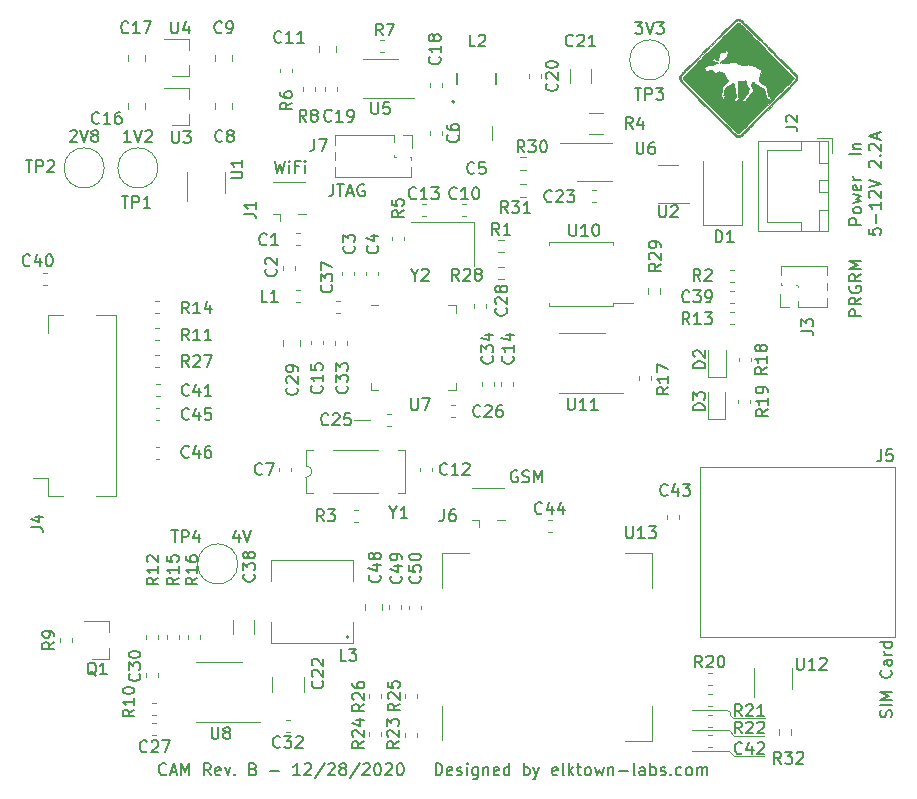
<source format=gbr>
G04 #@! TF.GenerationSoftware,KiCad,Pcbnew,5.1.9-73d0e3b20d~88~ubuntu20.04.1*
G04 #@! TF.CreationDate,2020-12-28T11:38:45+01:00*
G04 #@! TF.ProjectId,cam,63616d2e-6b69-4636-9164-5f7063625858,rev?*
G04 #@! TF.SameCoordinates,Original*
G04 #@! TF.FileFunction,Legend,Top*
G04 #@! TF.FilePolarity,Positive*
%FSLAX46Y46*%
G04 Gerber Fmt 4.6, Leading zero omitted, Abs format (unit mm)*
G04 Created by KiCad (PCBNEW 5.1.9-73d0e3b20d~88~ubuntu20.04.1) date 2020-12-28 11:38:45*
%MOMM*%
%LPD*%
G01*
G04 APERTURE LIST*
%ADD10C,0.150000*%
%ADD11C,0.120000*%
%ADD12C,0.200000*%
%ADD13C,0.127000*%
%ADD14C,0.010000*%
%ADD15C,0.100000*%
G04 APERTURE END LIST*
D10*
X126874933Y-66285980D02*
X126874933Y-67000266D01*
X126827314Y-67143123D01*
X126732076Y-67238361D01*
X126589219Y-67285980D01*
X126493980Y-67285980D01*
X127208266Y-66285980D02*
X127779695Y-66285980D01*
X127493980Y-67285980D02*
X127493980Y-66285980D01*
X128065409Y-67000266D02*
X128541600Y-67000266D01*
X127970171Y-67285980D02*
X128303504Y-66285980D01*
X128636838Y-67285980D01*
X129493980Y-66333600D02*
X129398742Y-66285980D01*
X129255885Y-66285980D01*
X129113028Y-66333600D01*
X129017790Y-66428838D01*
X128970171Y-66524076D01*
X128922552Y-66714552D01*
X128922552Y-66857409D01*
X128970171Y-67047885D01*
X129017790Y-67143123D01*
X129113028Y-67238361D01*
X129255885Y-67285980D01*
X129351123Y-67285980D01*
X129493980Y-67238361D01*
X129541600Y-67190742D01*
X129541600Y-66857409D01*
X129351123Y-66857409D01*
X171572380Y-77447333D02*
X170572380Y-77447333D01*
X170572380Y-77066380D01*
X170620000Y-76971142D01*
X170667619Y-76923523D01*
X170762857Y-76875904D01*
X170905714Y-76875904D01*
X171000952Y-76923523D01*
X171048571Y-76971142D01*
X171096190Y-77066380D01*
X171096190Y-77447333D01*
X171572380Y-75875904D02*
X171096190Y-76209238D01*
X171572380Y-76447333D02*
X170572380Y-76447333D01*
X170572380Y-76066380D01*
X170620000Y-75971142D01*
X170667619Y-75923523D01*
X170762857Y-75875904D01*
X170905714Y-75875904D01*
X171000952Y-75923523D01*
X171048571Y-75971142D01*
X171096190Y-76066380D01*
X171096190Y-76447333D01*
X170620000Y-74923523D02*
X170572380Y-75018761D01*
X170572380Y-75161619D01*
X170620000Y-75304476D01*
X170715238Y-75399714D01*
X170810476Y-75447333D01*
X171000952Y-75494952D01*
X171143809Y-75494952D01*
X171334285Y-75447333D01*
X171429523Y-75399714D01*
X171524761Y-75304476D01*
X171572380Y-75161619D01*
X171572380Y-75066380D01*
X171524761Y-74923523D01*
X171477142Y-74875904D01*
X171143809Y-74875904D01*
X171143809Y-75066380D01*
X171572380Y-73875904D02*
X171096190Y-74209238D01*
X171572380Y-74447333D02*
X170572380Y-74447333D01*
X170572380Y-74066380D01*
X170620000Y-73971142D01*
X170667619Y-73923523D01*
X170762857Y-73875904D01*
X170905714Y-73875904D01*
X171000952Y-73923523D01*
X171048571Y-73971142D01*
X171096190Y-74066380D01*
X171096190Y-74447333D01*
X171572380Y-73447333D02*
X170572380Y-73447333D01*
X171286666Y-73114000D01*
X170572380Y-72780666D01*
X171572380Y-72780666D01*
D11*
X163373000Y-114687200D02*
X160833000Y-114687200D01*
X160833000Y-114687200D02*
X160388500Y-114242700D01*
X160388500Y-114242700D02*
X157277000Y-114242700D01*
X128638500Y-86226500D02*
X129972000Y-86226500D01*
X160261500Y-110801000D02*
X157277000Y-110801000D01*
X160452000Y-110991500D02*
X160261500Y-110801000D01*
X160452000Y-111182000D02*
X160452000Y-110991500D01*
X160769500Y-111499500D02*
X160452000Y-111182000D01*
X163436500Y-111499500D02*
X160769500Y-111499500D01*
X160388500Y-112515500D02*
X157277000Y-112515500D01*
X160833000Y-112960000D02*
X160388500Y-112515500D01*
X163373000Y-112960000D02*
X160833000Y-112960000D01*
D10*
X121920166Y-64285880D02*
X122158261Y-65285880D01*
X122348738Y-64571595D01*
X122539214Y-65285880D01*
X122777309Y-64285880D01*
X123158261Y-65285880D02*
X123158261Y-64619214D01*
X123158261Y-64285880D02*
X123110642Y-64333500D01*
X123158261Y-64381119D01*
X123205880Y-64333500D01*
X123158261Y-64285880D01*
X123158261Y-64381119D01*
X123967785Y-64762071D02*
X123634452Y-64762071D01*
X123634452Y-65285880D02*
X123634452Y-64285880D01*
X124110642Y-64285880D01*
X124491595Y-65285880D02*
X124491595Y-64619214D01*
X124491595Y-64285880D02*
X124443976Y-64333500D01*
X124491595Y-64381119D01*
X124539214Y-64333500D01*
X124491595Y-64285880D01*
X124491595Y-64381119D01*
X142470285Y-90559000D02*
X142375047Y-90511380D01*
X142232190Y-90511380D01*
X142089333Y-90559000D01*
X141994095Y-90654238D01*
X141946476Y-90749476D01*
X141898857Y-90939952D01*
X141898857Y-91082809D01*
X141946476Y-91273285D01*
X141994095Y-91368523D01*
X142089333Y-91463761D01*
X142232190Y-91511380D01*
X142327428Y-91511380D01*
X142470285Y-91463761D01*
X142517904Y-91416142D01*
X142517904Y-91082809D01*
X142327428Y-91082809D01*
X142898857Y-91463761D02*
X143041714Y-91511380D01*
X143279809Y-91511380D01*
X143375047Y-91463761D01*
X143422666Y-91416142D01*
X143470285Y-91320904D01*
X143470285Y-91225666D01*
X143422666Y-91130428D01*
X143375047Y-91082809D01*
X143279809Y-91035190D01*
X143089333Y-90987571D01*
X142994095Y-90939952D01*
X142946476Y-90892333D01*
X142898857Y-90797095D01*
X142898857Y-90701857D01*
X142946476Y-90606619D01*
X142994095Y-90559000D01*
X143089333Y-90511380D01*
X143327428Y-90511380D01*
X143470285Y-90559000D01*
X143898857Y-91511380D02*
X143898857Y-90511380D01*
X144232190Y-91225666D01*
X144565523Y-90511380D01*
X144565523Y-91511380D01*
X152431904Y-52538380D02*
X153050952Y-52538380D01*
X152717619Y-52919333D01*
X152860476Y-52919333D01*
X152955714Y-52966952D01*
X153003333Y-53014571D01*
X153050952Y-53109809D01*
X153050952Y-53347904D01*
X153003333Y-53443142D01*
X152955714Y-53490761D01*
X152860476Y-53538380D01*
X152574761Y-53538380D01*
X152479523Y-53490761D01*
X152431904Y-53443142D01*
X153336666Y-52538380D02*
X153670000Y-53538380D01*
X154003333Y-52538380D01*
X154241428Y-52538380D02*
X154860476Y-52538380D01*
X154527142Y-52919333D01*
X154670000Y-52919333D01*
X154765238Y-52966952D01*
X154812857Y-53014571D01*
X154860476Y-53109809D01*
X154860476Y-53347904D01*
X154812857Y-53443142D01*
X154765238Y-53490761D01*
X154670000Y-53538380D01*
X154384285Y-53538380D01*
X154289047Y-53490761D01*
X154241428Y-53443142D01*
X109743952Y-62682380D02*
X109172523Y-62682380D01*
X109458238Y-62682380D02*
X109458238Y-61682380D01*
X109363000Y-61825238D01*
X109267761Y-61920476D01*
X109172523Y-61968095D01*
X110029666Y-61682380D02*
X110363000Y-62682380D01*
X110696333Y-61682380D01*
X110982047Y-61777619D02*
X111029666Y-61730000D01*
X111124904Y-61682380D01*
X111363000Y-61682380D01*
X111458238Y-61730000D01*
X111505857Y-61777619D01*
X111553476Y-61872857D01*
X111553476Y-61968095D01*
X111505857Y-62110952D01*
X110934428Y-62682380D01*
X111553476Y-62682380D01*
X104600523Y-61777619D02*
X104648142Y-61730000D01*
X104743380Y-61682380D01*
X104981476Y-61682380D01*
X105076714Y-61730000D01*
X105124333Y-61777619D01*
X105171952Y-61872857D01*
X105171952Y-61968095D01*
X105124333Y-62110952D01*
X104552904Y-62682380D01*
X105171952Y-62682380D01*
X105457666Y-61682380D02*
X105791000Y-62682380D01*
X106124333Y-61682380D01*
X106600523Y-62110952D02*
X106505285Y-62063333D01*
X106457666Y-62015714D01*
X106410047Y-61920476D01*
X106410047Y-61872857D01*
X106457666Y-61777619D01*
X106505285Y-61730000D01*
X106600523Y-61682380D01*
X106791000Y-61682380D01*
X106886238Y-61730000D01*
X106933857Y-61777619D01*
X106981476Y-61872857D01*
X106981476Y-61920476D01*
X106933857Y-62015714D01*
X106886238Y-62063333D01*
X106791000Y-62110952D01*
X106600523Y-62110952D01*
X106505285Y-62158571D01*
X106457666Y-62206190D01*
X106410047Y-62301428D01*
X106410047Y-62491904D01*
X106457666Y-62587142D01*
X106505285Y-62634761D01*
X106600523Y-62682380D01*
X106791000Y-62682380D01*
X106886238Y-62634761D01*
X106933857Y-62587142D01*
X106981476Y-62491904D01*
X106981476Y-62301428D01*
X106933857Y-62206190D01*
X106886238Y-62158571D01*
X106791000Y-62110952D01*
X118887904Y-95924714D02*
X118887904Y-96591380D01*
X118649809Y-95543761D02*
X118411714Y-96258047D01*
X119030761Y-96258047D01*
X119268857Y-95591380D02*
X119602190Y-96591380D01*
X119935523Y-95591380D01*
X174140761Y-111394476D02*
X174188380Y-111251619D01*
X174188380Y-111013523D01*
X174140761Y-110918285D01*
X174093142Y-110870666D01*
X173997904Y-110823047D01*
X173902666Y-110823047D01*
X173807428Y-110870666D01*
X173759809Y-110918285D01*
X173712190Y-111013523D01*
X173664571Y-111204000D01*
X173616952Y-111299238D01*
X173569333Y-111346857D01*
X173474095Y-111394476D01*
X173378857Y-111394476D01*
X173283619Y-111346857D01*
X173236000Y-111299238D01*
X173188380Y-111204000D01*
X173188380Y-110965904D01*
X173236000Y-110823047D01*
X174188380Y-110394476D02*
X173188380Y-110394476D01*
X174188380Y-109918285D02*
X173188380Y-109918285D01*
X173902666Y-109584952D01*
X173188380Y-109251619D01*
X174188380Y-109251619D01*
X174093142Y-107442095D02*
X174140761Y-107489714D01*
X174188380Y-107632571D01*
X174188380Y-107727809D01*
X174140761Y-107870666D01*
X174045523Y-107965904D01*
X173950285Y-108013523D01*
X173759809Y-108061142D01*
X173616952Y-108061142D01*
X173426476Y-108013523D01*
X173331238Y-107965904D01*
X173236000Y-107870666D01*
X173188380Y-107727809D01*
X173188380Y-107632571D01*
X173236000Y-107489714D01*
X173283619Y-107442095D01*
X174188380Y-106584952D02*
X173664571Y-106584952D01*
X173569333Y-106632571D01*
X173521714Y-106727809D01*
X173521714Y-106918285D01*
X173569333Y-107013523D01*
X174140761Y-106584952D02*
X174188380Y-106680190D01*
X174188380Y-106918285D01*
X174140761Y-107013523D01*
X174045523Y-107061142D01*
X173950285Y-107061142D01*
X173855047Y-107013523D01*
X173807428Y-106918285D01*
X173807428Y-106680190D01*
X173759809Y-106584952D01*
X174188380Y-106108761D02*
X173521714Y-106108761D01*
X173712190Y-106108761D02*
X173616952Y-106061142D01*
X173569333Y-106013523D01*
X173521714Y-105918285D01*
X173521714Y-105823047D01*
X174188380Y-105061142D02*
X173188380Y-105061142D01*
X174140761Y-105061142D02*
X174188380Y-105156380D01*
X174188380Y-105346857D01*
X174140761Y-105442095D01*
X174093142Y-105489714D01*
X173997904Y-105537333D01*
X173712190Y-105537333D01*
X173616952Y-105489714D01*
X173569333Y-105442095D01*
X173521714Y-105346857D01*
X173521714Y-105156380D01*
X173569333Y-105061142D01*
X112737752Y-116212742D02*
X112690133Y-116260361D01*
X112547276Y-116307980D01*
X112452038Y-116307980D01*
X112309180Y-116260361D01*
X112213942Y-116165123D01*
X112166323Y-116069885D01*
X112118704Y-115879409D01*
X112118704Y-115736552D01*
X112166323Y-115546076D01*
X112213942Y-115450838D01*
X112309180Y-115355600D01*
X112452038Y-115307980D01*
X112547276Y-115307980D01*
X112690133Y-115355600D01*
X112737752Y-115403219D01*
X113118704Y-116022266D02*
X113594895Y-116022266D01*
X113023466Y-116307980D02*
X113356800Y-115307980D01*
X113690133Y-116307980D01*
X114023466Y-116307980D02*
X114023466Y-115307980D01*
X114356800Y-116022266D01*
X114690133Y-115307980D01*
X114690133Y-116307980D01*
X116499657Y-116307980D02*
X116166323Y-115831790D01*
X115928228Y-116307980D02*
X115928228Y-115307980D01*
X116309180Y-115307980D01*
X116404419Y-115355600D01*
X116452038Y-115403219D01*
X116499657Y-115498457D01*
X116499657Y-115641314D01*
X116452038Y-115736552D01*
X116404419Y-115784171D01*
X116309180Y-115831790D01*
X115928228Y-115831790D01*
X117309180Y-116260361D02*
X117213942Y-116307980D01*
X117023466Y-116307980D01*
X116928228Y-116260361D01*
X116880609Y-116165123D01*
X116880609Y-115784171D01*
X116928228Y-115688933D01*
X117023466Y-115641314D01*
X117213942Y-115641314D01*
X117309180Y-115688933D01*
X117356800Y-115784171D01*
X117356800Y-115879409D01*
X116880609Y-115974647D01*
X117690133Y-115641314D02*
X117928228Y-116307980D01*
X118166323Y-115641314D01*
X118547276Y-116212742D02*
X118594895Y-116260361D01*
X118547276Y-116307980D01*
X118499657Y-116260361D01*
X118547276Y-116212742D01*
X118547276Y-116307980D01*
X120118704Y-115784171D02*
X120261561Y-115831790D01*
X120309180Y-115879409D01*
X120356800Y-115974647D01*
X120356800Y-116117504D01*
X120309180Y-116212742D01*
X120261561Y-116260361D01*
X120166323Y-116307980D01*
X119785371Y-116307980D01*
X119785371Y-115307980D01*
X120118704Y-115307980D01*
X120213942Y-115355600D01*
X120261561Y-115403219D01*
X120309180Y-115498457D01*
X120309180Y-115593695D01*
X120261561Y-115688933D01*
X120213942Y-115736552D01*
X120118704Y-115784171D01*
X119785371Y-115784171D01*
X121547276Y-115927028D02*
X122309180Y-115927028D01*
X124071085Y-116307980D02*
X123499657Y-116307980D01*
X123785371Y-116307980D02*
X123785371Y-115307980D01*
X123690133Y-115450838D01*
X123594895Y-115546076D01*
X123499657Y-115593695D01*
X124452038Y-115403219D02*
X124499657Y-115355600D01*
X124594895Y-115307980D01*
X124832990Y-115307980D01*
X124928228Y-115355600D01*
X124975847Y-115403219D01*
X125023466Y-115498457D01*
X125023466Y-115593695D01*
X124975847Y-115736552D01*
X124404419Y-116307980D01*
X125023466Y-116307980D01*
X126166323Y-115260361D02*
X125309180Y-116546076D01*
X126452038Y-115403219D02*
X126499657Y-115355600D01*
X126594895Y-115307980D01*
X126832990Y-115307980D01*
X126928228Y-115355600D01*
X126975847Y-115403219D01*
X127023466Y-115498457D01*
X127023466Y-115593695D01*
X126975847Y-115736552D01*
X126404419Y-116307980D01*
X127023466Y-116307980D01*
X127594895Y-115736552D02*
X127499657Y-115688933D01*
X127452038Y-115641314D01*
X127404419Y-115546076D01*
X127404419Y-115498457D01*
X127452038Y-115403219D01*
X127499657Y-115355600D01*
X127594895Y-115307980D01*
X127785371Y-115307980D01*
X127880609Y-115355600D01*
X127928228Y-115403219D01*
X127975847Y-115498457D01*
X127975847Y-115546076D01*
X127928228Y-115641314D01*
X127880609Y-115688933D01*
X127785371Y-115736552D01*
X127594895Y-115736552D01*
X127499657Y-115784171D01*
X127452038Y-115831790D01*
X127404419Y-115927028D01*
X127404419Y-116117504D01*
X127452038Y-116212742D01*
X127499657Y-116260361D01*
X127594895Y-116307980D01*
X127785371Y-116307980D01*
X127880609Y-116260361D01*
X127928228Y-116212742D01*
X127975847Y-116117504D01*
X127975847Y-115927028D01*
X127928228Y-115831790D01*
X127880609Y-115784171D01*
X127785371Y-115736552D01*
X129118704Y-115260361D02*
X128261561Y-116546076D01*
X129404419Y-115403219D02*
X129452038Y-115355600D01*
X129547276Y-115307980D01*
X129785371Y-115307980D01*
X129880609Y-115355600D01*
X129928228Y-115403219D01*
X129975847Y-115498457D01*
X129975847Y-115593695D01*
X129928228Y-115736552D01*
X129356799Y-116307980D01*
X129975847Y-116307980D01*
X130594895Y-115307980D02*
X130690133Y-115307980D01*
X130785371Y-115355600D01*
X130832990Y-115403219D01*
X130880609Y-115498457D01*
X130928228Y-115688933D01*
X130928228Y-115927028D01*
X130880609Y-116117504D01*
X130832990Y-116212742D01*
X130785371Y-116260361D01*
X130690133Y-116307980D01*
X130594895Y-116307980D01*
X130499657Y-116260361D01*
X130452038Y-116212742D01*
X130404419Y-116117504D01*
X130356799Y-115927028D01*
X130356799Y-115688933D01*
X130404419Y-115498457D01*
X130452038Y-115403219D01*
X130499657Y-115355600D01*
X130594895Y-115307980D01*
X131309180Y-115403219D02*
X131356799Y-115355600D01*
X131452038Y-115307980D01*
X131690133Y-115307980D01*
X131785371Y-115355600D01*
X131832990Y-115403219D01*
X131880609Y-115498457D01*
X131880609Y-115593695D01*
X131832990Y-115736552D01*
X131261561Y-116307980D01*
X131880609Y-116307980D01*
X132499657Y-115307980D02*
X132594895Y-115307980D01*
X132690133Y-115355600D01*
X132737752Y-115403219D01*
X132785371Y-115498457D01*
X132832990Y-115688933D01*
X132832990Y-115927028D01*
X132785371Y-116117504D01*
X132737752Y-116212742D01*
X132690133Y-116260361D01*
X132594895Y-116307980D01*
X132499657Y-116307980D01*
X132404419Y-116260361D01*
X132356799Y-116212742D01*
X132309180Y-116117504D01*
X132261561Y-115927028D01*
X132261561Y-115688933D01*
X132309180Y-115498457D01*
X132356799Y-115403219D01*
X132404419Y-115355600D01*
X132499657Y-115307980D01*
X135547276Y-116307980D02*
X135547276Y-115307980D01*
X135785371Y-115307980D01*
X135928228Y-115355600D01*
X136023466Y-115450838D01*
X136071085Y-115546076D01*
X136118704Y-115736552D01*
X136118704Y-115879409D01*
X136071085Y-116069885D01*
X136023466Y-116165123D01*
X135928228Y-116260361D01*
X135785371Y-116307980D01*
X135547276Y-116307980D01*
X136928228Y-116260361D02*
X136832990Y-116307980D01*
X136642514Y-116307980D01*
X136547276Y-116260361D01*
X136499657Y-116165123D01*
X136499657Y-115784171D01*
X136547276Y-115688933D01*
X136642514Y-115641314D01*
X136832990Y-115641314D01*
X136928228Y-115688933D01*
X136975847Y-115784171D01*
X136975847Y-115879409D01*
X136499657Y-115974647D01*
X137356800Y-116260361D02*
X137452038Y-116307980D01*
X137642514Y-116307980D01*
X137737752Y-116260361D01*
X137785371Y-116165123D01*
X137785371Y-116117504D01*
X137737752Y-116022266D01*
X137642514Y-115974647D01*
X137499657Y-115974647D01*
X137404419Y-115927028D01*
X137356800Y-115831790D01*
X137356800Y-115784171D01*
X137404419Y-115688933D01*
X137499657Y-115641314D01*
X137642514Y-115641314D01*
X137737752Y-115688933D01*
X138213942Y-116307980D02*
X138213942Y-115641314D01*
X138213942Y-115307980D02*
X138166323Y-115355600D01*
X138213942Y-115403219D01*
X138261561Y-115355600D01*
X138213942Y-115307980D01*
X138213942Y-115403219D01*
X139118704Y-115641314D02*
X139118704Y-116450838D01*
X139071085Y-116546076D01*
X139023466Y-116593695D01*
X138928228Y-116641314D01*
X138785371Y-116641314D01*
X138690133Y-116593695D01*
X139118704Y-116260361D02*
X139023466Y-116307980D01*
X138832990Y-116307980D01*
X138737752Y-116260361D01*
X138690133Y-116212742D01*
X138642514Y-116117504D01*
X138642514Y-115831790D01*
X138690133Y-115736552D01*
X138737752Y-115688933D01*
X138832990Y-115641314D01*
X139023466Y-115641314D01*
X139118704Y-115688933D01*
X139594895Y-115641314D02*
X139594895Y-116307980D01*
X139594895Y-115736552D02*
X139642514Y-115688933D01*
X139737752Y-115641314D01*
X139880609Y-115641314D01*
X139975847Y-115688933D01*
X140023466Y-115784171D01*
X140023466Y-116307980D01*
X140880609Y-116260361D02*
X140785371Y-116307980D01*
X140594895Y-116307980D01*
X140499657Y-116260361D01*
X140452038Y-116165123D01*
X140452038Y-115784171D01*
X140499657Y-115688933D01*
X140594895Y-115641314D01*
X140785371Y-115641314D01*
X140880609Y-115688933D01*
X140928228Y-115784171D01*
X140928228Y-115879409D01*
X140452038Y-115974647D01*
X141785371Y-116307980D02*
X141785371Y-115307980D01*
X141785371Y-116260361D02*
X141690133Y-116307980D01*
X141499657Y-116307980D01*
X141404419Y-116260361D01*
X141356800Y-116212742D01*
X141309180Y-116117504D01*
X141309180Y-115831790D01*
X141356800Y-115736552D01*
X141404419Y-115688933D01*
X141499657Y-115641314D01*
X141690133Y-115641314D01*
X141785371Y-115688933D01*
X143023466Y-116307980D02*
X143023466Y-115307980D01*
X143023466Y-115688933D02*
X143118704Y-115641314D01*
X143309180Y-115641314D01*
X143404419Y-115688933D01*
X143452038Y-115736552D01*
X143499657Y-115831790D01*
X143499657Y-116117504D01*
X143452038Y-116212742D01*
X143404419Y-116260361D01*
X143309180Y-116307980D01*
X143118704Y-116307980D01*
X143023466Y-116260361D01*
X143832990Y-115641314D02*
X144071085Y-116307980D01*
X144309180Y-115641314D02*
X144071085Y-116307980D01*
X143975847Y-116546076D01*
X143928228Y-116593695D01*
X143832990Y-116641314D01*
X145832990Y-116260361D02*
X145737752Y-116307980D01*
X145547276Y-116307980D01*
X145452038Y-116260361D01*
X145404419Y-116165123D01*
X145404419Y-115784171D01*
X145452038Y-115688933D01*
X145547276Y-115641314D01*
X145737752Y-115641314D01*
X145832990Y-115688933D01*
X145880609Y-115784171D01*
X145880609Y-115879409D01*
X145404419Y-115974647D01*
X146452038Y-116307980D02*
X146356799Y-116260361D01*
X146309180Y-116165123D01*
X146309180Y-115307980D01*
X146832990Y-116307980D02*
X146832990Y-115307980D01*
X146928228Y-115927028D02*
X147213942Y-116307980D01*
X147213942Y-115641314D02*
X146832990Y-116022266D01*
X147499657Y-115641314D02*
X147880609Y-115641314D01*
X147642514Y-115307980D02*
X147642514Y-116165123D01*
X147690133Y-116260361D01*
X147785371Y-116307980D01*
X147880609Y-116307980D01*
X148356799Y-116307980D02*
X148261561Y-116260361D01*
X148213942Y-116212742D01*
X148166323Y-116117504D01*
X148166323Y-115831790D01*
X148213942Y-115736552D01*
X148261561Y-115688933D01*
X148356799Y-115641314D01*
X148499657Y-115641314D01*
X148594895Y-115688933D01*
X148642514Y-115736552D01*
X148690133Y-115831790D01*
X148690133Y-116117504D01*
X148642514Y-116212742D01*
X148594895Y-116260361D01*
X148499657Y-116307980D01*
X148356799Y-116307980D01*
X149023466Y-115641314D02*
X149213942Y-116307980D01*
X149404419Y-115831790D01*
X149594895Y-116307980D01*
X149785371Y-115641314D01*
X150166323Y-115641314D02*
X150166323Y-116307980D01*
X150166323Y-115736552D02*
X150213942Y-115688933D01*
X150309180Y-115641314D01*
X150452038Y-115641314D01*
X150547276Y-115688933D01*
X150594895Y-115784171D01*
X150594895Y-116307980D01*
X151071085Y-115927028D02*
X151832990Y-115927028D01*
X152452038Y-116307980D02*
X152356799Y-116260361D01*
X152309180Y-116165123D01*
X152309180Y-115307980D01*
X153261561Y-116307980D02*
X153261561Y-115784171D01*
X153213942Y-115688933D01*
X153118704Y-115641314D01*
X152928228Y-115641314D01*
X152832990Y-115688933D01*
X153261561Y-116260361D02*
X153166323Y-116307980D01*
X152928228Y-116307980D01*
X152832990Y-116260361D01*
X152785371Y-116165123D01*
X152785371Y-116069885D01*
X152832990Y-115974647D01*
X152928228Y-115927028D01*
X153166323Y-115927028D01*
X153261561Y-115879409D01*
X153737752Y-116307980D02*
X153737752Y-115307980D01*
X153737752Y-115688933D02*
X153832990Y-115641314D01*
X154023466Y-115641314D01*
X154118704Y-115688933D01*
X154166323Y-115736552D01*
X154213942Y-115831790D01*
X154213942Y-116117504D01*
X154166323Y-116212742D01*
X154118704Y-116260361D01*
X154023466Y-116307980D01*
X153832990Y-116307980D01*
X153737752Y-116260361D01*
X154594895Y-116260361D02*
X154690133Y-116307980D01*
X154880609Y-116307980D01*
X154975847Y-116260361D01*
X155023466Y-116165123D01*
X155023466Y-116117504D01*
X154975847Y-116022266D01*
X154880609Y-115974647D01*
X154737752Y-115974647D01*
X154642514Y-115927028D01*
X154594895Y-115831790D01*
X154594895Y-115784171D01*
X154642514Y-115688933D01*
X154737752Y-115641314D01*
X154880609Y-115641314D01*
X154975847Y-115688933D01*
X155452038Y-116212742D02*
X155499657Y-116260361D01*
X155452038Y-116307980D01*
X155404419Y-116260361D01*
X155452038Y-116212742D01*
X155452038Y-116307980D01*
X156356799Y-116260361D02*
X156261561Y-116307980D01*
X156071085Y-116307980D01*
X155975847Y-116260361D01*
X155928228Y-116212742D01*
X155880609Y-116117504D01*
X155880609Y-115831790D01*
X155928228Y-115736552D01*
X155975847Y-115688933D01*
X156071085Y-115641314D01*
X156261561Y-115641314D01*
X156356799Y-115688933D01*
X156928228Y-116307980D02*
X156832990Y-116260361D01*
X156785371Y-116212742D01*
X156737752Y-116117504D01*
X156737752Y-115831790D01*
X156785371Y-115736552D01*
X156832990Y-115688933D01*
X156928228Y-115641314D01*
X157071085Y-115641314D01*
X157166323Y-115688933D01*
X157213942Y-115736552D01*
X157261561Y-115831790D01*
X157261561Y-116117504D01*
X157213942Y-116212742D01*
X157166323Y-116260361D01*
X157071085Y-116307980D01*
X156928228Y-116307980D01*
X157690133Y-116307980D02*
X157690133Y-115641314D01*
X157690133Y-115736552D02*
X157737752Y-115688933D01*
X157832990Y-115641314D01*
X157975847Y-115641314D01*
X158071085Y-115688933D01*
X158118704Y-115784171D01*
X158118704Y-116307980D01*
X158118704Y-115784171D02*
X158166323Y-115688933D01*
X158261561Y-115641314D01*
X158404419Y-115641314D01*
X158499657Y-115688933D01*
X158547276Y-115784171D01*
X158547276Y-116307980D01*
X171585380Y-69697171D02*
X170585380Y-69697171D01*
X170585380Y-69316219D01*
X170633000Y-69220980D01*
X170680619Y-69173361D01*
X170775857Y-69125742D01*
X170918714Y-69125742D01*
X171013952Y-69173361D01*
X171061571Y-69220980D01*
X171109190Y-69316219D01*
X171109190Y-69697171D01*
X171585380Y-68554314D02*
X171537761Y-68649552D01*
X171490142Y-68697171D01*
X171394904Y-68744790D01*
X171109190Y-68744790D01*
X171013952Y-68697171D01*
X170966333Y-68649552D01*
X170918714Y-68554314D01*
X170918714Y-68411457D01*
X170966333Y-68316219D01*
X171013952Y-68268600D01*
X171109190Y-68220980D01*
X171394904Y-68220980D01*
X171490142Y-68268600D01*
X171537761Y-68316219D01*
X171585380Y-68411457D01*
X171585380Y-68554314D01*
X170918714Y-67887647D02*
X171585380Y-67697171D01*
X171109190Y-67506695D01*
X171585380Y-67316219D01*
X170918714Y-67125742D01*
X171537761Y-66363838D02*
X171585380Y-66459076D01*
X171585380Y-66649552D01*
X171537761Y-66744790D01*
X171442523Y-66792409D01*
X171061571Y-66792409D01*
X170966333Y-66744790D01*
X170918714Y-66649552D01*
X170918714Y-66459076D01*
X170966333Y-66363838D01*
X171061571Y-66316219D01*
X171156809Y-66316219D01*
X171252047Y-66792409D01*
X171585380Y-65887647D02*
X170918714Y-65887647D01*
X171109190Y-65887647D02*
X171013952Y-65840028D01*
X170966333Y-65792409D01*
X170918714Y-65697171D01*
X170918714Y-65601933D01*
X171585380Y-63744790D02*
X170585380Y-63744790D01*
X170918714Y-63268600D02*
X171585380Y-63268600D01*
X171013952Y-63268600D02*
X170966333Y-63220980D01*
X170918714Y-63125742D01*
X170918714Y-62982885D01*
X170966333Y-62887647D01*
X171061571Y-62840028D01*
X171585380Y-62840028D01*
X172235380Y-70030504D02*
X172235380Y-70506695D01*
X172711571Y-70554314D01*
X172663952Y-70506695D01*
X172616333Y-70411457D01*
X172616333Y-70173361D01*
X172663952Y-70078123D01*
X172711571Y-70030504D01*
X172806809Y-69982885D01*
X173044904Y-69982885D01*
X173140142Y-70030504D01*
X173187761Y-70078123D01*
X173235380Y-70173361D01*
X173235380Y-70411457D01*
X173187761Y-70506695D01*
X173140142Y-70554314D01*
X172854428Y-69554314D02*
X172854428Y-68792409D01*
X173235380Y-67792409D02*
X173235380Y-68363838D01*
X173235380Y-68078123D02*
X172235380Y-68078123D01*
X172378238Y-68173361D01*
X172473476Y-68268600D01*
X172521095Y-68363838D01*
X172330619Y-67411457D02*
X172283000Y-67363838D01*
X172235380Y-67268600D01*
X172235380Y-67030504D01*
X172283000Y-66935266D01*
X172330619Y-66887647D01*
X172425857Y-66840028D01*
X172521095Y-66840028D01*
X172663952Y-66887647D01*
X173235380Y-67459076D01*
X173235380Y-66840028D01*
X172235380Y-66554314D02*
X173235380Y-66220980D01*
X172235380Y-65887647D01*
X172330619Y-64840028D02*
X172283000Y-64792409D01*
X172235380Y-64697171D01*
X172235380Y-64459076D01*
X172283000Y-64363838D01*
X172330619Y-64316219D01*
X172425857Y-64268600D01*
X172521095Y-64268600D01*
X172663952Y-64316219D01*
X173235380Y-64887647D01*
X173235380Y-64268600D01*
X173140142Y-63840028D02*
X173187761Y-63792409D01*
X173235380Y-63840028D01*
X173187761Y-63887647D01*
X173140142Y-63840028D01*
X173235380Y-63840028D01*
X172330619Y-63411457D02*
X172283000Y-63363838D01*
X172235380Y-63268600D01*
X172235380Y-63030504D01*
X172283000Y-62935266D01*
X172330619Y-62887647D01*
X172425857Y-62840028D01*
X172521095Y-62840028D01*
X172663952Y-62887647D01*
X173235380Y-63459076D01*
X173235380Y-62840028D01*
X172949666Y-62459076D02*
X172949666Y-61982885D01*
X173235380Y-62554314D02*
X172235380Y-62220980D01*
X173235380Y-61887647D01*
D11*
X150603800Y-76353600D02*
X152278800Y-76353600D01*
X150603800Y-76613600D02*
X150603800Y-76353600D01*
X147878800Y-76613600D02*
X150603800Y-76613600D01*
X145153800Y-76613600D02*
X145153800Y-76353600D01*
X147878800Y-76613600D02*
X145153800Y-76613600D01*
X150603800Y-71163600D02*
X150603800Y-71423600D01*
X147878800Y-71163600D02*
X150603800Y-71163600D01*
X145153800Y-71163600D02*
X145153800Y-71423600D01*
X147878800Y-71163600D02*
X145153800Y-71163600D01*
X147929600Y-83967000D02*
X151379600Y-83967000D01*
X147929600Y-83967000D02*
X145979600Y-83967000D01*
X147929600Y-78847000D02*
X149879600Y-78847000D01*
X147929600Y-78847000D02*
X145979600Y-78847000D01*
X161173700Y-84508121D02*
X161173700Y-84833679D01*
X162193700Y-84508121D02*
X162193700Y-84833679D01*
X160069200Y-86155900D02*
X160069200Y-83870900D01*
X158599200Y-86155900D02*
X160069200Y-86155900D01*
X158599200Y-83870900D02*
X158599200Y-86155900D01*
X130668000Y-92403900D02*
X126868000Y-92403900D01*
X124568000Y-92403900D02*
X125168000Y-92403900D01*
X124568000Y-88803900D02*
X125168000Y-88803900D01*
X124568000Y-92403900D02*
X124568000Y-91103900D01*
X124568000Y-90103900D02*
X124568000Y-88803900D01*
X126868000Y-88803900D02*
X130668000Y-88803900D01*
X132968000Y-92403900D02*
X132368000Y-92403900D01*
X132968000Y-88803900D02*
X132968000Y-92403900D01*
X132368000Y-88803900D02*
X132968000Y-88803900D01*
X124568000Y-91103900D02*
G75*
G03*
X124568000Y-90103900I0J500000D01*
G01*
X102700000Y-91160000D02*
X101500000Y-91160000D01*
X108500000Y-77350000D02*
X106760000Y-77350000D01*
X108500000Y-92650000D02*
X108500000Y-77350000D01*
X106760000Y-92650000D02*
X108500000Y-92650000D01*
X102700000Y-77350000D02*
X104040000Y-77350000D01*
X102700000Y-78840000D02*
X102700000Y-77350000D01*
X102700000Y-92650000D02*
X104040000Y-92650000D01*
X102700000Y-91160000D02*
X102700000Y-92650000D01*
X160514420Y-75309000D02*
X160795580Y-75309000D01*
X160514420Y-76329000D02*
X160795580Y-76329000D01*
X127003500Y-62116000D02*
X127003500Y-62938470D01*
X127003500Y-64823530D02*
X127003500Y-65646000D01*
X127003500Y-63553530D02*
X127003500Y-64208470D01*
X132018500Y-62116000D02*
X127003500Y-62116000D01*
X133473500Y-65646000D02*
X127003500Y-65646000D01*
X132018500Y-62116000D02*
X132018500Y-62682529D01*
X132018500Y-63809471D02*
X132018500Y-63952529D01*
X132071971Y-64006000D02*
X132215029Y-64006000D01*
X133341971Y-64006000D02*
X133473500Y-64006000D01*
X133473500Y-64006000D02*
X133473500Y-64208470D01*
X133473500Y-64823530D02*
X133473500Y-65646000D01*
X132778500Y-62116000D02*
X133538500Y-62116000D01*
X133538500Y-62116000D02*
X133538500Y-63246000D01*
X168716000Y-76695000D02*
X168716000Y-75872530D01*
X168716000Y-73987470D02*
X168716000Y-73165000D01*
X168716000Y-75257470D02*
X168716000Y-74602530D01*
X166241000Y-76695000D02*
X168716000Y-76695000D01*
X164786000Y-73165000D02*
X168716000Y-73165000D01*
X166241000Y-76695000D02*
X166241000Y-76128471D01*
X166241000Y-75001529D02*
X166241000Y-74858471D01*
X166187529Y-74805000D02*
X166044471Y-74805000D01*
X164917529Y-74805000D02*
X164786000Y-74805000D01*
X164786000Y-74805000D02*
X164786000Y-74602530D01*
X164786000Y-73987470D02*
X164786000Y-73165000D01*
X165481000Y-76695000D02*
X164721000Y-76695000D01*
X164721000Y-76695000D02*
X164721000Y-75565000D01*
X136614800Y-76501600D02*
X137264800Y-76501600D01*
X137264800Y-76501600D02*
X137264800Y-77151600D01*
X130694800Y-83721600D02*
X130044800Y-83721600D01*
X130044800Y-83721600D02*
X130044800Y-83071600D01*
X136614800Y-83721600D02*
X137264800Y-83721600D01*
X137264800Y-83721600D02*
X137264800Y-83071600D01*
X130694800Y-76501600D02*
X130044800Y-76501600D01*
X164628300Y-112911658D02*
X164628300Y-112437142D01*
X165673300Y-112911658D02*
X165673300Y-112437142D01*
X142701242Y-66279500D02*
X143175758Y-66279500D01*
X142701242Y-67324500D02*
X143175758Y-67324500D01*
X142701242Y-63993500D02*
X143175758Y-63993500D01*
X142701242Y-65038500D02*
X143175758Y-65038500D01*
X154573500Y-75073742D02*
X154573500Y-75548258D01*
X153528500Y-75073742D02*
X153528500Y-75548258D01*
X141334258Y-74309500D02*
X140859742Y-74309500D01*
X141334258Y-73264500D02*
X140859742Y-73264500D01*
X141334258Y-72023500D02*
X140859742Y-72023500D01*
X141334258Y-70978500D02*
X140859742Y-70978500D01*
X139829000Y-76440420D02*
X139829000Y-76721580D01*
X138809000Y-76440420D02*
X138809000Y-76721580D01*
X149096180Y-67779800D02*
X148815020Y-67779800D01*
X149096180Y-66759800D02*
X148815020Y-66759800D01*
X144512600Y-56969220D02*
X144512600Y-57250380D01*
X143492600Y-56969220D02*
X143492600Y-57250380D01*
X125986000Y-79564620D02*
X125986000Y-79845780D01*
X124966000Y-79564620D02*
X124966000Y-79845780D01*
X136130600Y-61795220D02*
X136130600Y-62076380D01*
X135110600Y-61795220D02*
X135110600Y-62076380D01*
X129690400Y-73952980D02*
X129690400Y-73671820D01*
X130710400Y-73952980D02*
X130710400Y-73671820D01*
X127658400Y-73952980D02*
X127658400Y-73671820D01*
X128678400Y-73952980D02*
X128678400Y-73671820D01*
X136063400Y-113321400D02*
X136063400Y-110471400D01*
X136063400Y-97511400D02*
X138373400Y-97511400D01*
X136063400Y-97511400D02*
X136063400Y-100471400D01*
X153883400Y-113431400D02*
X151573400Y-113431400D01*
X153883400Y-97511400D02*
X153883400Y-100471400D01*
X153883400Y-97511400D02*
X151573400Y-97511400D01*
X153883400Y-113431400D02*
X153883400Y-110471400D01*
X118794000Y-98425000D02*
G75*
G03*
X118794000Y-98425000I-1700000J0D01*
G01*
X155370000Y-55753000D02*
G75*
G03*
X155370000Y-55753000I-1700000J0D01*
G01*
X107491000Y-64897000D02*
G75*
G03*
X107491000Y-64897000I-1700000J0D01*
G01*
X112037600Y-64897000D02*
G75*
G03*
X112037600Y-64897000I-1700000J0D01*
G01*
X111851221Y-83183000D02*
X112176779Y-83183000D01*
X111851221Y-84203000D02*
X112176779Y-84203000D01*
X102326221Y-73785000D02*
X102651779Y-73785000D01*
X102326221Y-74805000D02*
X102651779Y-74805000D01*
D12*
X137149600Y-59300300D02*
G75*
G03*
X137149600Y-59300300I-100000J0D01*
G01*
D13*
X140699600Y-57770300D02*
X140699600Y-56830300D01*
X137399600Y-57770300D02*
X137399600Y-56830300D01*
D14*
G36*
X161197001Y-52587462D02*
G01*
X161225993Y-52595039D01*
X161227478Y-52595822D01*
X161235742Y-52603451D01*
X161257303Y-52624393D01*
X161291649Y-52658138D01*
X161338267Y-52704175D01*
X161396646Y-52761994D01*
X161466274Y-52831085D01*
X161546638Y-52910938D01*
X161637228Y-53001042D01*
X161737531Y-53100887D01*
X161847034Y-53209964D01*
X161965227Y-53327761D01*
X162091598Y-53453768D01*
X162225633Y-53587476D01*
X162366822Y-53728374D01*
X162514652Y-53875951D01*
X162668612Y-54029698D01*
X162828190Y-54189104D01*
X162992873Y-54353660D01*
X163162150Y-54522854D01*
X163335509Y-54696177D01*
X163512438Y-54873118D01*
X163545816Y-54906504D01*
X165845594Y-57206879D01*
X165849990Y-57259880D01*
X165849503Y-57307948D01*
X165839284Y-57341344D01*
X165831279Y-57350379D01*
X165809960Y-57372704D01*
X165775838Y-57407803D01*
X165729424Y-57455164D01*
X165671233Y-57514269D01*
X165601774Y-57584606D01*
X165521562Y-57665658D01*
X165431106Y-57756911D01*
X165330920Y-57857850D01*
X165221515Y-57967960D01*
X165103404Y-58086727D01*
X164977098Y-58213636D01*
X164843110Y-58348172D01*
X164701951Y-58489819D01*
X164554134Y-58638064D01*
X164400171Y-58792391D01*
X164240573Y-58952285D01*
X164075853Y-59117232D01*
X163906522Y-59286717D01*
X163733094Y-59460225D01*
X163556078Y-59637241D01*
X163525293Y-59668019D01*
X163293552Y-59899648D01*
X163075361Y-60117644D01*
X162870496Y-60322230D01*
X162678731Y-60513628D01*
X162499841Y-60692061D01*
X162333602Y-60857752D01*
X162179788Y-61010924D01*
X162038174Y-61151800D01*
X161908536Y-61280603D01*
X161790648Y-61397555D01*
X161684286Y-61502879D01*
X161589224Y-61596799D01*
X161505238Y-61679536D01*
X161432102Y-61751315D01*
X161369592Y-61812357D01*
X161317482Y-61862886D01*
X161275548Y-61903125D01*
X161243565Y-61933296D01*
X161221307Y-61953622D01*
X161208551Y-61964326D01*
X161205269Y-61966230D01*
X161181852Y-61967961D01*
X161171126Y-61970096D01*
X161152761Y-61970711D01*
X161128807Y-61966908D01*
X161100582Y-61958071D01*
X161079961Y-61948986D01*
X161071618Y-61941310D01*
X161049983Y-61920320D01*
X161015568Y-61886528D01*
X160968887Y-61840447D01*
X160910455Y-61782587D01*
X160840783Y-61713461D01*
X160760386Y-61633580D01*
X160669778Y-61543456D01*
X160569471Y-61443601D01*
X160459979Y-61334528D01*
X160341815Y-61216746D01*
X160215494Y-61090770D01*
X160081528Y-60957109D01*
X159940431Y-60816277D01*
X159792716Y-60668785D01*
X159638897Y-60515144D01*
X159479487Y-60355867D01*
X159315000Y-60191465D01*
X159145949Y-60022450D01*
X158972848Y-59849335D01*
X158796210Y-59672630D01*
X158772671Y-59649078D01*
X158560406Y-59436682D01*
X158361532Y-59237656D01*
X158175617Y-59051562D01*
X158002227Y-58877962D01*
X157840931Y-58716417D01*
X157691295Y-58566488D01*
X157552889Y-58427738D01*
X157425279Y-58299728D01*
X157308033Y-58182019D01*
X157200719Y-58074174D01*
X157102903Y-57975753D01*
X157014155Y-57886319D01*
X156934042Y-57805433D01*
X156862131Y-57732657D01*
X156797989Y-57667552D01*
X156741185Y-57609680D01*
X156691286Y-57558602D01*
X156647860Y-57513881D01*
X156610475Y-57475078D01*
X156578697Y-57441754D01*
X156552095Y-57413471D01*
X156530236Y-57389791D01*
X156512689Y-57370275D01*
X156499019Y-57354485D01*
X156488796Y-57341983D01*
X156481587Y-57332330D01*
X156476960Y-57325087D01*
X156474481Y-57319817D01*
X156474083Y-57318519D01*
X156468160Y-57274267D01*
X156474083Y-57235480D01*
X156475984Y-57230732D01*
X156479901Y-57224146D01*
X156486266Y-57215285D01*
X156495511Y-57203710D01*
X156508069Y-57188983D01*
X156524372Y-57170665D01*
X156544852Y-57148319D01*
X156569941Y-57121505D01*
X156600073Y-57089785D01*
X156635679Y-57052722D01*
X156677192Y-57009876D01*
X156725044Y-56960810D01*
X156779667Y-56905084D01*
X156841495Y-56842261D01*
X156910958Y-56771901D01*
X156988490Y-56693568D01*
X157074523Y-56606822D01*
X157169489Y-56511224D01*
X157261824Y-56418398D01*
X158309668Y-56418398D01*
X158316083Y-56493564D01*
X158320216Y-56533228D01*
X158325972Y-56559876D01*
X158335763Y-56580014D01*
X158351998Y-56600151D01*
X158357960Y-56606604D01*
X158388648Y-56635614D01*
X158423606Y-56663493D01*
X158435630Y-56671769D01*
X158464499Y-56688281D01*
X158489416Y-56695070D01*
X158520762Y-56694570D01*
X158529375Y-56693742D01*
X158566730Y-56692295D01*
X158593197Y-56698098D01*
X158607091Y-56705576D01*
X158626184Y-56716561D01*
X158638826Y-56715966D01*
X158653597Y-56704345D01*
X158671843Y-56683023D01*
X158689565Y-56655208D01*
X158691373Y-56651769D01*
X158708821Y-56617577D01*
X158824763Y-56623374D01*
X158889733Y-56627395D01*
X158938375Y-56632832D01*
X158973903Y-56640880D01*
X158999525Y-56652730D01*
X159018453Y-56669577D01*
X159033898Y-56692614D01*
X159039488Y-56703172D01*
X159056540Y-56733681D01*
X159073228Y-56758547D01*
X159081688Y-56768270D01*
X159094399Y-56783705D01*
X159113076Y-56811057D01*
X159134232Y-56845143D01*
X159140039Y-56855039D01*
X159161811Y-56890826D01*
X159177135Y-56911110D01*
X159187918Y-56918053D01*
X159193887Y-56916047D01*
X159208247Y-56912319D01*
X159228664Y-56923253D01*
X159232101Y-56925892D01*
X159254700Y-56939418D01*
X159268971Y-56936630D01*
X159276121Y-56916589D01*
X159277538Y-56890538D01*
X159278994Y-56861280D01*
X159285235Y-56849315D01*
X159299069Y-56852500D01*
X159314441Y-56862361D01*
X159330095Y-56871888D01*
X159335543Y-56867484D01*
X159336154Y-56853788D01*
X159340869Y-56831026D01*
X159357538Y-56814759D01*
X159389884Y-56801308D01*
X159413258Y-56788181D01*
X159422270Y-56765912D01*
X159422283Y-56765804D01*
X159429432Y-56744502D01*
X159442451Y-56741602D01*
X159458909Y-56756788D01*
X159468046Y-56766389D01*
X159477945Y-56765334D01*
X159494159Y-56752140D01*
X159501182Y-56745500D01*
X159530893Y-56717116D01*
X159606927Y-56739292D01*
X159658531Y-56756336D01*
X159715058Y-56778260D01*
X159771311Y-56802738D01*
X159822095Y-56827439D01*
X159862211Y-56850035D01*
X159877691Y-56860606D01*
X159903649Y-56877782D01*
X159927536Y-56889639D01*
X159929895Y-56890450D01*
X159946456Y-56898594D01*
X159961134Y-56913548D01*
X159975574Y-56938215D01*
X159991418Y-56975499D01*
X160010313Y-57028304D01*
X160013800Y-57038598D01*
X160031824Y-57086941D01*
X160052776Y-57135325D01*
X160073272Y-57176188D01*
X160082043Y-57191050D01*
X160100010Y-57219931D01*
X160112820Y-57242059D01*
X160117692Y-57252627D01*
X160123783Y-57265848D01*
X160140096Y-57289864D01*
X160163688Y-57321030D01*
X160191617Y-57355702D01*
X160220941Y-57390237D01*
X160248719Y-57420989D01*
X160272008Y-57444315D01*
X160273632Y-57445790D01*
X160298472Y-57468902D01*
X160315679Y-57486438D01*
X160321895Y-57494954D01*
X160321761Y-57495194D01*
X160264689Y-57540677D01*
X160212246Y-57592929D01*
X160170720Y-57641990D01*
X160136796Y-57681671D01*
X160096015Y-57725107D01*
X160051910Y-57768953D01*
X160008016Y-57809867D01*
X159967867Y-57844504D01*
X159934997Y-57869520D01*
X159921316Y-57877960D01*
X159898900Y-57893827D01*
X159879866Y-57917555D01*
X159861567Y-57953165D01*
X159845662Y-57992962D01*
X159835433Y-58024927D01*
X159829017Y-58058196D01*
X159825664Y-58098653D01*
X159824621Y-58152180D01*
X159824615Y-58157830D01*
X159820192Y-58239327D01*
X159807868Y-58327867D01*
X159789057Y-58416612D01*
X159765176Y-58498727D01*
X159741501Y-58559182D01*
X159717706Y-58624124D01*
X159709861Y-58683799D01*
X159717698Y-58743841D01*
X159730824Y-58785067D01*
X159743643Y-58823514D01*
X159752775Y-58859655D01*
X159756230Y-58885526D01*
X159760677Y-58914237D01*
X159771951Y-58948981D01*
X159779040Y-58964959D01*
X159795220Y-59000269D01*
X159812996Y-59042940D01*
X159824192Y-59072096D01*
X159836629Y-59103000D01*
X159847621Y-59124961D01*
X159854683Y-59133154D01*
X159864959Y-59124770D01*
X159881294Y-59101898D01*
X159901934Y-59067957D01*
X159925124Y-59026368D01*
X159949109Y-58980550D01*
X159972135Y-58933922D01*
X159992447Y-58889904D01*
X160008290Y-58851917D01*
X160017909Y-58823379D01*
X160020000Y-58810986D01*
X160012144Y-58779705D01*
X159992057Y-58754980D01*
X159964956Y-58742686D01*
X159958942Y-58742235D01*
X159935105Y-58738441D01*
X159923498Y-58733558D01*
X159914635Y-58721513D01*
X159921328Y-58710742D01*
X159939792Y-58705270D01*
X159949907Y-58705495D01*
X159962105Y-58705875D01*
X159970030Y-58702137D01*
X159973908Y-58691426D01*
X159973964Y-58670888D01*
X159970425Y-58637668D01*
X159963517Y-58588910D01*
X159960664Y-58569773D01*
X159955706Y-58532646D01*
X159953759Y-58502004D01*
X159955155Y-58471682D01*
X159960226Y-58435515D01*
X159969304Y-58387336D01*
X159970915Y-58379273D01*
X159984012Y-58319038D01*
X159997602Y-58271181D01*
X160014400Y-58229242D01*
X160037117Y-58186765D01*
X160068468Y-58137289D01*
X160079493Y-58120811D01*
X160104290Y-58086426D01*
X160130136Y-58056701D01*
X160159949Y-58029439D01*
X160196646Y-58002438D01*
X160243144Y-57973498D01*
X160302359Y-57940421D01*
X160357038Y-57911486D01*
X160417090Y-57878967D01*
X160483080Y-57841270D01*
X160547516Y-57802786D01*
X160602902Y-57767906D01*
X160609249Y-57763732D01*
X160651604Y-57736218D01*
X160688698Y-57713103D01*
X160717265Y-57696351D01*
X160734034Y-57687926D01*
X160736465Y-57687307D01*
X160744193Y-57696277D01*
X160753627Y-57720516D01*
X160763265Y-57756022D01*
X160764844Y-57763019D01*
X160775701Y-57809702D01*
X160789387Y-57864648D01*
X160803274Y-57917357D01*
X160805829Y-57926654D01*
X160826924Y-58003985D01*
X160842979Y-58066487D01*
X160854711Y-58118001D01*
X160862837Y-58162368D01*
X160868075Y-58203431D01*
X160871143Y-58245030D01*
X160872592Y-58284198D01*
X160874449Y-58335688D01*
X160877595Y-58373261D01*
X160883022Y-58402535D01*
X160891724Y-58429129D01*
X160902604Y-58454192D01*
X160932986Y-58538083D01*
X160954019Y-58638059D01*
X160963246Y-58719661D01*
X160965436Y-58766740D01*
X160962736Y-58804179D01*
X160954162Y-58841480D01*
X160948883Y-58858445D01*
X160938380Y-58892746D01*
X160930917Y-58921156D01*
X160928213Y-58936599D01*
X160919328Y-58960292D01*
X160895927Y-58987020D01*
X160866955Y-59009169D01*
X160846022Y-59026302D01*
X160833613Y-59043069D01*
X160833504Y-59043357D01*
X160824161Y-59058581D01*
X160805387Y-59082841D01*
X160781182Y-59110982D01*
X160780298Y-59111960D01*
X160751893Y-59145343D01*
X160736915Y-59168766D01*
X160733993Y-59185031D01*
X160739666Y-59195025D01*
X160753056Y-59198675D01*
X160781886Y-59201042D01*
X160822106Y-59202213D01*
X160869666Y-59202276D01*
X160920516Y-59201315D01*
X160970606Y-59199418D01*
X161015887Y-59196671D01*
X161052306Y-59193161D01*
X161075816Y-59188973D01*
X161079334Y-59187776D01*
X161106134Y-59170864D01*
X161119807Y-59145949D01*
X161121850Y-59109315D01*
X161119404Y-59088227D01*
X161117608Y-59058127D01*
X161124306Y-59045581D01*
X161140092Y-59050272D01*
X161160057Y-59066593D01*
X161180147Y-59078613D01*
X161195174Y-59073703D01*
X161204841Y-59053882D01*
X161208851Y-59021168D01*
X161206905Y-58977580D01*
X161198705Y-58925138D01*
X161187714Y-58879154D01*
X161163092Y-58782311D01*
X161143975Y-58692834D01*
X161130915Y-58613803D01*
X161124463Y-58548296D01*
X161123874Y-58522707D01*
X161124406Y-58478994D01*
X161125163Y-58426061D01*
X161125995Y-58374223D01*
X161126133Y-58366269D01*
X161126109Y-58320241D01*
X161124861Y-58262582D01*
X161122612Y-58201148D01*
X161120050Y-58151346D01*
X161117049Y-58076522D01*
X161118085Y-58008741D01*
X161123495Y-57937895D01*
X161128641Y-57892461D01*
X161135563Y-57834846D01*
X161142566Y-57774234D01*
X161149182Y-57714923D01*
X161154942Y-57661209D01*
X161159378Y-57617390D01*
X161162021Y-57587763D01*
X161162305Y-57583729D01*
X161171997Y-57579077D01*
X161200564Y-57575004D01*
X161248200Y-57571492D01*
X161315099Y-57568526D01*
X161346173Y-57567521D01*
X161413353Y-57565276D01*
X161465060Y-57562744D01*
X161505356Y-57559439D01*
X161538305Y-57554875D01*
X161567970Y-57548565D01*
X161598415Y-57540023D01*
X161612384Y-57535662D01*
X161653017Y-57522229D01*
X161689078Y-57509413D01*
X161714557Y-57499379D01*
X161719846Y-57496934D01*
X161752974Y-57481387D01*
X161773155Y-57476772D01*
X161784374Y-57484269D01*
X161790613Y-57505053D01*
X161792775Y-57518496D01*
X161798713Y-57547695D01*
X161809239Y-57589045D01*
X161822667Y-57636193D01*
X161832417Y-57667769D01*
X161848917Y-57722043D01*
X161865597Y-57781345D01*
X161879840Y-57836202D01*
X161885063Y-57858269D01*
X161898607Y-57908461D01*
X161917643Y-57960896D01*
X161944131Y-58020481D01*
X161973133Y-58078792D01*
X162041348Y-58211392D01*
X162033448Y-58333209D01*
X162029961Y-58383858D01*
X162025924Y-58422109D01*
X162019594Y-58452860D01*
X162009226Y-58481008D01*
X161993076Y-58511450D01*
X161969403Y-58549084D01*
X161941678Y-58590961D01*
X161894154Y-58660780D01*
X161853316Y-58716810D01*
X161816447Y-58762390D01*
X161780834Y-58800862D01*
X161743761Y-58835563D01*
X161740617Y-58838305D01*
X161712718Y-58863937D01*
X161691757Y-58885882D01*
X161681318Y-58900299D01*
X161680769Y-58902420D01*
X161673145Y-58918169D01*
X161653874Y-58938592D01*
X161628362Y-58958820D01*
X161602012Y-58973986D01*
X161600689Y-58974558D01*
X161576314Y-58991077D01*
X161557045Y-59013036D01*
X161542662Y-59032543D01*
X161519066Y-59061247D01*
X161490442Y-59094124D01*
X161478375Y-59107477D01*
X161451603Y-59137472D01*
X161430747Y-59162194D01*
X161418754Y-59178080D01*
X161417000Y-59181674D01*
X161426165Y-59184464D01*
X161451266Y-59187613D01*
X161488706Y-59190897D01*
X161534891Y-59194094D01*
X161586225Y-59196980D01*
X161639114Y-59199331D01*
X161689963Y-59200925D01*
X161735176Y-59201537D01*
X161736796Y-59201538D01*
X161770519Y-59199915D01*
X161793140Y-59193098D01*
X161812962Y-59178163D01*
X161818493Y-59172779D01*
X161836951Y-59151410D01*
X161843277Y-59131789D01*
X161840916Y-59104394D01*
X161838839Y-59076320D01*
X161844460Y-59066203D01*
X161857782Y-59074043D01*
X161875177Y-59094845D01*
X161891833Y-59115044D01*
X161901734Y-59118723D01*
X161908106Y-59106159D01*
X161910129Y-59097841D01*
X161916802Y-59078998D01*
X161929508Y-59050674D01*
X161939130Y-59031363D01*
X161953064Y-59002076D01*
X161962119Y-58978355D01*
X161964077Y-58969072D01*
X161970218Y-58944425D01*
X161987396Y-58907819D01*
X162013741Y-58861965D01*
X162047386Y-58809575D01*
X162086462Y-58753359D01*
X162129100Y-58696030D01*
X162173431Y-58640297D01*
X162217587Y-58588872D01*
X162250045Y-58554169D01*
X162307684Y-58494912D01*
X162352690Y-58447667D01*
X162386467Y-58410861D01*
X162410422Y-58382921D01*
X162425961Y-58362272D01*
X162434119Y-58348175D01*
X162437657Y-58336055D01*
X162436743Y-58321093D01*
X162430271Y-58299859D01*
X162417137Y-58268926D01*
X162396234Y-58224865D01*
X162390680Y-58213471D01*
X162353997Y-58134884D01*
X162326543Y-58066954D01*
X162306473Y-58004240D01*
X162291942Y-57941302D01*
X162285398Y-57903034D01*
X162279824Y-57862913D01*
X162278355Y-57834416D01*
X162281612Y-57809943D01*
X162290218Y-57781892D01*
X162296770Y-57764017D01*
X162312890Y-57730213D01*
X162335341Y-57694792D01*
X162360708Y-57661967D01*
X162385574Y-57635954D01*
X162406523Y-57620966D01*
X162414400Y-57618923D01*
X162425224Y-57624844D01*
X162447239Y-57640800D01*
X162476828Y-57664079D01*
X162498636Y-57682046D01*
X162543313Y-57716651D01*
X162596139Y-57753372D01*
X162647698Y-57785763D01*
X162662266Y-57794091D01*
X162710150Y-57823150D01*
X162761007Y-57858071D01*
X162806093Y-57892737D01*
X162818922Y-57903704D01*
X162901799Y-57970916D01*
X162985784Y-58027030D01*
X163066789Y-58069439D01*
X163099617Y-58082786D01*
X163154603Y-58103408D01*
X163195331Y-58120260D01*
X163226060Y-58135806D01*
X163251049Y-58152512D01*
X163274555Y-58172844D01*
X163300838Y-58199269D01*
X163300899Y-58199332D01*
X163336515Y-58238773D01*
X163363749Y-58275744D01*
X163385736Y-58315841D01*
X163405608Y-58364660D01*
X163423577Y-58418464D01*
X163436504Y-58463275D01*
X163450212Y-58517135D01*
X163463765Y-58575585D01*
X163476225Y-58634168D01*
X163486655Y-58688423D01*
X163494118Y-58733892D01*
X163497676Y-58766117D01*
X163497846Y-58771786D01*
X163499689Y-58806401D01*
X163506522Y-58836943D01*
X163520306Y-58866660D01*
X163542998Y-58898805D01*
X163576557Y-58936628D01*
X163622940Y-58983379D01*
X163628757Y-58989057D01*
X163673150Y-59031025D01*
X163710254Y-59063529D01*
X163738177Y-59085014D01*
X163755026Y-59093921D01*
X163756458Y-59094077D01*
X163775538Y-59097297D01*
X163806073Y-59105722D01*
X163839811Y-59116956D01*
X163888157Y-59133998D01*
X163921160Y-59144299D01*
X163941670Y-59148243D01*
X163952539Y-59146212D01*
X163956617Y-59138590D01*
X163957000Y-59132708D01*
X163953338Y-59111898D01*
X163944044Y-59082174D01*
X163938016Y-59066580D01*
X163926596Y-59038357D01*
X163910573Y-58997868D01*
X163892305Y-58951101D01*
X163878391Y-58915100D01*
X163857089Y-58862783D01*
X163839036Y-58827132D01*
X163822224Y-58805996D01*
X163804647Y-58797220D01*
X163784298Y-58798653D01*
X163773191Y-58802247D01*
X163742528Y-58810178D01*
X163725639Y-58806004D01*
X163722538Y-58797071D01*
X163730836Y-58784785D01*
X163750998Y-58773477D01*
X163752848Y-58772806D01*
X163783158Y-58762240D01*
X163757733Y-58732024D01*
X163741562Y-58710317D01*
X163732814Y-58693730D01*
X163732307Y-58690976D01*
X163726211Y-58676371D01*
X163713694Y-58659975D01*
X163703486Y-58642904D01*
X163689691Y-58611620D01*
X163674166Y-58570673D01*
X163659658Y-58527461D01*
X163645342Y-58480572D01*
X163633223Y-58436821D01*
X163622441Y-58392200D01*
X163612139Y-58342703D01*
X163601461Y-58284322D01*
X163589547Y-58213049D01*
X163581240Y-58161115D01*
X163568177Y-58080323D01*
X163556908Y-58016820D01*
X163546556Y-57968537D01*
X163536240Y-57933410D01*
X163525082Y-57909370D01*
X163512202Y-57894352D01*
X163496722Y-57886289D01*
X163477761Y-57883114D01*
X163462784Y-57882692D01*
X163437494Y-57877507D01*
X163396670Y-57862210D01*
X163341255Y-57837186D01*
X163291986Y-57812924D01*
X163239874Y-57786374D01*
X163200958Y-57765435D01*
X163170991Y-57746912D01*
X163145726Y-57727611D01*
X163120917Y-57704340D01*
X163092316Y-57673903D01*
X163061412Y-57639520D01*
X163019546Y-57591945D01*
X162988970Y-57554590D01*
X162967433Y-57523591D01*
X162952681Y-57495084D01*
X162942461Y-57465206D01*
X162934520Y-57430095D01*
X162932264Y-57418065D01*
X162925684Y-57377478D01*
X162923048Y-57343579D01*
X162925087Y-57311586D01*
X162932535Y-57276714D01*
X162946122Y-57234181D01*
X162966582Y-57179201D01*
X162970307Y-57169538D01*
X162990247Y-57116992D01*
X163003900Y-57077478D01*
X163012441Y-57045967D01*
X163017044Y-57017434D01*
X163018882Y-56986849D01*
X163019154Y-56960368D01*
X163019153Y-56877584D01*
X163070219Y-56911215D01*
X163113231Y-56934756D01*
X163147230Y-56943369D01*
X163171063Y-56937167D01*
X163183578Y-56916261D01*
X163185230Y-56900081D01*
X163181455Y-56882980D01*
X163171162Y-56851864D01*
X163155903Y-56810513D01*
X163137231Y-56762706D01*
X163116697Y-56712223D01*
X163095853Y-56662844D01*
X163076249Y-56618348D01*
X163059439Y-56582516D01*
X163046973Y-56559126D01*
X163042858Y-56553283D01*
X163026831Y-56541922D01*
X162997483Y-56526506D01*
X162959882Y-56509584D01*
X162939726Y-56501416D01*
X162878813Y-56474327D01*
X162829744Y-56444214D01*
X162796948Y-56417690D01*
X162766817Y-56392754D01*
X162733132Y-56369058D01*
X162693884Y-56345666D01*
X162647065Y-56321642D01*
X162590668Y-56296050D01*
X162522684Y-56267954D01*
X162441103Y-56236418D01*
X162343920Y-56200507D01*
X162286461Y-56179760D01*
X162254650Y-56168436D01*
X162226881Y-56159207D01*
X162200834Y-56151936D01*
X162174190Y-56146481D01*
X162144629Y-56142705D01*
X162109833Y-56140468D01*
X162067481Y-56139632D01*
X162015255Y-56140056D01*
X161950835Y-56141602D01*
X161871903Y-56144131D01*
X161776138Y-56147504D01*
X161758923Y-56148119D01*
X161647383Y-56151180D01*
X161552415Y-56151431D01*
X161471192Y-56148412D01*
X161400891Y-56141665D01*
X161338684Y-56130732D01*
X161281748Y-56115152D01*
X161227258Y-56094468D01*
X161172387Y-56068221D01*
X161132385Y-56046376D01*
X161046509Y-56000203D01*
X160970745Y-55965821D01*
X160900729Y-55941897D01*
X160832095Y-55927099D01*
X160760481Y-55920094D01*
X160715449Y-55919077D01*
X160671178Y-55919779D01*
X160632523Y-55922470D01*
X160593919Y-55928024D01*
X160549802Y-55937318D01*
X160494608Y-55951227D01*
X160470829Y-55957567D01*
X160364460Y-55985211D01*
X160272306Y-56006784D01*
X160190234Y-56022924D01*
X160114108Y-56034272D01*
X160039796Y-56041467D01*
X159963162Y-56045149D01*
X159899190Y-56045993D01*
X159822341Y-56046077D01*
X159856072Y-56008740D01*
X159876279Y-55980498D01*
X159893339Y-55946312D01*
X159905158Y-55911994D01*
X159909642Y-55883353D01*
X159906608Y-55868539D01*
X159892980Y-55862902D01*
X159866350Y-55862514D01*
X159832304Y-55866596D01*
X159796425Y-55874369D01*
X159764297Y-55885053D01*
X159754008Y-55889832D01*
X159725690Y-55908638D01*
X159694918Y-55935010D01*
X159681250Y-55948992D01*
X159660131Y-55971411D01*
X159647367Y-55980859D01*
X159638722Y-55979305D01*
X159632184Y-55971819D01*
X159619855Y-55941731D01*
X159626794Y-55912587D01*
X159651211Y-55886705D01*
X159671382Y-55873737D01*
X159704892Y-55854383D01*
X159747587Y-55830956D01*
X159795312Y-55805772D01*
X159811163Y-55797621D01*
X159916834Y-55739025D01*
X160004365Y-55679989D01*
X160075129Y-55619104D01*
X160130499Y-55554957D01*
X160171851Y-55486138D01*
X160200557Y-55411237D01*
X160205642Y-55392499D01*
X160227537Y-55318739D01*
X160252673Y-55260952D01*
X160282915Y-55215619D01*
X160317676Y-55181211D01*
X160341706Y-55158695D01*
X160357775Y-55138228D01*
X160361923Y-55127453D01*
X160358721Y-55116784D01*
X160345986Y-55111978D01*
X160319018Y-55111423D01*
X160315519Y-55111533D01*
X160287604Y-55111794D01*
X160274258Y-55108197D01*
X160270539Y-55097939D01*
X160270953Y-55086259D01*
X160276979Y-55064119D01*
X160290875Y-55032976D01*
X160307588Y-55003028D01*
X160325432Y-54971279D01*
X160337984Y-54943529D01*
X160342384Y-54926732D01*
X160338266Y-54908478D01*
X160328598Y-54890365D01*
X160317409Y-54877954D01*
X160308730Y-54876804D01*
X160307539Y-54878654D01*
X160291270Y-54907706D01*
X160269140Y-54937149D01*
X160244210Y-54964193D01*
X160219541Y-54986048D01*
X160198192Y-54999925D01*
X160183225Y-55003033D01*
X160178044Y-54996702D01*
X160181244Y-54978877D01*
X160193236Y-54955677D01*
X160195140Y-54952913D01*
X160210232Y-54921731D01*
X160214938Y-54889318D01*
X160208629Y-54862798D01*
X160203661Y-54856184D01*
X160185514Y-54845390D01*
X160171154Y-54848441D01*
X160166538Y-54860929D01*
X160160555Y-54876934D01*
X160145076Y-54901310D01*
X160129020Y-54921986D01*
X160104543Y-54954011D01*
X160082842Y-54987309D01*
X160073720Y-55004173D01*
X160061647Y-55024985D01*
X160045152Y-55041489D01*
X160019473Y-55057401D01*
X159983018Y-55075000D01*
X159941152Y-55093516D01*
X159912938Y-55103823D01*
X159894522Y-55106383D01*
X159882049Y-55101659D01*
X159871662Y-55090114D01*
X159870527Y-55088512D01*
X159862334Y-55069918D01*
X159862740Y-55045210D01*
X159866454Y-55026235D01*
X159871144Y-54993635D01*
X159870906Y-54964487D01*
X159869756Y-54958030D01*
X159860551Y-54936445D01*
X159848998Y-54933677D01*
X159835732Y-54949232D01*
X159821388Y-54982620D01*
X159815774Y-54999920D01*
X159799029Y-55043206D01*
X159778656Y-55078125D01*
X159757010Y-55101983D01*
X159736449Y-55112088D01*
X159721445Y-55107738D01*
X159706905Y-55086049D01*
X159693803Y-55047675D01*
X159683101Y-54995462D01*
X159682785Y-54993442D01*
X159676099Y-54964094D01*
X159667131Y-54953510D01*
X159654416Y-54960935D01*
X159644438Y-54973635D01*
X159634602Y-54998744D01*
X159629825Y-55039802D01*
X159629230Y-55067377D01*
X159627560Y-55112405D01*
X159621917Y-55143343D01*
X159611398Y-55165338D01*
X159587537Y-55206528D01*
X159574982Y-55247478D01*
X159572036Y-55295471D01*
X159573828Y-55326698D01*
X159575390Y-55379842D01*
X159571023Y-55424636D01*
X159561392Y-55457630D01*
X159547162Y-55475375D01*
X159544961Y-55476401D01*
X159525821Y-55476727D01*
X159504447Y-55470254D01*
X159484210Y-55463596D01*
X159471562Y-55468985D01*
X159465993Y-55475721D01*
X159454958Y-55503853D01*
X159456851Y-55541842D01*
X159471855Y-55591624D01*
X159478456Y-55608001D01*
X159495153Y-55662587D01*
X159497531Y-55710268D01*
X159486405Y-55748917D01*
X159462588Y-55776402D01*
X159426895Y-55790592D01*
X159408086Y-55792077D01*
X159341538Y-55782671D01*
X159278252Y-55755912D01*
X159221555Y-55713981D01*
X159174775Y-55659063D01*
X159155592Y-55626333D01*
X159135485Y-55593382D01*
X159117795Y-55578118D01*
X159112835Y-55577153D01*
X159098409Y-55570799D01*
X159082938Y-55550419D01*
X159065136Y-55514036D01*
X159054002Y-55486788D01*
X159041702Y-55465310D01*
X159029461Y-55460606D01*
X159018153Y-55469927D01*
X159008653Y-55490525D01*
X159001836Y-55519652D01*
X158998577Y-55554561D01*
X158999749Y-55592502D01*
X159006230Y-55630728D01*
X159007107Y-55634105D01*
X159014170Y-55669703D01*
X159011414Y-55688684D01*
X158998340Y-55691302D01*
X158974451Y-55677808D01*
X158953624Y-55661149D01*
X158919366Y-55635087D01*
X158896396Y-55624845D01*
X158884982Y-55630113D01*
X158885390Y-55650575D01*
X158897891Y-55685920D01*
X158910172Y-55711897D01*
X158942062Y-55766878D01*
X158977620Y-55809504D01*
X159020066Y-55841740D01*
X159072617Y-55865549D01*
X159138493Y-55882896D01*
X159209009Y-55894240D01*
X159281085Y-55905628D01*
X159336036Y-55919242D01*
X159376235Y-55936040D01*
X159404053Y-55956981D01*
X159420114Y-55979475D01*
X159427573Y-55999127D01*
X159426638Y-56009933D01*
X159426483Y-56010029D01*
X159397916Y-56022110D01*
X159357874Y-56034134D01*
X159314329Y-56044124D01*
X159275250Y-56050102D01*
X159261550Y-56050952D01*
X159223417Y-56054815D01*
X159193026Y-56067314D01*
X159173629Y-56080707D01*
X159143417Y-56102294D01*
X159113315Y-56121505D01*
X159104960Y-56126250D01*
X159073862Y-56138616D01*
X159028694Y-56151058D01*
X158974895Y-56162578D01*
X158917903Y-56172178D01*
X158863156Y-56178861D01*
X158816095Y-56181627D01*
X158803730Y-56181528D01*
X158737725Y-56179700D01*
X158687585Y-56179042D01*
X158649650Y-56179955D01*
X158620262Y-56182843D01*
X158595762Y-56188108D01*
X158572491Y-56196152D01*
X158546791Y-56207378D01*
X158539961Y-56210541D01*
X158505960Y-56227949D01*
X158476244Y-56247588D01*
X158446118Y-56273227D01*
X158410886Y-56308636D01*
X158390622Y-56330381D01*
X158309668Y-56418398D01*
X157261824Y-56418398D01*
X157273821Y-56406338D01*
X157387950Y-56291723D01*
X157512310Y-56166943D01*
X157647333Y-56031557D01*
X157793451Y-55885129D01*
X157951096Y-55727220D01*
X158120701Y-55557391D01*
X158302698Y-55375203D01*
X158497519Y-55180220D01*
X158705598Y-54972001D01*
X158772671Y-54904888D01*
X158949820Y-54727677D01*
X159123551Y-54553964D01*
X159293346Y-54384264D01*
X159458691Y-54219090D01*
X159619068Y-54058955D01*
X159773963Y-53904372D01*
X159922860Y-53755855D01*
X160065241Y-53613916D01*
X160200592Y-53479069D01*
X160328396Y-53351828D01*
X160448137Y-53232706D01*
X160559300Y-53122215D01*
X160661368Y-53020869D01*
X160753826Y-52929182D01*
X160836157Y-52847666D01*
X160907846Y-52776836D01*
X160968377Y-52717203D01*
X161017233Y-52669283D01*
X161053899Y-52633586D01*
X161077858Y-52610628D01*
X161088596Y-52600921D01*
X161088983Y-52600665D01*
X161119912Y-52590575D01*
X161158779Y-52586074D01*
X161197001Y-52587462D01*
G37*
X161197001Y-52587462D02*
X161225993Y-52595039D01*
X161227478Y-52595822D01*
X161235742Y-52603451D01*
X161257303Y-52624393D01*
X161291649Y-52658138D01*
X161338267Y-52704175D01*
X161396646Y-52761994D01*
X161466274Y-52831085D01*
X161546638Y-52910938D01*
X161637228Y-53001042D01*
X161737531Y-53100887D01*
X161847034Y-53209964D01*
X161965227Y-53327761D01*
X162091598Y-53453768D01*
X162225633Y-53587476D01*
X162366822Y-53728374D01*
X162514652Y-53875951D01*
X162668612Y-54029698D01*
X162828190Y-54189104D01*
X162992873Y-54353660D01*
X163162150Y-54522854D01*
X163335509Y-54696177D01*
X163512438Y-54873118D01*
X163545816Y-54906504D01*
X165845594Y-57206879D01*
X165849990Y-57259880D01*
X165849503Y-57307948D01*
X165839284Y-57341344D01*
X165831279Y-57350379D01*
X165809960Y-57372704D01*
X165775838Y-57407803D01*
X165729424Y-57455164D01*
X165671233Y-57514269D01*
X165601774Y-57584606D01*
X165521562Y-57665658D01*
X165431106Y-57756911D01*
X165330920Y-57857850D01*
X165221515Y-57967960D01*
X165103404Y-58086727D01*
X164977098Y-58213636D01*
X164843110Y-58348172D01*
X164701951Y-58489819D01*
X164554134Y-58638064D01*
X164400171Y-58792391D01*
X164240573Y-58952285D01*
X164075853Y-59117232D01*
X163906522Y-59286717D01*
X163733094Y-59460225D01*
X163556078Y-59637241D01*
X163525293Y-59668019D01*
X163293552Y-59899648D01*
X163075361Y-60117644D01*
X162870496Y-60322230D01*
X162678731Y-60513628D01*
X162499841Y-60692061D01*
X162333602Y-60857752D01*
X162179788Y-61010924D01*
X162038174Y-61151800D01*
X161908536Y-61280603D01*
X161790648Y-61397555D01*
X161684286Y-61502879D01*
X161589224Y-61596799D01*
X161505238Y-61679536D01*
X161432102Y-61751315D01*
X161369592Y-61812357D01*
X161317482Y-61862886D01*
X161275548Y-61903125D01*
X161243565Y-61933296D01*
X161221307Y-61953622D01*
X161208551Y-61964326D01*
X161205269Y-61966230D01*
X161181852Y-61967961D01*
X161171126Y-61970096D01*
X161152761Y-61970711D01*
X161128807Y-61966908D01*
X161100582Y-61958071D01*
X161079961Y-61948986D01*
X161071618Y-61941310D01*
X161049983Y-61920320D01*
X161015568Y-61886528D01*
X160968887Y-61840447D01*
X160910455Y-61782587D01*
X160840783Y-61713461D01*
X160760386Y-61633580D01*
X160669778Y-61543456D01*
X160569471Y-61443601D01*
X160459979Y-61334528D01*
X160341815Y-61216746D01*
X160215494Y-61090770D01*
X160081528Y-60957109D01*
X159940431Y-60816277D01*
X159792716Y-60668785D01*
X159638897Y-60515144D01*
X159479487Y-60355867D01*
X159315000Y-60191465D01*
X159145949Y-60022450D01*
X158972848Y-59849335D01*
X158796210Y-59672630D01*
X158772671Y-59649078D01*
X158560406Y-59436682D01*
X158361532Y-59237656D01*
X158175617Y-59051562D01*
X158002227Y-58877962D01*
X157840931Y-58716417D01*
X157691295Y-58566488D01*
X157552889Y-58427738D01*
X157425279Y-58299728D01*
X157308033Y-58182019D01*
X157200719Y-58074174D01*
X157102903Y-57975753D01*
X157014155Y-57886319D01*
X156934042Y-57805433D01*
X156862131Y-57732657D01*
X156797989Y-57667552D01*
X156741185Y-57609680D01*
X156691286Y-57558602D01*
X156647860Y-57513881D01*
X156610475Y-57475078D01*
X156578697Y-57441754D01*
X156552095Y-57413471D01*
X156530236Y-57389791D01*
X156512689Y-57370275D01*
X156499019Y-57354485D01*
X156488796Y-57341983D01*
X156481587Y-57332330D01*
X156476960Y-57325087D01*
X156474481Y-57319817D01*
X156474083Y-57318519D01*
X156468160Y-57274267D01*
X156474083Y-57235480D01*
X156475984Y-57230732D01*
X156479901Y-57224146D01*
X156486266Y-57215285D01*
X156495511Y-57203710D01*
X156508069Y-57188983D01*
X156524372Y-57170665D01*
X156544852Y-57148319D01*
X156569941Y-57121505D01*
X156600073Y-57089785D01*
X156635679Y-57052722D01*
X156677192Y-57009876D01*
X156725044Y-56960810D01*
X156779667Y-56905084D01*
X156841495Y-56842261D01*
X156910958Y-56771901D01*
X156988490Y-56693568D01*
X157074523Y-56606822D01*
X157169489Y-56511224D01*
X157261824Y-56418398D01*
X158309668Y-56418398D01*
X158316083Y-56493564D01*
X158320216Y-56533228D01*
X158325972Y-56559876D01*
X158335763Y-56580014D01*
X158351998Y-56600151D01*
X158357960Y-56606604D01*
X158388648Y-56635614D01*
X158423606Y-56663493D01*
X158435630Y-56671769D01*
X158464499Y-56688281D01*
X158489416Y-56695070D01*
X158520762Y-56694570D01*
X158529375Y-56693742D01*
X158566730Y-56692295D01*
X158593197Y-56698098D01*
X158607091Y-56705576D01*
X158626184Y-56716561D01*
X158638826Y-56715966D01*
X158653597Y-56704345D01*
X158671843Y-56683023D01*
X158689565Y-56655208D01*
X158691373Y-56651769D01*
X158708821Y-56617577D01*
X158824763Y-56623374D01*
X158889733Y-56627395D01*
X158938375Y-56632832D01*
X158973903Y-56640880D01*
X158999525Y-56652730D01*
X159018453Y-56669577D01*
X159033898Y-56692614D01*
X159039488Y-56703172D01*
X159056540Y-56733681D01*
X159073228Y-56758547D01*
X159081688Y-56768270D01*
X159094399Y-56783705D01*
X159113076Y-56811057D01*
X159134232Y-56845143D01*
X159140039Y-56855039D01*
X159161811Y-56890826D01*
X159177135Y-56911110D01*
X159187918Y-56918053D01*
X159193887Y-56916047D01*
X159208247Y-56912319D01*
X159228664Y-56923253D01*
X159232101Y-56925892D01*
X159254700Y-56939418D01*
X159268971Y-56936630D01*
X159276121Y-56916589D01*
X159277538Y-56890538D01*
X159278994Y-56861280D01*
X159285235Y-56849315D01*
X159299069Y-56852500D01*
X159314441Y-56862361D01*
X159330095Y-56871888D01*
X159335543Y-56867484D01*
X159336154Y-56853788D01*
X159340869Y-56831026D01*
X159357538Y-56814759D01*
X159389884Y-56801308D01*
X159413258Y-56788181D01*
X159422270Y-56765912D01*
X159422283Y-56765804D01*
X159429432Y-56744502D01*
X159442451Y-56741602D01*
X159458909Y-56756788D01*
X159468046Y-56766389D01*
X159477945Y-56765334D01*
X159494159Y-56752140D01*
X159501182Y-56745500D01*
X159530893Y-56717116D01*
X159606927Y-56739292D01*
X159658531Y-56756336D01*
X159715058Y-56778260D01*
X159771311Y-56802738D01*
X159822095Y-56827439D01*
X159862211Y-56850035D01*
X159877691Y-56860606D01*
X159903649Y-56877782D01*
X159927536Y-56889639D01*
X159929895Y-56890450D01*
X159946456Y-56898594D01*
X159961134Y-56913548D01*
X159975574Y-56938215D01*
X159991418Y-56975499D01*
X160010313Y-57028304D01*
X160013800Y-57038598D01*
X160031824Y-57086941D01*
X160052776Y-57135325D01*
X160073272Y-57176188D01*
X160082043Y-57191050D01*
X160100010Y-57219931D01*
X160112820Y-57242059D01*
X160117692Y-57252627D01*
X160123783Y-57265848D01*
X160140096Y-57289864D01*
X160163688Y-57321030D01*
X160191617Y-57355702D01*
X160220941Y-57390237D01*
X160248719Y-57420989D01*
X160272008Y-57444315D01*
X160273632Y-57445790D01*
X160298472Y-57468902D01*
X160315679Y-57486438D01*
X160321895Y-57494954D01*
X160321761Y-57495194D01*
X160264689Y-57540677D01*
X160212246Y-57592929D01*
X160170720Y-57641990D01*
X160136796Y-57681671D01*
X160096015Y-57725107D01*
X160051910Y-57768953D01*
X160008016Y-57809867D01*
X159967867Y-57844504D01*
X159934997Y-57869520D01*
X159921316Y-57877960D01*
X159898900Y-57893827D01*
X159879866Y-57917555D01*
X159861567Y-57953165D01*
X159845662Y-57992962D01*
X159835433Y-58024927D01*
X159829017Y-58058196D01*
X159825664Y-58098653D01*
X159824621Y-58152180D01*
X159824615Y-58157830D01*
X159820192Y-58239327D01*
X159807868Y-58327867D01*
X159789057Y-58416612D01*
X159765176Y-58498727D01*
X159741501Y-58559182D01*
X159717706Y-58624124D01*
X159709861Y-58683799D01*
X159717698Y-58743841D01*
X159730824Y-58785067D01*
X159743643Y-58823514D01*
X159752775Y-58859655D01*
X159756230Y-58885526D01*
X159760677Y-58914237D01*
X159771951Y-58948981D01*
X159779040Y-58964959D01*
X159795220Y-59000269D01*
X159812996Y-59042940D01*
X159824192Y-59072096D01*
X159836629Y-59103000D01*
X159847621Y-59124961D01*
X159854683Y-59133154D01*
X159864959Y-59124770D01*
X159881294Y-59101898D01*
X159901934Y-59067957D01*
X159925124Y-59026368D01*
X159949109Y-58980550D01*
X159972135Y-58933922D01*
X159992447Y-58889904D01*
X160008290Y-58851917D01*
X160017909Y-58823379D01*
X160020000Y-58810986D01*
X160012144Y-58779705D01*
X159992057Y-58754980D01*
X159964956Y-58742686D01*
X159958942Y-58742235D01*
X159935105Y-58738441D01*
X159923498Y-58733558D01*
X159914635Y-58721513D01*
X159921328Y-58710742D01*
X159939792Y-58705270D01*
X159949907Y-58705495D01*
X159962105Y-58705875D01*
X159970030Y-58702137D01*
X159973908Y-58691426D01*
X159973964Y-58670888D01*
X159970425Y-58637668D01*
X159963517Y-58588910D01*
X159960664Y-58569773D01*
X159955706Y-58532646D01*
X159953759Y-58502004D01*
X159955155Y-58471682D01*
X159960226Y-58435515D01*
X159969304Y-58387336D01*
X159970915Y-58379273D01*
X159984012Y-58319038D01*
X159997602Y-58271181D01*
X160014400Y-58229242D01*
X160037117Y-58186765D01*
X160068468Y-58137289D01*
X160079493Y-58120811D01*
X160104290Y-58086426D01*
X160130136Y-58056701D01*
X160159949Y-58029439D01*
X160196646Y-58002438D01*
X160243144Y-57973498D01*
X160302359Y-57940421D01*
X160357038Y-57911486D01*
X160417090Y-57878967D01*
X160483080Y-57841270D01*
X160547516Y-57802786D01*
X160602902Y-57767906D01*
X160609249Y-57763732D01*
X160651604Y-57736218D01*
X160688698Y-57713103D01*
X160717265Y-57696351D01*
X160734034Y-57687926D01*
X160736465Y-57687307D01*
X160744193Y-57696277D01*
X160753627Y-57720516D01*
X160763265Y-57756022D01*
X160764844Y-57763019D01*
X160775701Y-57809702D01*
X160789387Y-57864648D01*
X160803274Y-57917357D01*
X160805829Y-57926654D01*
X160826924Y-58003985D01*
X160842979Y-58066487D01*
X160854711Y-58118001D01*
X160862837Y-58162368D01*
X160868075Y-58203431D01*
X160871143Y-58245030D01*
X160872592Y-58284198D01*
X160874449Y-58335688D01*
X160877595Y-58373261D01*
X160883022Y-58402535D01*
X160891724Y-58429129D01*
X160902604Y-58454192D01*
X160932986Y-58538083D01*
X160954019Y-58638059D01*
X160963246Y-58719661D01*
X160965436Y-58766740D01*
X160962736Y-58804179D01*
X160954162Y-58841480D01*
X160948883Y-58858445D01*
X160938380Y-58892746D01*
X160930917Y-58921156D01*
X160928213Y-58936599D01*
X160919328Y-58960292D01*
X160895927Y-58987020D01*
X160866955Y-59009169D01*
X160846022Y-59026302D01*
X160833613Y-59043069D01*
X160833504Y-59043357D01*
X160824161Y-59058581D01*
X160805387Y-59082841D01*
X160781182Y-59110982D01*
X160780298Y-59111960D01*
X160751893Y-59145343D01*
X160736915Y-59168766D01*
X160733993Y-59185031D01*
X160739666Y-59195025D01*
X160753056Y-59198675D01*
X160781886Y-59201042D01*
X160822106Y-59202213D01*
X160869666Y-59202276D01*
X160920516Y-59201315D01*
X160970606Y-59199418D01*
X161015887Y-59196671D01*
X161052306Y-59193161D01*
X161075816Y-59188973D01*
X161079334Y-59187776D01*
X161106134Y-59170864D01*
X161119807Y-59145949D01*
X161121850Y-59109315D01*
X161119404Y-59088227D01*
X161117608Y-59058127D01*
X161124306Y-59045581D01*
X161140092Y-59050272D01*
X161160057Y-59066593D01*
X161180147Y-59078613D01*
X161195174Y-59073703D01*
X161204841Y-59053882D01*
X161208851Y-59021168D01*
X161206905Y-58977580D01*
X161198705Y-58925138D01*
X161187714Y-58879154D01*
X161163092Y-58782311D01*
X161143975Y-58692834D01*
X161130915Y-58613803D01*
X161124463Y-58548296D01*
X161123874Y-58522707D01*
X161124406Y-58478994D01*
X161125163Y-58426061D01*
X161125995Y-58374223D01*
X161126133Y-58366269D01*
X161126109Y-58320241D01*
X161124861Y-58262582D01*
X161122612Y-58201148D01*
X161120050Y-58151346D01*
X161117049Y-58076522D01*
X161118085Y-58008741D01*
X161123495Y-57937895D01*
X161128641Y-57892461D01*
X161135563Y-57834846D01*
X161142566Y-57774234D01*
X161149182Y-57714923D01*
X161154942Y-57661209D01*
X161159378Y-57617390D01*
X161162021Y-57587763D01*
X161162305Y-57583729D01*
X161171997Y-57579077D01*
X161200564Y-57575004D01*
X161248200Y-57571492D01*
X161315099Y-57568526D01*
X161346173Y-57567521D01*
X161413353Y-57565276D01*
X161465060Y-57562744D01*
X161505356Y-57559439D01*
X161538305Y-57554875D01*
X161567970Y-57548565D01*
X161598415Y-57540023D01*
X161612384Y-57535662D01*
X161653017Y-57522229D01*
X161689078Y-57509413D01*
X161714557Y-57499379D01*
X161719846Y-57496934D01*
X161752974Y-57481387D01*
X161773155Y-57476772D01*
X161784374Y-57484269D01*
X161790613Y-57505053D01*
X161792775Y-57518496D01*
X161798713Y-57547695D01*
X161809239Y-57589045D01*
X161822667Y-57636193D01*
X161832417Y-57667769D01*
X161848917Y-57722043D01*
X161865597Y-57781345D01*
X161879840Y-57836202D01*
X161885063Y-57858269D01*
X161898607Y-57908461D01*
X161917643Y-57960896D01*
X161944131Y-58020481D01*
X161973133Y-58078792D01*
X162041348Y-58211392D01*
X162033448Y-58333209D01*
X162029961Y-58383858D01*
X162025924Y-58422109D01*
X162019594Y-58452860D01*
X162009226Y-58481008D01*
X161993076Y-58511450D01*
X161969403Y-58549084D01*
X161941678Y-58590961D01*
X161894154Y-58660780D01*
X161853316Y-58716810D01*
X161816447Y-58762390D01*
X161780834Y-58800862D01*
X161743761Y-58835563D01*
X161740617Y-58838305D01*
X161712718Y-58863937D01*
X161691757Y-58885882D01*
X161681318Y-58900299D01*
X161680769Y-58902420D01*
X161673145Y-58918169D01*
X161653874Y-58938592D01*
X161628362Y-58958820D01*
X161602012Y-58973986D01*
X161600689Y-58974558D01*
X161576314Y-58991077D01*
X161557045Y-59013036D01*
X161542662Y-59032543D01*
X161519066Y-59061247D01*
X161490442Y-59094124D01*
X161478375Y-59107477D01*
X161451603Y-59137472D01*
X161430747Y-59162194D01*
X161418754Y-59178080D01*
X161417000Y-59181674D01*
X161426165Y-59184464D01*
X161451266Y-59187613D01*
X161488706Y-59190897D01*
X161534891Y-59194094D01*
X161586225Y-59196980D01*
X161639114Y-59199331D01*
X161689963Y-59200925D01*
X161735176Y-59201537D01*
X161736796Y-59201538D01*
X161770519Y-59199915D01*
X161793140Y-59193098D01*
X161812962Y-59178163D01*
X161818493Y-59172779D01*
X161836951Y-59151410D01*
X161843277Y-59131789D01*
X161840916Y-59104394D01*
X161838839Y-59076320D01*
X161844460Y-59066203D01*
X161857782Y-59074043D01*
X161875177Y-59094845D01*
X161891833Y-59115044D01*
X161901734Y-59118723D01*
X161908106Y-59106159D01*
X161910129Y-59097841D01*
X161916802Y-59078998D01*
X161929508Y-59050674D01*
X161939130Y-59031363D01*
X161953064Y-59002076D01*
X161962119Y-58978355D01*
X161964077Y-58969072D01*
X161970218Y-58944425D01*
X161987396Y-58907819D01*
X162013741Y-58861965D01*
X162047386Y-58809575D01*
X162086462Y-58753359D01*
X162129100Y-58696030D01*
X162173431Y-58640297D01*
X162217587Y-58588872D01*
X162250045Y-58554169D01*
X162307684Y-58494912D01*
X162352690Y-58447667D01*
X162386467Y-58410861D01*
X162410422Y-58382921D01*
X162425961Y-58362272D01*
X162434119Y-58348175D01*
X162437657Y-58336055D01*
X162436743Y-58321093D01*
X162430271Y-58299859D01*
X162417137Y-58268926D01*
X162396234Y-58224865D01*
X162390680Y-58213471D01*
X162353997Y-58134884D01*
X162326543Y-58066954D01*
X162306473Y-58004240D01*
X162291942Y-57941302D01*
X162285398Y-57903034D01*
X162279824Y-57862913D01*
X162278355Y-57834416D01*
X162281612Y-57809943D01*
X162290218Y-57781892D01*
X162296770Y-57764017D01*
X162312890Y-57730213D01*
X162335341Y-57694792D01*
X162360708Y-57661967D01*
X162385574Y-57635954D01*
X162406523Y-57620966D01*
X162414400Y-57618923D01*
X162425224Y-57624844D01*
X162447239Y-57640800D01*
X162476828Y-57664079D01*
X162498636Y-57682046D01*
X162543313Y-57716651D01*
X162596139Y-57753372D01*
X162647698Y-57785763D01*
X162662266Y-57794091D01*
X162710150Y-57823150D01*
X162761007Y-57858071D01*
X162806093Y-57892737D01*
X162818922Y-57903704D01*
X162901799Y-57970916D01*
X162985784Y-58027030D01*
X163066789Y-58069439D01*
X163099617Y-58082786D01*
X163154603Y-58103408D01*
X163195331Y-58120260D01*
X163226060Y-58135806D01*
X163251049Y-58152512D01*
X163274555Y-58172844D01*
X163300838Y-58199269D01*
X163300899Y-58199332D01*
X163336515Y-58238773D01*
X163363749Y-58275744D01*
X163385736Y-58315841D01*
X163405608Y-58364660D01*
X163423577Y-58418464D01*
X163436504Y-58463275D01*
X163450212Y-58517135D01*
X163463765Y-58575585D01*
X163476225Y-58634168D01*
X163486655Y-58688423D01*
X163494118Y-58733892D01*
X163497676Y-58766117D01*
X163497846Y-58771786D01*
X163499689Y-58806401D01*
X163506522Y-58836943D01*
X163520306Y-58866660D01*
X163542998Y-58898805D01*
X163576557Y-58936628D01*
X163622940Y-58983379D01*
X163628757Y-58989057D01*
X163673150Y-59031025D01*
X163710254Y-59063529D01*
X163738177Y-59085014D01*
X163755026Y-59093921D01*
X163756458Y-59094077D01*
X163775538Y-59097297D01*
X163806073Y-59105722D01*
X163839811Y-59116956D01*
X163888157Y-59133998D01*
X163921160Y-59144299D01*
X163941670Y-59148243D01*
X163952539Y-59146212D01*
X163956617Y-59138590D01*
X163957000Y-59132708D01*
X163953338Y-59111898D01*
X163944044Y-59082174D01*
X163938016Y-59066580D01*
X163926596Y-59038357D01*
X163910573Y-58997868D01*
X163892305Y-58951101D01*
X163878391Y-58915100D01*
X163857089Y-58862783D01*
X163839036Y-58827132D01*
X163822224Y-58805996D01*
X163804647Y-58797220D01*
X163784298Y-58798653D01*
X163773191Y-58802247D01*
X163742528Y-58810178D01*
X163725639Y-58806004D01*
X163722538Y-58797071D01*
X163730836Y-58784785D01*
X163750998Y-58773477D01*
X163752848Y-58772806D01*
X163783158Y-58762240D01*
X163757733Y-58732024D01*
X163741562Y-58710317D01*
X163732814Y-58693730D01*
X163732307Y-58690976D01*
X163726211Y-58676371D01*
X163713694Y-58659975D01*
X163703486Y-58642904D01*
X163689691Y-58611620D01*
X163674166Y-58570673D01*
X163659658Y-58527461D01*
X163645342Y-58480572D01*
X163633223Y-58436821D01*
X163622441Y-58392200D01*
X163612139Y-58342703D01*
X163601461Y-58284322D01*
X163589547Y-58213049D01*
X163581240Y-58161115D01*
X163568177Y-58080323D01*
X163556908Y-58016820D01*
X163546556Y-57968537D01*
X163536240Y-57933410D01*
X163525082Y-57909370D01*
X163512202Y-57894352D01*
X163496722Y-57886289D01*
X163477761Y-57883114D01*
X163462784Y-57882692D01*
X163437494Y-57877507D01*
X163396670Y-57862210D01*
X163341255Y-57837186D01*
X163291986Y-57812924D01*
X163239874Y-57786374D01*
X163200958Y-57765435D01*
X163170991Y-57746912D01*
X163145726Y-57727611D01*
X163120917Y-57704340D01*
X163092316Y-57673903D01*
X163061412Y-57639520D01*
X163019546Y-57591945D01*
X162988970Y-57554590D01*
X162967433Y-57523591D01*
X162952681Y-57495084D01*
X162942461Y-57465206D01*
X162934520Y-57430095D01*
X162932264Y-57418065D01*
X162925684Y-57377478D01*
X162923048Y-57343579D01*
X162925087Y-57311586D01*
X162932535Y-57276714D01*
X162946122Y-57234181D01*
X162966582Y-57179201D01*
X162970307Y-57169538D01*
X162990247Y-57116992D01*
X163003900Y-57077478D01*
X163012441Y-57045967D01*
X163017044Y-57017434D01*
X163018882Y-56986849D01*
X163019154Y-56960368D01*
X163019153Y-56877584D01*
X163070219Y-56911215D01*
X163113231Y-56934756D01*
X163147230Y-56943369D01*
X163171063Y-56937167D01*
X163183578Y-56916261D01*
X163185230Y-56900081D01*
X163181455Y-56882980D01*
X163171162Y-56851864D01*
X163155903Y-56810513D01*
X163137231Y-56762706D01*
X163116697Y-56712223D01*
X163095853Y-56662844D01*
X163076249Y-56618348D01*
X163059439Y-56582516D01*
X163046973Y-56559126D01*
X163042858Y-56553283D01*
X163026831Y-56541922D01*
X162997483Y-56526506D01*
X162959882Y-56509584D01*
X162939726Y-56501416D01*
X162878813Y-56474327D01*
X162829744Y-56444214D01*
X162796948Y-56417690D01*
X162766817Y-56392754D01*
X162733132Y-56369058D01*
X162693884Y-56345666D01*
X162647065Y-56321642D01*
X162590668Y-56296050D01*
X162522684Y-56267954D01*
X162441103Y-56236418D01*
X162343920Y-56200507D01*
X162286461Y-56179760D01*
X162254650Y-56168436D01*
X162226881Y-56159207D01*
X162200834Y-56151936D01*
X162174190Y-56146481D01*
X162144629Y-56142705D01*
X162109833Y-56140468D01*
X162067481Y-56139632D01*
X162015255Y-56140056D01*
X161950835Y-56141602D01*
X161871903Y-56144131D01*
X161776138Y-56147504D01*
X161758923Y-56148119D01*
X161647383Y-56151180D01*
X161552415Y-56151431D01*
X161471192Y-56148412D01*
X161400891Y-56141665D01*
X161338684Y-56130732D01*
X161281748Y-56115152D01*
X161227258Y-56094468D01*
X161172387Y-56068221D01*
X161132385Y-56046376D01*
X161046509Y-56000203D01*
X160970745Y-55965821D01*
X160900729Y-55941897D01*
X160832095Y-55927099D01*
X160760481Y-55920094D01*
X160715449Y-55919077D01*
X160671178Y-55919779D01*
X160632523Y-55922470D01*
X160593919Y-55928024D01*
X160549802Y-55937318D01*
X160494608Y-55951227D01*
X160470829Y-55957567D01*
X160364460Y-55985211D01*
X160272306Y-56006784D01*
X160190234Y-56022924D01*
X160114108Y-56034272D01*
X160039796Y-56041467D01*
X159963162Y-56045149D01*
X159899190Y-56045993D01*
X159822341Y-56046077D01*
X159856072Y-56008740D01*
X159876279Y-55980498D01*
X159893339Y-55946312D01*
X159905158Y-55911994D01*
X159909642Y-55883353D01*
X159906608Y-55868539D01*
X159892980Y-55862902D01*
X159866350Y-55862514D01*
X159832304Y-55866596D01*
X159796425Y-55874369D01*
X159764297Y-55885053D01*
X159754008Y-55889832D01*
X159725690Y-55908638D01*
X159694918Y-55935010D01*
X159681250Y-55948992D01*
X159660131Y-55971411D01*
X159647367Y-55980859D01*
X159638722Y-55979305D01*
X159632184Y-55971819D01*
X159619855Y-55941731D01*
X159626794Y-55912587D01*
X159651211Y-55886705D01*
X159671382Y-55873737D01*
X159704892Y-55854383D01*
X159747587Y-55830956D01*
X159795312Y-55805772D01*
X159811163Y-55797621D01*
X159916834Y-55739025D01*
X160004365Y-55679989D01*
X160075129Y-55619104D01*
X160130499Y-55554957D01*
X160171851Y-55486138D01*
X160200557Y-55411237D01*
X160205642Y-55392499D01*
X160227537Y-55318739D01*
X160252673Y-55260952D01*
X160282915Y-55215619D01*
X160317676Y-55181211D01*
X160341706Y-55158695D01*
X160357775Y-55138228D01*
X160361923Y-55127453D01*
X160358721Y-55116784D01*
X160345986Y-55111978D01*
X160319018Y-55111423D01*
X160315519Y-55111533D01*
X160287604Y-55111794D01*
X160274258Y-55108197D01*
X160270539Y-55097939D01*
X160270953Y-55086259D01*
X160276979Y-55064119D01*
X160290875Y-55032976D01*
X160307588Y-55003028D01*
X160325432Y-54971279D01*
X160337984Y-54943529D01*
X160342384Y-54926732D01*
X160338266Y-54908478D01*
X160328598Y-54890365D01*
X160317409Y-54877954D01*
X160308730Y-54876804D01*
X160307539Y-54878654D01*
X160291270Y-54907706D01*
X160269140Y-54937149D01*
X160244210Y-54964193D01*
X160219541Y-54986048D01*
X160198192Y-54999925D01*
X160183225Y-55003033D01*
X160178044Y-54996702D01*
X160181244Y-54978877D01*
X160193236Y-54955677D01*
X160195140Y-54952913D01*
X160210232Y-54921731D01*
X160214938Y-54889318D01*
X160208629Y-54862798D01*
X160203661Y-54856184D01*
X160185514Y-54845390D01*
X160171154Y-54848441D01*
X160166538Y-54860929D01*
X160160555Y-54876934D01*
X160145076Y-54901310D01*
X160129020Y-54921986D01*
X160104543Y-54954011D01*
X160082842Y-54987309D01*
X160073720Y-55004173D01*
X160061647Y-55024985D01*
X160045152Y-55041489D01*
X160019473Y-55057401D01*
X159983018Y-55075000D01*
X159941152Y-55093516D01*
X159912938Y-55103823D01*
X159894522Y-55106383D01*
X159882049Y-55101659D01*
X159871662Y-55090114D01*
X159870527Y-55088512D01*
X159862334Y-55069918D01*
X159862740Y-55045210D01*
X159866454Y-55026235D01*
X159871144Y-54993635D01*
X159870906Y-54964487D01*
X159869756Y-54958030D01*
X159860551Y-54936445D01*
X159848998Y-54933677D01*
X159835732Y-54949232D01*
X159821388Y-54982620D01*
X159815774Y-54999920D01*
X159799029Y-55043206D01*
X159778656Y-55078125D01*
X159757010Y-55101983D01*
X159736449Y-55112088D01*
X159721445Y-55107738D01*
X159706905Y-55086049D01*
X159693803Y-55047675D01*
X159683101Y-54995462D01*
X159682785Y-54993442D01*
X159676099Y-54964094D01*
X159667131Y-54953510D01*
X159654416Y-54960935D01*
X159644438Y-54973635D01*
X159634602Y-54998744D01*
X159629825Y-55039802D01*
X159629230Y-55067377D01*
X159627560Y-55112405D01*
X159621917Y-55143343D01*
X159611398Y-55165338D01*
X159587537Y-55206528D01*
X159574982Y-55247478D01*
X159572036Y-55295471D01*
X159573828Y-55326698D01*
X159575390Y-55379842D01*
X159571023Y-55424636D01*
X159561392Y-55457630D01*
X159547162Y-55475375D01*
X159544961Y-55476401D01*
X159525821Y-55476727D01*
X159504447Y-55470254D01*
X159484210Y-55463596D01*
X159471562Y-55468985D01*
X159465993Y-55475721D01*
X159454958Y-55503853D01*
X159456851Y-55541842D01*
X159471855Y-55591624D01*
X159478456Y-55608001D01*
X159495153Y-55662587D01*
X159497531Y-55710268D01*
X159486405Y-55748917D01*
X159462588Y-55776402D01*
X159426895Y-55790592D01*
X159408086Y-55792077D01*
X159341538Y-55782671D01*
X159278252Y-55755912D01*
X159221555Y-55713981D01*
X159174775Y-55659063D01*
X159155592Y-55626333D01*
X159135485Y-55593382D01*
X159117795Y-55578118D01*
X159112835Y-55577153D01*
X159098409Y-55570799D01*
X159082938Y-55550419D01*
X159065136Y-55514036D01*
X159054002Y-55486788D01*
X159041702Y-55465310D01*
X159029461Y-55460606D01*
X159018153Y-55469927D01*
X159008653Y-55490525D01*
X159001836Y-55519652D01*
X158998577Y-55554561D01*
X158999749Y-55592502D01*
X159006230Y-55630728D01*
X159007107Y-55634105D01*
X159014170Y-55669703D01*
X159011414Y-55688684D01*
X158998340Y-55691302D01*
X158974451Y-55677808D01*
X158953624Y-55661149D01*
X158919366Y-55635087D01*
X158896396Y-55624845D01*
X158884982Y-55630113D01*
X158885390Y-55650575D01*
X158897891Y-55685920D01*
X158910172Y-55711897D01*
X158942062Y-55766878D01*
X158977620Y-55809504D01*
X159020066Y-55841740D01*
X159072617Y-55865549D01*
X159138493Y-55882896D01*
X159209009Y-55894240D01*
X159281085Y-55905628D01*
X159336036Y-55919242D01*
X159376235Y-55936040D01*
X159404053Y-55956981D01*
X159420114Y-55979475D01*
X159427573Y-55999127D01*
X159426638Y-56009933D01*
X159426483Y-56010029D01*
X159397916Y-56022110D01*
X159357874Y-56034134D01*
X159314329Y-56044124D01*
X159275250Y-56050102D01*
X159261550Y-56050952D01*
X159223417Y-56054815D01*
X159193026Y-56067314D01*
X159173629Y-56080707D01*
X159143417Y-56102294D01*
X159113315Y-56121505D01*
X159104960Y-56126250D01*
X159073862Y-56138616D01*
X159028694Y-56151058D01*
X158974895Y-56162578D01*
X158917903Y-56172178D01*
X158863156Y-56178861D01*
X158816095Y-56181627D01*
X158803730Y-56181528D01*
X158737725Y-56179700D01*
X158687585Y-56179042D01*
X158649650Y-56179955D01*
X158620262Y-56182843D01*
X158595762Y-56188108D01*
X158572491Y-56196152D01*
X158546791Y-56207378D01*
X158539961Y-56210541D01*
X158505960Y-56227949D01*
X158476244Y-56247588D01*
X158446118Y-56273227D01*
X158410886Y-56308636D01*
X158390622Y-56330381D01*
X158309668Y-56418398D01*
X157261824Y-56418398D01*
X157273821Y-56406338D01*
X157387950Y-56291723D01*
X157512310Y-56166943D01*
X157647333Y-56031557D01*
X157793451Y-55885129D01*
X157951096Y-55727220D01*
X158120701Y-55557391D01*
X158302698Y-55375203D01*
X158497519Y-55180220D01*
X158705598Y-54972001D01*
X158772671Y-54904888D01*
X158949820Y-54727677D01*
X159123551Y-54553964D01*
X159293346Y-54384264D01*
X159458691Y-54219090D01*
X159619068Y-54058955D01*
X159773963Y-53904372D01*
X159922860Y-53755855D01*
X160065241Y-53613916D01*
X160200592Y-53479069D01*
X160328396Y-53351828D01*
X160448137Y-53232706D01*
X160559300Y-53122215D01*
X160661368Y-53020869D01*
X160753826Y-52929182D01*
X160836157Y-52847666D01*
X160907846Y-52776836D01*
X160968377Y-52717203D01*
X161017233Y-52669283D01*
X161053899Y-52633586D01*
X161077858Y-52610628D01*
X161088596Y-52600921D01*
X161088983Y-52600665D01*
X161119912Y-52590575D01*
X161158779Y-52586074D01*
X161197001Y-52587462D01*
G36*
X161218264Y-52280237D02*
G01*
X161306461Y-52300046D01*
X161389543Y-52337786D01*
X161413573Y-52352887D01*
X161425950Y-52363500D01*
X161451840Y-52387715D01*
X161490986Y-52425276D01*
X161543130Y-52475927D01*
X161608013Y-52539411D01*
X161685376Y-52615472D01*
X161774962Y-52703853D01*
X161876512Y-52804298D01*
X161989768Y-52916550D01*
X162114472Y-53040352D01*
X162250365Y-53175449D01*
X162397189Y-53321584D01*
X162554686Y-53478500D01*
X162722597Y-53645940D01*
X162900664Y-53823649D01*
X163088630Y-54011370D01*
X163286234Y-54208846D01*
X163493220Y-54415821D01*
X163709329Y-54632038D01*
X163777092Y-54699859D01*
X163989549Y-54912520D01*
X164188628Y-55111812D01*
X164374768Y-55298182D01*
X164548409Y-55472075D01*
X164709991Y-55633937D01*
X164859952Y-55784215D01*
X164998732Y-55923354D01*
X165126769Y-56051800D01*
X165244505Y-56169999D01*
X165352377Y-56278398D01*
X165450825Y-56377441D01*
X165540288Y-56467576D01*
X165621206Y-56549248D01*
X165694018Y-56622903D01*
X165759163Y-56688986D01*
X165817081Y-56747945D01*
X165868210Y-56800225D01*
X165912991Y-56846271D01*
X165951862Y-56886531D01*
X165985263Y-56921449D01*
X166013632Y-56951472D01*
X166037411Y-56977045D01*
X166057036Y-56998616D01*
X166072949Y-57016629D01*
X166085588Y-57031531D01*
X166095393Y-57043767D01*
X166102802Y-57053784D01*
X166108256Y-57062027D01*
X166112193Y-57068943D01*
X166113636Y-57071846D01*
X166146656Y-57162613D01*
X166160811Y-57254786D01*
X166156233Y-57346394D01*
X166133054Y-57435465D01*
X166091406Y-57520030D01*
X166082757Y-57533430D01*
X166073215Y-57544293D01*
X166050343Y-57568446D01*
X166014645Y-57605380D01*
X165966625Y-57654588D01*
X165906788Y-57715561D01*
X165835639Y-57787793D01*
X165753681Y-57870775D01*
X165661420Y-57964000D01*
X165559360Y-58066960D01*
X165448005Y-58179148D01*
X165327860Y-58300056D01*
X165199429Y-58429176D01*
X165063217Y-58566000D01*
X164919729Y-58710022D01*
X164769468Y-58860732D01*
X164612939Y-59017624D01*
X164450647Y-59180191D01*
X164283097Y-59347923D01*
X164110792Y-59520314D01*
X163934237Y-59696855D01*
X163753937Y-59877040D01*
X163740053Y-59890911D01*
X163517440Y-60113281D01*
X163308261Y-60322166D01*
X163112159Y-60517922D01*
X162928774Y-60700903D01*
X162757749Y-60871464D01*
X162598725Y-61029958D01*
X162451344Y-61176740D01*
X162315247Y-61312165D01*
X162190076Y-61436587D01*
X162075473Y-61550361D01*
X161971078Y-61653840D01*
X161876535Y-61747381D01*
X161791484Y-61831336D01*
X161715567Y-61906060D01*
X161648425Y-61971909D01*
X161589701Y-62029235D01*
X161539036Y-62078395D01*
X161496071Y-62119741D01*
X161460448Y-62153630D01*
X161431808Y-62180414D01*
X161409794Y-62200449D01*
X161394047Y-62214088D01*
X161384208Y-62221687D01*
X161381961Y-62223056D01*
X161302873Y-62255015D01*
X161217534Y-62273040D01*
X161131673Y-62276432D01*
X161051016Y-62264491D01*
X161048353Y-62263786D01*
X161037476Y-62261029D01*
X161027480Y-62258645D01*
X161017911Y-62256198D01*
X161008317Y-62253250D01*
X160998244Y-62249365D01*
X160987240Y-62244107D01*
X160974850Y-62237039D01*
X160960622Y-62227724D01*
X160944102Y-62215726D01*
X160924838Y-62200608D01*
X160902376Y-62181934D01*
X160876263Y-62159267D01*
X160846046Y-62132171D01*
X160811271Y-62100209D01*
X160771486Y-62062944D01*
X160726237Y-62019939D01*
X160675071Y-61970759D01*
X160617535Y-61914967D01*
X160553175Y-61852126D01*
X160481539Y-61781799D01*
X160402173Y-61703550D01*
X160314625Y-61616942D01*
X160218440Y-61521539D01*
X160113166Y-61416905D01*
X159998349Y-61302602D01*
X159873537Y-61178194D01*
X159738276Y-61043244D01*
X159592113Y-60897317D01*
X159434595Y-60739974D01*
X159265268Y-60570781D01*
X159083680Y-60389299D01*
X158889377Y-60195094D01*
X158681906Y-59987727D01*
X158581055Y-59886931D01*
X158402743Y-59708679D01*
X158227856Y-59533767D01*
X158056907Y-59362712D01*
X157890411Y-59196032D01*
X157728883Y-59034244D01*
X157572837Y-58877865D01*
X157422788Y-58727413D01*
X157279250Y-58583405D01*
X157142738Y-58446359D01*
X157013766Y-58316791D01*
X156892849Y-58195219D01*
X156780502Y-58082161D01*
X156677238Y-57978134D01*
X156583573Y-57883655D01*
X156500021Y-57799242D01*
X156427096Y-57725411D01*
X156365313Y-57662681D01*
X156315187Y-57611569D01*
X156277232Y-57572592D01*
X156251962Y-57546267D01*
X156239893Y-57533112D01*
X156239054Y-57532028D01*
X156199156Y-57456329D01*
X156173274Y-57372092D01*
X156162496Y-57284789D01*
X156166421Y-57223201D01*
X156287754Y-57223201D01*
X156288457Y-57232577D01*
X156289762Y-57242096D01*
X156291243Y-57252207D01*
X156292476Y-57263363D01*
X156293035Y-57276015D01*
X156293038Y-57277000D01*
X156292544Y-57289779D01*
X156291345Y-57301030D01*
X156289867Y-57311203D01*
X156288534Y-57320750D01*
X156287773Y-57330122D01*
X156288007Y-57339770D01*
X156289663Y-57350146D01*
X156293165Y-57361701D01*
X156298939Y-57374886D01*
X156307410Y-57390154D01*
X156319003Y-57407954D01*
X156334144Y-57428739D01*
X156353257Y-57452960D01*
X156376767Y-57481068D01*
X156405101Y-57513515D01*
X156438683Y-57550752D01*
X156477938Y-57593230D01*
X156523292Y-57641400D01*
X156575170Y-57695715D01*
X156633996Y-57756625D01*
X156700197Y-57824581D01*
X156774197Y-57900036D01*
X156856422Y-57983440D01*
X156947296Y-58075245D01*
X157047246Y-58175902D01*
X157156696Y-58285863D01*
X157276071Y-58405578D01*
X157405797Y-58535499D01*
X157546298Y-58676078D01*
X157698001Y-58827766D01*
X157861330Y-58991014D01*
X158036710Y-59166274D01*
X158224567Y-59353996D01*
X158425326Y-59554633D01*
X158639412Y-59768636D01*
X158655126Y-59784347D01*
X158891923Y-60021041D01*
X159115122Y-60244045D01*
X159324898Y-60453529D01*
X159521422Y-60649665D01*
X159704868Y-60832624D01*
X159875409Y-61002578D01*
X160033216Y-61159696D01*
X160178464Y-61304152D01*
X160311324Y-61436115D01*
X160431969Y-61555757D01*
X160540573Y-61663250D01*
X160637308Y-61758764D01*
X160722346Y-61842471D01*
X160795862Y-61914541D01*
X160858026Y-61975147D01*
X160909013Y-62024459D01*
X160948995Y-62062649D01*
X160978144Y-62089887D01*
X160996634Y-62106346D01*
X161004098Y-62111987D01*
X161076587Y-62139848D01*
X161148489Y-62149940D01*
X161223829Y-62142564D01*
X161266990Y-62131535D01*
X161333961Y-62111224D01*
X163656125Y-59789881D01*
X163869559Y-59576513D01*
X164069603Y-59376507D01*
X164256694Y-59189421D01*
X164431267Y-59014813D01*
X164593760Y-58852241D01*
X164744608Y-58701261D01*
X164884248Y-58561432D01*
X165013117Y-58432312D01*
X165131650Y-58313458D01*
X165240286Y-58204427D01*
X165339459Y-58104778D01*
X165429607Y-58014068D01*
X165511165Y-57931854D01*
X165584571Y-57857695D01*
X165650261Y-57791147D01*
X165708670Y-57731769D01*
X165760237Y-57679119D01*
X165805397Y-57632753D01*
X165844586Y-57592229D01*
X165878242Y-57557106D01*
X165906800Y-57526941D01*
X165930697Y-57501291D01*
X165950370Y-57479714D01*
X165966254Y-57461767D01*
X165978787Y-57447009D01*
X165988405Y-57434997D01*
X165995544Y-57425289D01*
X166000641Y-57417442D01*
X166004132Y-57411014D01*
X166004883Y-57409404D01*
X166027963Y-57335319D01*
X166032917Y-57258598D01*
X166019739Y-57183145D01*
X166005217Y-57144595D01*
X166002025Y-57138442D01*
X165997270Y-57130913D01*
X165990516Y-57121564D01*
X165981327Y-57109956D01*
X165969266Y-57095646D01*
X165953899Y-57078192D01*
X165934789Y-57057152D01*
X165911501Y-57032086D01*
X165883597Y-57002550D01*
X165850643Y-56968103D01*
X165812202Y-56928304D01*
X165767839Y-56882710D01*
X165717117Y-56830880D01*
X165659601Y-56772373D01*
X165594854Y-56706745D01*
X165522442Y-56633556D01*
X165441927Y-56552364D01*
X165352874Y-56462727D01*
X165254846Y-56364203D01*
X165147409Y-56256351D01*
X165030126Y-56138728D01*
X164902561Y-56010893D01*
X164764278Y-55872404D01*
X164614842Y-55722819D01*
X164453815Y-55561697D01*
X164280763Y-55388596D01*
X164095250Y-55203074D01*
X163896839Y-55004689D01*
X163685094Y-54792999D01*
X163656125Y-54764039D01*
X161333961Y-52442617D01*
X161262056Y-52421106D01*
X161213925Y-52408720D01*
X161173891Y-52403924D01*
X161132552Y-52405618D01*
X161131011Y-52405777D01*
X161119943Y-52406587D01*
X161110078Y-52406835D01*
X161100965Y-52406950D01*
X161092152Y-52407364D01*
X161083188Y-52408506D01*
X161073622Y-52410808D01*
X161063004Y-52414700D01*
X161050882Y-52420613D01*
X161036805Y-52428977D01*
X161020322Y-52440222D01*
X161000981Y-52454780D01*
X160978333Y-52473081D01*
X160951925Y-52495555D01*
X160921307Y-52522634D01*
X160886027Y-52554747D01*
X160845635Y-52592325D01*
X160799679Y-52635799D01*
X160747709Y-52685600D01*
X160689272Y-52742157D01*
X160623919Y-52805902D01*
X160551198Y-52877265D01*
X160470658Y-52956677D01*
X160381848Y-53044568D01*
X160284317Y-53141369D01*
X160177614Y-53247510D01*
X160061287Y-53363423D01*
X159934886Y-53489537D01*
X159797959Y-53626283D01*
X159650056Y-53774092D01*
X159490725Y-53933394D01*
X159319515Y-54104620D01*
X159135976Y-54288200D01*
X158939655Y-54484566D01*
X158730103Y-54694147D01*
X158655126Y-54769126D01*
X158440090Y-54984131D01*
X158238410Y-55185738D01*
X158049661Y-55374396D01*
X157873417Y-55550558D01*
X157709253Y-55714674D01*
X157556745Y-55867197D01*
X157415466Y-56008578D01*
X157284993Y-56139268D01*
X157164899Y-56259718D01*
X157054760Y-56370379D01*
X156954151Y-56471704D01*
X156862646Y-56564144D01*
X156779820Y-56648149D01*
X156705248Y-56724172D01*
X156638506Y-56792663D01*
X156579167Y-56854074D01*
X156526807Y-56908857D01*
X156481001Y-56957462D01*
X156441323Y-57000342D01*
X156407348Y-57037947D01*
X156378651Y-57070729D01*
X156354808Y-57099139D01*
X156335392Y-57123628D01*
X156319980Y-57144649D01*
X156308145Y-57162652D01*
X156299462Y-57178089D01*
X156293507Y-57191411D01*
X156289854Y-57203070D01*
X156288078Y-57213516D01*
X156287754Y-57223201D01*
X156166421Y-57223201D01*
X156167908Y-57199889D01*
X156170428Y-57186511D01*
X156181274Y-57147880D01*
X156198021Y-57102660D01*
X156215248Y-57064396D01*
X156218957Y-57057682D01*
X156224092Y-57049732D01*
X156231093Y-57040100D01*
X156240397Y-57028343D01*
X156252442Y-57014017D01*
X156267665Y-56996679D01*
X156286505Y-56975884D01*
X156309400Y-56951190D01*
X156336788Y-56922151D01*
X156369106Y-56888325D01*
X156406793Y-56849267D01*
X156450286Y-56804534D01*
X156500024Y-56753682D01*
X156556444Y-56696267D01*
X156619984Y-56631846D01*
X156691083Y-56559974D01*
X156770177Y-56480208D01*
X156857706Y-56392104D01*
X156954107Y-56295218D01*
X157059819Y-56189107D01*
X157175278Y-56073326D01*
X157300923Y-55947432D01*
X157437191Y-55810981D01*
X157584522Y-55663529D01*
X157743353Y-55504633D01*
X157914121Y-55333848D01*
X158097264Y-55150732D01*
X158293222Y-54954839D01*
X158502431Y-54745727D01*
X158571357Y-54676837D01*
X158789874Y-54458459D01*
X158994998Y-54253516D01*
X159187130Y-54061609D01*
X159366673Y-53882339D01*
X159534032Y-53715309D01*
X159689610Y-53560118D01*
X159833809Y-53416368D01*
X159967034Y-53283661D01*
X160089687Y-53161598D01*
X160202172Y-53049780D01*
X160304892Y-52947809D01*
X160398251Y-52855286D01*
X160482651Y-52771811D01*
X160558497Y-52696987D01*
X160626190Y-52630415D01*
X160686136Y-52571696D01*
X160738736Y-52520431D01*
X160784395Y-52476222D01*
X160823515Y-52438669D01*
X160856500Y-52407375D01*
X160883754Y-52381940D01*
X160905679Y-52361966D01*
X160922679Y-52347054D01*
X160935157Y-52336806D01*
X160943516Y-52330822D01*
X160945784Y-52329539D01*
X161035644Y-52294870D01*
X161127231Y-52278474D01*
X161218264Y-52280237D01*
G37*
X161218264Y-52280237D02*
X161306461Y-52300046D01*
X161389543Y-52337786D01*
X161413573Y-52352887D01*
X161425950Y-52363500D01*
X161451840Y-52387715D01*
X161490986Y-52425276D01*
X161543130Y-52475927D01*
X161608013Y-52539411D01*
X161685376Y-52615472D01*
X161774962Y-52703853D01*
X161876512Y-52804298D01*
X161989768Y-52916550D01*
X162114472Y-53040352D01*
X162250365Y-53175449D01*
X162397189Y-53321584D01*
X162554686Y-53478500D01*
X162722597Y-53645940D01*
X162900664Y-53823649D01*
X163088630Y-54011370D01*
X163286234Y-54208846D01*
X163493220Y-54415821D01*
X163709329Y-54632038D01*
X163777092Y-54699859D01*
X163989549Y-54912520D01*
X164188628Y-55111812D01*
X164374768Y-55298182D01*
X164548409Y-55472075D01*
X164709991Y-55633937D01*
X164859952Y-55784215D01*
X164998732Y-55923354D01*
X165126769Y-56051800D01*
X165244505Y-56169999D01*
X165352377Y-56278398D01*
X165450825Y-56377441D01*
X165540288Y-56467576D01*
X165621206Y-56549248D01*
X165694018Y-56622903D01*
X165759163Y-56688986D01*
X165817081Y-56747945D01*
X165868210Y-56800225D01*
X165912991Y-56846271D01*
X165951862Y-56886531D01*
X165985263Y-56921449D01*
X166013632Y-56951472D01*
X166037411Y-56977045D01*
X166057036Y-56998616D01*
X166072949Y-57016629D01*
X166085588Y-57031531D01*
X166095393Y-57043767D01*
X166102802Y-57053784D01*
X166108256Y-57062027D01*
X166112193Y-57068943D01*
X166113636Y-57071846D01*
X166146656Y-57162613D01*
X166160811Y-57254786D01*
X166156233Y-57346394D01*
X166133054Y-57435465D01*
X166091406Y-57520030D01*
X166082757Y-57533430D01*
X166073215Y-57544293D01*
X166050343Y-57568446D01*
X166014645Y-57605380D01*
X165966625Y-57654588D01*
X165906788Y-57715561D01*
X165835639Y-57787793D01*
X165753681Y-57870775D01*
X165661420Y-57964000D01*
X165559360Y-58066960D01*
X165448005Y-58179148D01*
X165327860Y-58300056D01*
X165199429Y-58429176D01*
X165063217Y-58566000D01*
X164919729Y-58710022D01*
X164769468Y-58860732D01*
X164612939Y-59017624D01*
X164450647Y-59180191D01*
X164283097Y-59347923D01*
X164110792Y-59520314D01*
X163934237Y-59696855D01*
X163753937Y-59877040D01*
X163740053Y-59890911D01*
X163517440Y-60113281D01*
X163308261Y-60322166D01*
X163112159Y-60517922D01*
X162928774Y-60700903D01*
X162757749Y-60871464D01*
X162598725Y-61029958D01*
X162451344Y-61176740D01*
X162315247Y-61312165D01*
X162190076Y-61436587D01*
X162075473Y-61550361D01*
X161971078Y-61653840D01*
X161876535Y-61747381D01*
X161791484Y-61831336D01*
X161715567Y-61906060D01*
X161648425Y-61971909D01*
X161589701Y-62029235D01*
X161539036Y-62078395D01*
X161496071Y-62119741D01*
X161460448Y-62153630D01*
X161431808Y-62180414D01*
X161409794Y-62200449D01*
X161394047Y-62214088D01*
X161384208Y-62221687D01*
X161381961Y-62223056D01*
X161302873Y-62255015D01*
X161217534Y-62273040D01*
X161131673Y-62276432D01*
X161051016Y-62264491D01*
X161048353Y-62263786D01*
X161037476Y-62261029D01*
X161027480Y-62258645D01*
X161017911Y-62256198D01*
X161008317Y-62253250D01*
X160998244Y-62249365D01*
X160987240Y-62244107D01*
X160974850Y-62237039D01*
X160960622Y-62227724D01*
X160944102Y-62215726D01*
X160924838Y-62200608D01*
X160902376Y-62181934D01*
X160876263Y-62159267D01*
X160846046Y-62132171D01*
X160811271Y-62100209D01*
X160771486Y-62062944D01*
X160726237Y-62019939D01*
X160675071Y-61970759D01*
X160617535Y-61914967D01*
X160553175Y-61852126D01*
X160481539Y-61781799D01*
X160402173Y-61703550D01*
X160314625Y-61616942D01*
X160218440Y-61521539D01*
X160113166Y-61416905D01*
X159998349Y-61302602D01*
X159873537Y-61178194D01*
X159738276Y-61043244D01*
X159592113Y-60897317D01*
X159434595Y-60739974D01*
X159265268Y-60570781D01*
X159083680Y-60389299D01*
X158889377Y-60195094D01*
X158681906Y-59987727D01*
X158581055Y-59886931D01*
X158402743Y-59708679D01*
X158227856Y-59533767D01*
X158056907Y-59362712D01*
X157890411Y-59196032D01*
X157728883Y-59034244D01*
X157572837Y-58877865D01*
X157422788Y-58727413D01*
X157279250Y-58583405D01*
X157142738Y-58446359D01*
X157013766Y-58316791D01*
X156892849Y-58195219D01*
X156780502Y-58082161D01*
X156677238Y-57978134D01*
X156583573Y-57883655D01*
X156500021Y-57799242D01*
X156427096Y-57725411D01*
X156365313Y-57662681D01*
X156315187Y-57611569D01*
X156277232Y-57572592D01*
X156251962Y-57546267D01*
X156239893Y-57533112D01*
X156239054Y-57532028D01*
X156199156Y-57456329D01*
X156173274Y-57372092D01*
X156162496Y-57284789D01*
X156166421Y-57223201D01*
X156287754Y-57223201D01*
X156288457Y-57232577D01*
X156289762Y-57242096D01*
X156291243Y-57252207D01*
X156292476Y-57263363D01*
X156293035Y-57276015D01*
X156293038Y-57277000D01*
X156292544Y-57289779D01*
X156291345Y-57301030D01*
X156289867Y-57311203D01*
X156288534Y-57320750D01*
X156287773Y-57330122D01*
X156288007Y-57339770D01*
X156289663Y-57350146D01*
X156293165Y-57361701D01*
X156298939Y-57374886D01*
X156307410Y-57390154D01*
X156319003Y-57407954D01*
X156334144Y-57428739D01*
X156353257Y-57452960D01*
X156376767Y-57481068D01*
X156405101Y-57513515D01*
X156438683Y-57550752D01*
X156477938Y-57593230D01*
X156523292Y-57641400D01*
X156575170Y-57695715D01*
X156633996Y-57756625D01*
X156700197Y-57824581D01*
X156774197Y-57900036D01*
X156856422Y-57983440D01*
X156947296Y-58075245D01*
X157047246Y-58175902D01*
X157156696Y-58285863D01*
X157276071Y-58405578D01*
X157405797Y-58535499D01*
X157546298Y-58676078D01*
X157698001Y-58827766D01*
X157861330Y-58991014D01*
X158036710Y-59166274D01*
X158224567Y-59353996D01*
X158425326Y-59554633D01*
X158639412Y-59768636D01*
X158655126Y-59784347D01*
X158891923Y-60021041D01*
X159115122Y-60244045D01*
X159324898Y-60453529D01*
X159521422Y-60649665D01*
X159704868Y-60832624D01*
X159875409Y-61002578D01*
X160033216Y-61159696D01*
X160178464Y-61304152D01*
X160311324Y-61436115D01*
X160431969Y-61555757D01*
X160540573Y-61663250D01*
X160637308Y-61758764D01*
X160722346Y-61842471D01*
X160795862Y-61914541D01*
X160858026Y-61975147D01*
X160909013Y-62024459D01*
X160948995Y-62062649D01*
X160978144Y-62089887D01*
X160996634Y-62106346D01*
X161004098Y-62111987D01*
X161076587Y-62139848D01*
X161148489Y-62149940D01*
X161223829Y-62142564D01*
X161266990Y-62131535D01*
X161333961Y-62111224D01*
X163656125Y-59789881D01*
X163869559Y-59576513D01*
X164069603Y-59376507D01*
X164256694Y-59189421D01*
X164431267Y-59014813D01*
X164593760Y-58852241D01*
X164744608Y-58701261D01*
X164884248Y-58561432D01*
X165013117Y-58432312D01*
X165131650Y-58313458D01*
X165240286Y-58204427D01*
X165339459Y-58104778D01*
X165429607Y-58014068D01*
X165511165Y-57931854D01*
X165584571Y-57857695D01*
X165650261Y-57791147D01*
X165708670Y-57731769D01*
X165760237Y-57679119D01*
X165805397Y-57632753D01*
X165844586Y-57592229D01*
X165878242Y-57557106D01*
X165906800Y-57526941D01*
X165930697Y-57501291D01*
X165950370Y-57479714D01*
X165966254Y-57461767D01*
X165978787Y-57447009D01*
X165988405Y-57434997D01*
X165995544Y-57425289D01*
X166000641Y-57417442D01*
X166004132Y-57411014D01*
X166004883Y-57409404D01*
X166027963Y-57335319D01*
X166032917Y-57258598D01*
X166019739Y-57183145D01*
X166005217Y-57144595D01*
X166002025Y-57138442D01*
X165997270Y-57130913D01*
X165990516Y-57121564D01*
X165981327Y-57109956D01*
X165969266Y-57095646D01*
X165953899Y-57078192D01*
X165934789Y-57057152D01*
X165911501Y-57032086D01*
X165883597Y-57002550D01*
X165850643Y-56968103D01*
X165812202Y-56928304D01*
X165767839Y-56882710D01*
X165717117Y-56830880D01*
X165659601Y-56772373D01*
X165594854Y-56706745D01*
X165522442Y-56633556D01*
X165441927Y-56552364D01*
X165352874Y-56462727D01*
X165254846Y-56364203D01*
X165147409Y-56256351D01*
X165030126Y-56138728D01*
X164902561Y-56010893D01*
X164764278Y-55872404D01*
X164614842Y-55722819D01*
X164453815Y-55561697D01*
X164280763Y-55388596D01*
X164095250Y-55203074D01*
X163896839Y-55004689D01*
X163685094Y-54792999D01*
X163656125Y-54764039D01*
X161333961Y-52442617D01*
X161262056Y-52421106D01*
X161213925Y-52408720D01*
X161173891Y-52403924D01*
X161132552Y-52405618D01*
X161131011Y-52405777D01*
X161119943Y-52406587D01*
X161110078Y-52406835D01*
X161100965Y-52406950D01*
X161092152Y-52407364D01*
X161083188Y-52408506D01*
X161073622Y-52410808D01*
X161063004Y-52414700D01*
X161050882Y-52420613D01*
X161036805Y-52428977D01*
X161020322Y-52440222D01*
X161000981Y-52454780D01*
X160978333Y-52473081D01*
X160951925Y-52495555D01*
X160921307Y-52522634D01*
X160886027Y-52554747D01*
X160845635Y-52592325D01*
X160799679Y-52635799D01*
X160747709Y-52685600D01*
X160689272Y-52742157D01*
X160623919Y-52805902D01*
X160551198Y-52877265D01*
X160470658Y-52956677D01*
X160381848Y-53044568D01*
X160284317Y-53141369D01*
X160177614Y-53247510D01*
X160061287Y-53363423D01*
X159934886Y-53489537D01*
X159797959Y-53626283D01*
X159650056Y-53774092D01*
X159490725Y-53933394D01*
X159319515Y-54104620D01*
X159135976Y-54288200D01*
X158939655Y-54484566D01*
X158730103Y-54694147D01*
X158655126Y-54769126D01*
X158440090Y-54984131D01*
X158238410Y-55185738D01*
X158049661Y-55374396D01*
X157873417Y-55550558D01*
X157709253Y-55714674D01*
X157556745Y-55867197D01*
X157415466Y-56008578D01*
X157284993Y-56139268D01*
X157164899Y-56259718D01*
X157054760Y-56370379D01*
X156954151Y-56471704D01*
X156862646Y-56564144D01*
X156779820Y-56648149D01*
X156705248Y-56724172D01*
X156638506Y-56792663D01*
X156579167Y-56854074D01*
X156526807Y-56908857D01*
X156481001Y-56957462D01*
X156441323Y-57000342D01*
X156407348Y-57037947D01*
X156378651Y-57070729D01*
X156354808Y-57099139D01*
X156335392Y-57123628D01*
X156319980Y-57144649D01*
X156308145Y-57162652D01*
X156299462Y-57178089D01*
X156293507Y-57191411D01*
X156289854Y-57203070D01*
X156288078Y-57213516D01*
X156287754Y-57223201D01*
X156166421Y-57223201D01*
X156167908Y-57199889D01*
X156170428Y-57186511D01*
X156181274Y-57147880D01*
X156198021Y-57102660D01*
X156215248Y-57064396D01*
X156218957Y-57057682D01*
X156224092Y-57049732D01*
X156231093Y-57040100D01*
X156240397Y-57028343D01*
X156252442Y-57014017D01*
X156267665Y-56996679D01*
X156286505Y-56975884D01*
X156309400Y-56951190D01*
X156336788Y-56922151D01*
X156369106Y-56888325D01*
X156406793Y-56849267D01*
X156450286Y-56804534D01*
X156500024Y-56753682D01*
X156556444Y-56696267D01*
X156619984Y-56631846D01*
X156691083Y-56559974D01*
X156770177Y-56480208D01*
X156857706Y-56392104D01*
X156954107Y-56295218D01*
X157059819Y-56189107D01*
X157175278Y-56073326D01*
X157300923Y-55947432D01*
X157437191Y-55810981D01*
X157584522Y-55663529D01*
X157743353Y-55504633D01*
X157914121Y-55333848D01*
X158097264Y-55150732D01*
X158293222Y-54954839D01*
X158502431Y-54745727D01*
X158571357Y-54676837D01*
X158789874Y-54458459D01*
X158994998Y-54253516D01*
X159187130Y-54061609D01*
X159366673Y-53882339D01*
X159534032Y-53715309D01*
X159689610Y-53560118D01*
X159833809Y-53416368D01*
X159967034Y-53283661D01*
X160089687Y-53161598D01*
X160202172Y-53049780D01*
X160304892Y-52947809D01*
X160398251Y-52855286D01*
X160482651Y-52771811D01*
X160558497Y-52696987D01*
X160626190Y-52630415D01*
X160686136Y-52571696D01*
X160738736Y-52520431D01*
X160784395Y-52476222D01*
X160823515Y-52438669D01*
X160856500Y-52407375D01*
X160883754Y-52381940D01*
X160905679Y-52361966D01*
X160922679Y-52347054D01*
X160935157Y-52336806D01*
X160943516Y-52330822D01*
X160945784Y-52329539D01*
X161035644Y-52294870D01*
X161127231Y-52278474D01*
X161218264Y-52280237D01*
D15*
X128595000Y-105100000D02*
X121595000Y-105100000D01*
D12*
X128195000Y-104600000D02*
G75*
G03*
X128195000Y-104600000I-100000J0D01*
G01*
D15*
X128595000Y-98100000D02*
X121595000Y-98100000D01*
X128595000Y-98100000D02*
X128595000Y-99900000D01*
X121595000Y-98100000D02*
X121595000Y-99900000D01*
X121595000Y-103300000D02*
X121595000Y-105100000D01*
X128595000Y-103300000D02*
X128595000Y-105100000D01*
D11*
X141095000Y-83022221D02*
X141095000Y-83347779D01*
X142115000Y-83022221D02*
X142115000Y-83347779D01*
X118358400Y-103146336D02*
X118358400Y-104350464D01*
X120178400Y-103146336D02*
X120178400Y-104350464D01*
X111871979Y-111910400D02*
X111546421Y-111910400D01*
X111871979Y-112930400D02*
X111546421Y-112930400D01*
X174454000Y-90225200D02*
X174454000Y-104625200D01*
X157894000Y-104625200D02*
X174454000Y-104625200D01*
X157894000Y-90225200D02*
X174454000Y-90225200D01*
X157894000Y-90225200D02*
X157894000Y-104625200D01*
X127135800Y-55082378D02*
X127135800Y-54565222D01*
X125715800Y-55082378D02*
X125715800Y-54565222D01*
X138794000Y-69473200D02*
X133494000Y-69473200D01*
X138794000Y-73173200D02*
X138794000Y-69473200D01*
X162474000Y-107253200D02*
X162474000Y-109703200D01*
X165694000Y-109053200D02*
X165694000Y-107253200D01*
X117246400Y-111830800D02*
X120696400Y-111830800D01*
X117246400Y-111830800D02*
X115296400Y-111830800D01*
X117246400Y-106710800D02*
X119196400Y-106710800D01*
X117246400Y-106710800D02*
X115296400Y-106710800D01*
X149024000Y-62759600D02*
X146099000Y-62759600D01*
X149024000Y-62759600D02*
X150524000Y-62759600D01*
X149024000Y-65979600D02*
X147524000Y-65979600D01*
X149024000Y-65979600D02*
X150524000Y-65979600D01*
X130869900Y-58935600D02*
X133744900Y-58935600D01*
X130869900Y-58935600D02*
X129369900Y-58935600D01*
X130869900Y-55715600D02*
X132369900Y-55715600D01*
X130869900Y-55715600D02*
X129369900Y-55715600D01*
X114689000Y-57140400D02*
X113229000Y-57140400D01*
X114689000Y-53980400D02*
X112529000Y-53980400D01*
X114689000Y-53980400D02*
X114689000Y-54910400D01*
X114689000Y-57140400D02*
X114689000Y-56210400D01*
X114689000Y-61267900D02*
X113229000Y-61267900D01*
X114689000Y-58107900D02*
X112529000Y-58107900D01*
X114689000Y-58107900D02*
X114689000Y-59037900D01*
X114689000Y-61267900D02*
X114689000Y-60337900D01*
X154394800Y-64668600D02*
X156094800Y-64668600D01*
X154394800Y-67868600D02*
X156994800Y-67868600D01*
X114518800Y-65241600D02*
X114518800Y-67691600D01*
X117738800Y-67041600D02*
X117738800Y-65241600D01*
X112151379Y-80770000D02*
X111825821Y-80770000D01*
X112151379Y-81790000D02*
X111825821Y-81790000D01*
X129919000Y-109438221D02*
X129919000Y-109763779D01*
X130939000Y-109438221D02*
X130939000Y-109763779D01*
X133987000Y-109763779D02*
X133987000Y-109438221D01*
X132967000Y-109763779D02*
X132967000Y-109438221D01*
X130913600Y-112989579D02*
X130913600Y-112664021D01*
X129893600Y-112989579D02*
X129893600Y-112664021D01*
X132992400Y-112714821D02*
X132992400Y-113040379D01*
X134012400Y-112714821D02*
X134012400Y-113040379D01*
X158912779Y-111199200D02*
X158587221Y-111199200D01*
X158912779Y-112219200D02*
X158587221Y-112219200D01*
X158912779Y-109418600D02*
X158587221Y-109418600D01*
X158912779Y-110438600D02*
X158587221Y-110438600D01*
X158912779Y-107666000D02*
X158587221Y-107666000D01*
X158912779Y-108686000D02*
X158587221Y-108686000D01*
X161199100Y-80952121D02*
X161199100Y-81277679D01*
X162219100Y-80952121D02*
X162219100Y-81277679D01*
X153799000Y-82839779D02*
X153799000Y-82514221D01*
X152779000Y-82839779D02*
X152779000Y-82514221D01*
X115572000Y-104759979D02*
X115572000Y-104434421D01*
X114552000Y-104759979D02*
X114552000Y-104434421D01*
X112774000Y-104434421D02*
X112774000Y-104759979D01*
X113794000Y-104434421D02*
X113794000Y-104759979D01*
X112151379Y-76198000D02*
X111825821Y-76198000D01*
X112151379Y-77218000D02*
X111825821Y-77218000D01*
X160817779Y-77087000D02*
X160492221Y-77087000D01*
X160817779Y-78107000D02*
X160492221Y-78107000D01*
X110996000Y-104434421D02*
X110996000Y-104759979D01*
X112016000Y-104434421D02*
X112016000Y-104759979D01*
X112151379Y-78484000D02*
X111825821Y-78484000D01*
X112151379Y-79504000D02*
X111825821Y-79504000D01*
X111871979Y-110183200D02*
X111546421Y-110183200D01*
X111871979Y-111203200D02*
X111546421Y-111203200D01*
X104751600Y-105039379D02*
X104751600Y-104713821D01*
X103731600Y-105039379D02*
X103731600Y-104713821D01*
X124290200Y-58039221D02*
X124290200Y-58364779D01*
X125310200Y-58039221D02*
X125310200Y-58364779D01*
X131160579Y-54059800D02*
X130835021Y-54059800D01*
X131160579Y-55079800D02*
X130835021Y-55079800D01*
X122410600Y-56489821D02*
X122410600Y-56815379D01*
X123430600Y-56489821D02*
X123430600Y-56815379D01*
X131824000Y-70703221D02*
X131824000Y-71028779D01*
X132844000Y-70703221D02*
X132844000Y-71028779D01*
X149716064Y-62059600D02*
X148511936Y-62059600D01*
X149716064Y-60239600D02*
X148511936Y-60239600D01*
X128615221Y-94871000D02*
X128940779Y-94871000D01*
X128615221Y-93851000D02*
X128940779Y-93851000D01*
X160817779Y-73531000D02*
X160492221Y-73531000D01*
X160817779Y-74551000D02*
X160492221Y-74551000D01*
X107897200Y-106456600D02*
X106437200Y-106456600D01*
X107897200Y-103296600D02*
X105737200Y-103296600D01*
X107897200Y-103296600D02*
X107897200Y-104226600D01*
X107897200Y-106456600D02*
X107897200Y-105526600D01*
X123753221Y-76237400D02*
X124078779Y-76237400D01*
X123753221Y-75217400D02*
X124078779Y-75217400D01*
X138595000Y-94697800D02*
X139235000Y-94697800D01*
X141395000Y-94697800D02*
X140755000Y-94697800D01*
X139235000Y-94697800D02*
X139235000Y-95327800D01*
X138645000Y-91977800D02*
X141345000Y-91977800D01*
X169069200Y-62351800D02*
X167819200Y-62351800D01*
X169069200Y-63601800D02*
X169069200Y-62351800D01*
X163569200Y-69501800D02*
X163569200Y-66451800D01*
X166519200Y-69501800D02*
X163569200Y-69501800D01*
X166519200Y-70251800D02*
X166519200Y-69501800D01*
X163569200Y-63401800D02*
X163569200Y-66451800D01*
X166519200Y-63401800D02*
X163569200Y-63401800D01*
X166519200Y-62651800D02*
X166519200Y-63401800D01*
X168769200Y-70251800D02*
X168769200Y-68451800D01*
X168019200Y-70251800D02*
X168769200Y-70251800D01*
X168019200Y-68451800D02*
X168019200Y-70251800D01*
X168769200Y-68451800D02*
X168019200Y-68451800D01*
X168769200Y-64451800D02*
X168769200Y-62651800D01*
X168019200Y-64451800D02*
X168769200Y-64451800D01*
X168019200Y-62651800D02*
X168019200Y-64451800D01*
X168769200Y-62651800D02*
X168019200Y-62651800D01*
X168769200Y-66951800D02*
X168769200Y-65951800D01*
X168019200Y-66951800D02*
X168769200Y-66951800D01*
X168019200Y-65951800D02*
X168019200Y-66951800D01*
X168769200Y-65951800D02*
X168019200Y-65951800D01*
X168779200Y-70261800D02*
X168779200Y-62641800D01*
X162809200Y-70261800D02*
X168779200Y-70261800D01*
X162809200Y-62641800D02*
X162809200Y-70261800D01*
X168779200Y-62641800D02*
X162809200Y-62641800D01*
X121746400Y-68793600D02*
X122386400Y-68793600D01*
X124546400Y-68793600D02*
X123906400Y-68793600D01*
X122386400Y-68793600D02*
X122386400Y-69423600D01*
X121796400Y-66073600D02*
X124496400Y-66073600D01*
X160094600Y-82599900D02*
X160094600Y-80314900D01*
X158624600Y-82599900D02*
X160094600Y-82599900D01*
X158624600Y-80314900D02*
X158624600Y-82599900D01*
X158217600Y-69719400D02*
X158217600Y-64319400D01*
X161517600Y-69719400D02*
X161517600Y-64319400D01*
X158217600Y-69719400D02*
X161517600Y-69719400D01*
X133332600Y-101955821D02*
X133332600Y-102281379D01*
X134352600Y-101955821D02*
X134352600Y-102281379D01*
X131630800Y-101930321D02*
X131630800Y-102255879D01*
X132650800Y-101930321D02*
X132650800Y-102255879D01*
X129576600Y-101809222D02*
X129576600Y-102326378D01*
X130996600Y-101809222D02*
X130996600Y-102326378D01*
X111837221Y-89510000D02*
X112162779Y-89510000D01*
X111837221Y-88490000D02*
X112162779Y-88490000D01*
X111837221Y-86235000D02*
X112162779Y-86235000D01*
X111837221Y-85215000D02*
X112162779Y-85215000D01*
X145039221Y-95694400D02*
X145364779Y-95694400D01*
X145039221Y-94674400D02*
X145364779Y-94674400D01*
X156161200Y-94599979D02*
X156161200Y-94274421D01*
X155141200Y-94599979D02*
X155141200Y-94274421D01*
X158587221Y-113935200D02*
X158912779Y-113935200D01*
X158587221Y-112915200D02*
X158912779Y-112915200D01*
X127416779Y-76198000D02*
X127091221Y-76198000D01*
X127416779Y-77218000D02*
X127091221Y-77218000D01*
X139444000Y-83022221D02*
X139444000Y-83347779D01*
X140464000Y-83022221D02*
X140464000Y-83347779D01*
X126998000Y-79542421D02*
X126998000Y-79867979D01*
X128018000Y-79542421D02*
X128018000Y-79867979D01*
X123190379Y-111620400D02*
X122864821Y-111620400D01*
X123190379Y-112640400D02*
X122864821Y-112640400D01*
X112016000Y-108011179D02*
X112016000Y-107685621D01*
X110996000Y-108011179D02*
X110996000Y-107685621D01*
X122632400Y-79446622D02*
X122632400Y-79963778D01*
X124052400Y-79446622D02*
X124052400Y-79963778D01*
X136870221Y-85981000D02*
X137195779Y-85981000D01*
X136870221Y-84961000D02*
X137195779Y-84961000D01*
X131798279Y-85723000D02*
X131472721Y-85723000D01*
X131798279Y-86743000D02*
X131472721Y-86743000D01*
X124438400Y-109227264D02*
X124438400Y-108023136D01*
X121718400Y-109227264D02*
X121718400Y-108023136D01*
X146902600Y-56507736D02*
X146902600Y-57711864D01*
X148722600Y-56507736D02*
X148722600Y-57711864D01*
X127164400Y-58364779D02*
X127164400Y-58039221D01*
X126144400Y-58364779D02*
X126144400Y-58039221D01*
X136067100Y-58034579D02*
X136067100Y-57709021D01*
X135047100Y-58034579D02*
X135047100Y-57709021D01*
X110956000Y-55844378D02*
X110956000Y-55327222D01*
X109536000Y-55844378D02*
X109536000Y-55327222D01*
X110956000Y-59882978D02*
X110956000Y-59365822D01*
X109536000Y-59882978D02*
X109536000Y-59365822D01*
X134706579Y-67943000D02*
X134381021Y-67943000D01*
X134706579Y-68963000D02*
X134381021Y-68963000D01*
X134237000Y-90261221D02*
X134237000Y-90586779D01*
X135257000Y-90261221D02*
X135257000Y-90586779D01*
X137759221Y-68963000D02*
X138084779Y-68963000D01*
X137759221Y-67943000D02*
X138084779Y-67943000D01*
X118322000Y-55844378D02*
X118322000Y-55327222D01*
X116902000Y-55844378D02*
X116902000Y-55327222D01*
X118322000Y-59946478D02*
X118322000Y-59429322D01*
X116902000Y-59946478D02*
X116902000Y-59429322D01*
X122299000Y-90261221D02*
X122299000Y-90586779D01*
X123319000Y-90261221D02*
X123319000Y-90586779D01*
X137562600Y-61333736D02*
X137562600Y-62537864D01*
X140282600Y-61333736D02*
X140282600Y-62537864D01*
X123613200Y-73502579D02*
X123613200Y-73177021D01*
X122593200Y-73502579D02*
X122593200Y-73177021D01*
X123753221Y-71462200D02*
X124078779Y-71462200D01*
X123753221Y-70442200D02*
X124078779Y-70442200D01*
D10*
X146869304Y-69657980D02*
X146869304Y-70467504D01*
X146916923Y-70562742D01*
X146964542Y-70610361D01*
X147059780Y-70657980D01*
X147250257Y-70657980D01*
X147345495Y-70610361D01*
X147393114Y-70562742D01*
X147440733Y-70467504D01*
X147440733Y-69657980D01*
X148440733Y-70657980D02*
X147869304Y-70657980D01*
X148155019Y-70657980D02*
X148155019Y-69657980D01*
X148059780Y-69800838D01*
X147964542Y-69896076D01*
X147869304Y-69943695D01*
X149059780Y-69657980D02*
X149155019Y-69657980D01*
X149250257Y-69705600D01*
X149297876Y-69753219D01*
X149345495Y-69848457D01*
X149393114Y-70038933D01*
X149393114Y-70277028D01*
X149345495Y-70467504D01*
X149297876Y-70562742D01*
X149250257Y-70610361D01*
X149155019Y-70657980D01*
X149059780Y-70657980D01*
X148964542Y-70610361D01*
X148916923Y-70562742D01*
X148869304Y-70467504D01*
X148821685Y-70277028D01*
X148821685Y-70038933D01*
X148869304Y-69848457D01*
X148916923Y-69753219D01*
X148964542Y-69705600D01*
X149059780Y-69657980D01*
X146742304Y-84389980D02*
X146742304Y-85199504D01*
X146789923Y-85294742D01*
X146837542Y-85342361D01*
X146932780Y-85389980D01*
X147123257Y-85389980D01*
X147218495Y-85342361D01*
X147266114Y-85294742D01*
X147313733Y-85199504D01*
X147313733Y-84389980D01*
X148313733Y-85389980D02*
X147742304Y-85389980D01*
X148028019Y-85389980D02*
X148028019Y-84389980D01*
X147932780Y-84532838D01*
X147837542Y-84628076D01*
X147742304Y-84675695D01*
X149266114Y-85389980D02*
X148694685Y-85389980D01*
X148980400Y-85389980D02*
X148980400Y-84389980D01*
X148885161Y-84532838D01*
X148789923Y-84628076D01*
X148694685Y-84675695D01*
X163660080Y-85313757D02*
X163183890Y-85647090D01*
X163660080Y-85885185D02*
X162660080Y-85885185D01*
X162660080Y-85504233D01*
X162707700Y-85408995D01*
X162755319Y-85361376D01*
X162850557Y-85313757D01*
X162993414Y-85313757D01*
X163088652Y-85361376D01*
X163136271Y-85408995D01*
X163183890Y-85504233D01*
X163183890Y-85885185D01*
X163660080Y-84361376D02*
X163660080Y-84932804D01*
X163660080Y-84647090D02*
X162660080Y-84647090D01*
X162802938Y-84742328D01*
X162898176Y-84837566D01*
X162945795Y-84932804D01*
X163660080Y-83885185D02*
X163660080Y-83694709D01*
X163612461Y-83599471D01*
X163564842Y-83551852D01*
X163421985Y-83456614D01*
X163231509Y-83408995D01*
X162850557Y-83408995D01*
X162755319Y-83456614D01*
X162707700Y-83504233D01*
X162660080Y-83599471D01*
X162660080Y-83789947D01*
X162707700Y-83885185D01*
X162755319Y-83932804D01*
X162850557Y-83980423D01*
X163088652Y-83980423D01*
X163183890Y-83932804D01*
X163231509Y-83885185D01*
X163279128Y-83789947D01*
X163279128Y-83599471D01*
X163231509Y-83504233D01*
X163183890Y-83456614D01*
X163088652Y-83408995D01*
X158326080Y-85408995D02*
X157326080Y-85408995D01*
X157326080Y-85170900D01*
X157373700Y-85028042D01*
X157468938Y-84932804D01*
X157564176Y-84885185D01*
X157754652Y-84837566D01*
X157897509Y-84837566D01*
X158087985Y-84885185D01*
X158183223Y-84932804D01*
X158278461Y-85028042D01*
X158326080Y-85170900D01*
X158326080Y-85408995D01*
X157326080Y-84504233D02*
X157326080Y-83885185D01*
X157707033Y-84218519D01*
X157707033Y-84075661D01*
X157754652Y-83980423D01*
X157802271Y-83932804D01*
X157897509Y-83885185D01*
X158135604Y-83885185D01*
X158230842Y-83932804D01*
X158278461Y-83980423D01*
X158326080Y-84075661D01*
X158326080Y-84361376D01*
X158278461Y-84456614D01*
X158230842Y-84504233D01*
X131964809Y-94061990D02*
X131964809Y-94538180D01*
X131631476Y-93538180D02*
X131964809Y-94061990D01*
X132298142Y-93538180D01*
X133155285Y-94538180D02*
X132583857Y-94538180D01*
X132869571Y-94538180D02*
X132869571Y-93538180D01*
X132774333Y-93681038D01*
X132679095Y-93776276D01*
X132583857Y-93823895D01*
X101306380Y-95329333D02*
X102020666Y-95329333D01*
X102163523Y-95376952D01*
X102258761Y-95472190D01*
X102306380Y-95615047D01*
X102306380Y-95710285D01*
X101639714Y-94424571D02*
X102306380Y-94424571D01*
X101258761Y-94662666D02*
X101973047Y-94900761D01*
X101973047Y-94281714D01*
X157040342Y-76176142D02*
X156992723Y-76223761D01*
X156849866Y-76271380D01*
X156754628Y-76271380D01*
X156611771Y-76223761D01*
X156516533Y-76128523D01*
X156468914Y-76033285D01*
X156421295Y-75842809D01*
X156421295Y-75699952D01*
X156468914Y-75509476D01*
X156516533Y-75414238D01*
X156611771Y-75319000D01*
X156754628Y-75271380D01*
X156849866Y-75271380D01*
X156992723Y-75319000D01*
X157040342Y-75366619D01*
X157373676Y-75271380D02*
X157992723Y-75271380D01*
X157659390Y-75652333D01*
X157802247Y-75652333D01*
X157897485Y-75699952D01*
X157945104Y-75747571D01*
X157992723Y-75842809D01*
X157992723Y-76080904D01*
X157945104Y-76176142D01*
X157897485Y-76223761D01*
X157802247Y-76271380D01*
X157516533Y-76271380D01*
X157421295Y-76223761D01*
X157373676Y-76176142D01*
X158468914Y-76271380D02*
X158659390Y-76271380D01*
X158754628Y-76223761D01*
X158802247Y-76176142D01*
X158897485Y-76033285D01*
X158945104Y-75842809D01*
X158945104Y-75461857D01*
X158897485Y-75366619D01*
X158849866Y-75319000D01*
X158754628Y-75271380D01*
X158564152Y-75271380D01*
X158468914Y-75319000D01*
X158421295Y-75366619D01*
X158373676Y-75461857D01*
X158373676Y-75699952D01*
X158421295Y-75795190D01*
X158468914Y-75842809D01*
X158564152Y-75890428D01*
X158754628Y-75890428D01*
X158849866Y-75842809D01*
X158897485Y-75795190D01*
X158945104Y-75699952D01*
X125269866Y-62425180D02*
X125269866Y-63139466D01*
X125222247Y-63282323D01*
X125127009Y-63377561D01*
X124984152Y-63425180D01*
X124888914Y-63425180D01*
X125650819Y-62425180D02*
X126317485Y-62425180D01*
X125888914Y-63425180D01*
X166520880Y-78692333D02*
X167235166Y-78692333D01*
X167378023Y-78739952D01*
X167473261Y-78835190D01*
X167520880Y-78978047D01*
X167520880Y-79073285D01*
X166520880Y-78311380D02*
X166520880Y-77692333D01*
X166901833Y-78025666D01*
X166901833Y-77882809D01*
X166949452Y-77787571D01*
X166997071Y-77739952D01*
X167092309Y-77692333D01*
X167330404Y-77692333D01*
X167425642Y-77739952D01*
X167473261Y-77787571D01*
X167520880Y-77882809D01*
X167520880Y-78168523D01*
X167473261Y-78263761D01*
X167425642Y-78311380D01*
X133464595Y-84408880D02*
X133464595Y-85218404D01*
X133512214Y-85313642D01*
X133559833Y-85361261D01*
X133655071Y-85408880D01*
X133845547Y-85408880D01*
X133940785Y-85361261D01*
X133988404Y-85313642D01*
X134036023Y-85218404D01*
X134036023Y-84408880D01*
X134416976Y-84408880D02*
X135083642Y-84408880D01*
X134655071Y-85408880D01*
X164787542Y-115342780D02*
X164454209Y-114866590D01*
X164216114Y-115342780D02*
X164216114Y-114342780D01*
X164597066Y-114342780D01*
X164692304Y-114390400D01*
X164739923Y-114438019D01*
X164787542Y-114533257D01*
X164787542Y-114676114D01*
X164739923Y-114771352D01*
X164692304Y-114818971D01*
X164597066Y-114866590D01*
X164216114Y-114866590D01*
X165120876Y-114342780D02*
X165739923Y-114342780D01*
X165406590Y-114723733D01*
X165549447Y-114723733D01*
X165644685Y-114771352D01*
X165692304Y-114818971D01*
X165739923Y-114914209D01*
X165739923Y-115152304D01*
X165692304Y-115247542D01*
X165644685Y-115295161D01*
X165549447Y-115342780D01*
X165263733Y-115342780D01*
X165168495Y-115295161D01*
X165120876Y-115247542D01*
X166120876Y-114438019D02*
X166168495Y-114390400D01*
X166263733Y-114342780D01*
X166501828Y-114342780D01*
X166597066Y-114390400D01*
X166644685Y-114438019D01*
X166692304Y-114533257D01*
X166692304Y-114628495D01*
X166644685Y-114771352D01*
X166073257Y-115342780D01*
X166692304Y-115342780D01*
X141660642Y-68714880D02*
X141327309Y-68238690D01*
X141089214Y-68714880D02*
X141089214Y-67714880D01*
X141470166Y-67714880D01*
X141565404Y-67762500D01*
X141613023Y-67810119D01*
X141660642Y-67905357D01*
X141660642Y-68048214D01*
X141613023Y-68143452D01*
X141565404Y-68191071D01*
X141470166Y-68238690D01*
X141089214Y-68238690D01*
X141993976Y-67714880D02*
X142613023Y-67714880D01*
X142279690Y-68095833D01*
X142422547Y-68095833D01*
X142517785Y-68143452D01*
X142565404Y-68191071D01*
X142613023Y-68286309D01*
X142613023Y-68524404D01*
X142565404Y-68619642D01*
X142517785Y-68667261D01*
X142422547Y-68714880D01*
X142136833Y-68714880D01*
X142041595Y-68667261D01*
X141993976Y-68619642D01*
X143565404Y-68714880D02*
X142993976Y-68714880D01*
X143279690Y-68714880D02*
X143279690Y-67714880D01*
X143184452Y-67857738D01*
X143089214Y-67952976D01*
X142993976Y-68000595D01*
X143057642Y-63571380D02*
X142724309Y-63095190D01*
X142486214Y-63571380D02*
X142486214Y-62571380D01*
X142867166Y-62571380D01*
X142962404Y-62619000D01*
X143010023Y-62666619D01*
X143057642Y-62761857D01*
X143057642Y-62904714D01*
X143010023Y-62999952D01*
X142962404Y-63047571D01*
X142867166Y-63095190D01*
X142486214Y-63095190D01*
X143390976Y-62571380D02*
X144010023Y-62571380D01*
X143676690Y-62952333D01*
X143819547Y-62952333D01*
X143914785Y-62999952D01*
X143962404Y-63047571D01*
X144010023Y-63142809D01*
X144010023Y-63380904D01*
X143962404Y-63476142D01*
X143914785Y-63523761D01*
X143819547Y-63571380D01*
X143533833Y-63571380D01*
X143438595Y-63523761D01*
X143390976Y-63476142D01*
X144629071Y-62571380D02*
X144724309Y-62571380D01*
X144819547Y-62619000D01*
X144867166Y-62666619D01*
X144914785Y-62761857D01*
X144962404Y-62952333D01*
X144962404Y-63190428D01*
X144914785Y-63380904D01*
X144867166Y-63476142D01*
X144819547Y-63523761D01*
X144724309Y-63571380D01*
X144629071Y-63571380D01*
X144533833Y-63523761D01*
X144486214Y-63476142D01*
X144438595Y-63380904D01*
X144390976Y-63190428D01*
X144390976Y-62952333D01*
X144438595Y-62761857D01*
X144486214Y-62666619D01*
X144533833Y-62619000D01*
X144629071Y-62571380D01*
X154605180Y-73013657D02*
X154128990Y-73346990D01*
X154605180Y-73585085D02*
X153605180Y-73585085D01*
X153605180Y-73204133D01*
X153652800Y-73108895D01*
X153700419Y-73061276D01*
X153795657Y-73013657D01*
X153938514Y-73013657D01*
X154033752Y-73061276D01*
X154081371Y-73108895D01*
X154128990Y-73204133D01*
X154128990Y-73585085D01*
X153700419Y-72632704D02*
X153652800Y-72585085D01*
X153605180Y-72489847D01*
X153605180Y-72251752D01*
X153652800Y-72156514D01*
X153700419Y-72108895D01*
X153795657Y-72061276D01*
X153890895Y-72061276D01*
X154033752Y-72108895D01*
X154605180Y-72680323D01*
X154605180Y-72061276D01*
X154605180Y-71585085D02*
X154605180Y-71394609D01*
X154557561Y-71299371D01*
X154509942Y-71251752D01*
X154367085Y-71156514D01*
X154176609Y-71108895D01*
X153795657Y-71108895D01*
X153700419Y-71156514D01*
X153652800Y-71204133D01*
X153605180Y-71299371D01*
X153605180Y-71489847D01*
X153652800Y-71585085D01*
X153700419Y-71632704D01*
X153795657Y-71680323D01*
X154033752Y-71680323D01*
X154128990Y-71632704D01*
X154176609Y-71585085D01*
X154224228Y-71489847D01*
X154224228Y-71299371D01*
X154176609Y-71204133D01*
X154128990Y-71156514D01*
X154033752Y-71108895D01*
X137533142Y-74429880D02*
X137199809Y-73953690D01*
X136961714Y-74429880D02*
X136961714Y-73429880D01*
X137342666Y-73429880D01*
X137437904Y-73477500D01*
X137485523Y-73525119D01*
X137533142Y-73620357D01*
X137533142Y-73763214D01*
X137485523Y-73858452D01*
X137437904Y-73906071D01*
X137342666Y-73953690D01*
X136961714Y-73953690D01*
X137914095Y-73525119D02*
X137961714Y-73477500D01*
X138056952Y-73429880D01*
X138295047Y-73429880D01*
X138390285Y-73477500D01*
X138437904Y-73525119D01*
X138485523Y-73620357D01*
X138485523Y-73715595D01*
X138437904Y-73858452D01*
X137866476Y-74429880D01*
X138485523Y-74429880D01*
X139056952Y-73858452D02*
X138961714Y-73810833D01*
X138914095Y-73763214D01*
X138866476Y-73667976D01*
X138866476Y-73620357D01*
X138914095Y-73525119D01*
X138961714Y-73477500D01*
X139056952Y-73429880D01*
X139247428Y-73429880D01*
X139342666Y-73477500D01*
X139390285Y-73525119D01*
X139437904Y-73620357D01*
X139437904Y-73667976D01*
X139390285Y-73763214D01*
X139342666Y-73810833D01*
X139247428Y-73858452D01*
X139056952Y-73858452D01*
X138961714Y-73906071D01*
X138914095Y-73953690D01*
X138866476Y-74048928D01*
X138866476Y-74239404D01*
X138914095Y-74334642D01*
X138961714Y-74382261D01*
X139056952Y-74429880D01*
X139247428Y-74429880D01*
X139342666Y-74382261D01*
X139390285Y-74334642D01*
X139437904Y-74239404D01*
X139437904Y-74048928D01*
X139390285Y-73953690D01*
X139342666Y-73906071D01*
X139247428Y-73858452D01*
X140930333Y-70556380D02*
X140597000Y-70080190D01*
X140358904Y-70556380D02*
X140358904Y-69556380D01*
X140739857Y-69556380D01*
X140835095Y-69604000D01*
X140882714Y-69651619D01*
X140930333Y-69746857D01*
X140930333Y-69889714D01*
X140882714Y-69984952D01*
X140835095Y-70032571D01*
X140739857Y-70080190D01*
X140358904Y-70080190D01*
X141882714Y-70556380D02*
X141311285Y-70556380D01*
X141597000Y-70556380D02*
X141597000Y-69556380D01*
X141501761Y-69699238D01*
X141406523Y-69794476D01*
X141311285Y-69842095D01*
X141505142Y-76772857D02*
X141552761Y-76820476D01*
X141600380Y-76963333D01*
X141600380Y-77058571D01*
X141552761Y-77201428D01*
X141457523Y-77296666D01*
X141362285Y-77344285D01*
X141171809Y-77391904D01*
X141028952Y-77391904D01*
X140838476Y-77344285D01*
X140743238Y-77296666D01*
X140648000Y-77201428D01*
X140600380Y-77058571D01*
X140600380Y-76963333D01*
X140648000Y-76820476D01*
X140695619Y-76772857D01*
X140695619Y-76391904D02*
X140648000Y-76344285D01*
X140600380Y-76249047D01*
X140600380Y-76010952D01*
X140648000Y-75915714D01*
X140695619Y-75868095D01*
X140790857Y-75820476D01*
X140886095Y-75820476D01*
X141028952Y-75868095D01*
X141600380Y-76439523D01*
X141600380Y-75820476D01*
X141028952Y-75249047D02*
X140981333Y-75344285D01*
X140933714Y-75391904D01*
X140838476Y-75439523D01*
X140790857Y-75439523D01*
X140695619Y-75391904D01*
X140648000Y-75344285D01*
X140600380Y-75249047D01*
X140600380Y-75058571D01*
X140648000Y-74963333D01*
X140695619Y-74915714D01*
X140790857Y-74868095D01*
X140838476Y-74868095D01*
X140933714Y-74915714D01*
X140981333Y-74963333D01*
X141028952Y-75058571D01*
X141028952Y-75249047D01*
X141076571Y-75344285D01*
X141124190Y-75391904D01*
X141219428Y-75439523D01*
X141409904Y-75439523D01*
X141505142Y-75391904D01*
X141552761Y-75344285D01*
X141600380Y-75249047D01*
X141600380Y-75058571D01*
X141552761Y-74963333D01*
X141505142Y-74915714D01*
X141409904Y-74868095D01*
X141219428Y-74868095D01*
X141124190Y-74915714D01*
X141076571Y-74963333D01*
X141028952Y-75058571D01*
X145381942Y-67698742D02*
X145334323Y-67746361D01*
X145191466Y-67793980D01*
X145096228Y-67793980D01*
X144953371Y-67746361D01*
X144858133Y-67651123D01*
X144810514Y-67555885D01*
X144762895Y-67365409D01*
X144762895Y-67222552D01*
X144810514Y-67032076D01*
X144858133Y-66936838D01*
X144953371Y-66841600D01*
X145096228Y-66793980D01*
X145191466Y-66793980D01*
X145334323Y-66841600D01*
X145381942Y-66889219D01*
X145762895Y-66889219D02*
X145810514Y-66841600D01*
X145905752Y-66793980D01*
X146143847Y-66793980D01*
X146239085Y-66841600D01*
X146286704Y-66889219D01*
X146334323Y-66984457D01*
X146334323Y-67079695D01*
X146286704Y-67222552D01*
X145715276Y-67793980D01*
X146334323Y-67793980D01*
X146667657Y-66793980D02*
X147286704Y-66793980D01*
X146953371Y-67174933D01*
X147096228Y-67174933D01*
X147191466Y-67222552D01*
X147239085Y-67270171D01*
X147286704Y-67365409D01*
X147286704Y-67603504D01*
X147239085Y-67698742D01*
X147191466Y-67746361D01*
X147096228Y-67793980D01*
X146810514Y-67793980D01*
X146715276Y-67746361D01*
X146667657Y-67698742D01*
X145789742Y-57752657D02*
X145837361Y-57800276D01*
X145884980Y-57943133D01*
X145884980Y-58038371D01*
X145837361Y-58181228D01*
X145742123Y-58276466D01*
X145646885Y-58324085D01*
X145456409Y-58371704D01*
X145313552Y-58371704D01*
X145123076Y-58324085D01*
X145027838Y-58276466D01*
X144932600Y-58181228D01*
X144884980Y-58038371D01*
X144884980Y-57943133D01*
X144932600Y-57800276D01*
X144980219Y-57752657D01*
X144980219Y-57371704D02*
X144932600Y-57324085D01*
X144884980Y-57228847D01*
X144884980Y-56990752D01*
X144932600Y-56895514D01*
X144980219Y-56847895D01*
X145075457Y-56800276D01*
X145170695Y-56800276D01*
X145313552Y-56847895D01*
X145884980Y-57419323D01*
X145884980Y-56800276D01*
X144884980Y-56181228D02*
X144884980Y-56085990D01*
X144932600Y-55990752D01*
X144980219Y-55943133D01*
X145075457Y-55895514D01*
X145265933Y-55847895D01*
X145504028Y-55847895D01*
X145694504Y-55895514D01*
X145789742Y-55943133D01*
X145837361Y-55990752D01*
X145884980Y-56085990D01*
X145884980Y-56181228D01*
X145837361Y-56276466D01*
X145789742Y-56324085D01*
X145694504Y-56371704D01*
X145504028Y-56419323D01*
X145265933Y-56419323D01*
X145075457Y-56371704D01*
X144980219Y-56324085D01*
X144932600Y-56276466D01*
X144884980Y-56181228D01*
X125883942Y-83345257D02*
X125931561Y-83392876D01*
X125979180Y-83535733D01*
X125979180Y-83630971D01*
X125931561Y-83773828D01*
X125836323Y-83869066D01*
X125741085Y-83916685D01*
X125550609Y-83964304D01*
X125407752Y-83964304D01*
X125217276Y-83916685D01*
X125122038Y-83869066D01*
X125026800Y-83773828D01*
X124979180Y-83630971D01*
X124979180Y-83535733D01*
X125026800Y-83392876D01*
X125074419Y-83345257D01*
X125979180Y-82392876D02*
X125979180Y-82964304D01*
X125979180Y-82678590D02*
X124979180Y-82678590D01*
X125122038Y-82773828D01*
X125217276Y-82869066D01*
X125264895Y-82964304D01*
X124979180Y-81488114D02*
X124979180Y-81964304D01*
X125455371Y-82011923D01*
X125407752Y-81964304D01*
X125360133Y-81869066D01*
X125360133Y-81630971D01*
X125407752Y-81535733D01*
X125455371Y-81488114D01*
X125550609Y-81440495D01*
X125788704Y-81440495D01*
X125883942Y-81488114D01*
X125931561Y-81535733D01*
X125979180Y-81630971D01*
X125979180Y-81869066D01*
X125931561Y-81964304D01*
X125883942Y-82011923D01*
X137407742Y-62102466D02*
X137455361Y-62150085D01*
X137502980Y-62292942D01*
X137502980Y-62388180D01*
X137455361Y-62531038D01*
X137360123Y-62626276D01*
X137264885Y-62673895D01*
X137074409Y-62721514D01*
X136931552Y-62721514D01*
X136741076Y-62673895D01*
X136645838Y-62626276D01*
X136550600Y-62531038D01*
X136502980Y-62388180D01*
X136502980Y-62292942D01*
X136550600Y-62150085D01*
X136598219Y-62102466D01*
X136502980Y-61245323D02*
X136502980Y-61435800D01*
X136550600Y-61531038D01*
X136598219Y-61578657D01*
X136741076Y-61673895D01*
X136931552Y-61721514D01*
X137312504Y-61721514D01*
X137407742Y-61673895D01*
X137455361Y-61626276D01*
X137502980Y-61531038D01*
X137502980Y-61340561D01*
X137455361Y-61245323D01*
X137407742Y-61197704D01*
X137312504Y-61150085D01*
X137074409Y-61150085D01*
X136979171Y-61197704D01*
X136931552Y-61245323D01*
X136883933Y-61340561D01*
X136883933Y-61531038D01*
X136931552Y-61626276D01*
X136979171Y-61673895D01*
X137074409Y-61721514D01*
X130608342Y-71489866D02*
X130655961Y-71537485D01*
X130703580Y-71680342D01*
X130703580Y-71775580D01*
X130655961Y-71918438D01*
X130560723Y-72013676D01*
X130465485Y-72061295D01*
X130275009Y-72108914D01*
X130132152Y-72108914D01*
X129941676Y-72061295D01*
X129846438Y-72013676D01*
X129751200Y-71918438D01*
X129703580Y-71775580D01*
X129703580Y-71680342D01*
X129751200Y-71537485D01*
X129798819Y-71489866D01*
X130036914Y-70632723D02*
X130703580Y-70632723D01*
X129655961Y-70870819D02*
X130370247Y-71108914D01*
X130370247Y-70489866D01*
X128627142Y-71489866D02*
X128674761Y-71537485D01*
X128722380Y-71680342D01*
X128722380Y-71775580D01*
X128674761Y-71918438D01*
X128579523Y-72013676D01*
X128484285Y-72061295D01*
X128293809Y-72108914D01*
X128150952Y-72108914D01*
X127960476Y-72061295D01*
X127865238Y-72013676D01*
X127770000Y-71918438D01*
X127722380Y-71775580D01*
X127722380Y-71680342D01*
X127770000Y-71537485D01*
X127817619Y-71489866D01*
X127722380Y-71156533D02*
X127722380Y-70537485D01*
X128103333Y-70870819D01*
X128103333Y-70727961D01*
X128150952Y-70632723D01*
X128198571Y-70585104D01*
X128293809Y-70537485D01*
X128531904Y-70537485D01*
X128627142Y-70585104D01*
X128674761Y-70632723D01*
X128722380Y-70727961D01*
X128722380Y-71013676D01*
X128674761Y-71108914D01*
X128627142Y-71156533D01*
X151669904Y-95235780D02*
X151669904Y-96045304D01*
X151717523Y-96140542D01*
X151765142Y-96188161D01*
X151860380Y-96235780D01*
X152050857Y-96235780D01*
X152146095Y-96188161D01*
X152193714Y-96140542D01*
X152241333Y-96045304D01*
X152241333Y-95235780D01*
X153241333Y-96235780D02*
X152669904Y-96235780D01*
X152955619Y-96235780D02*
X152955619Y-95235780D01*
X152860380Y-95378638D01*
X152765142Y-95473876D01*
X152669904Y-95521495D01*
X153574666Y-95235780D02*
X154193714Y-95235780D01*
X153860380Y-95616733D01*
X154003238Y-95616733D01*
X154098476Y-95664352D01*
X154146095Y-95711971D01*
X154193714Y-95807209D01*
X154193714Y-96045304D01*
X154146095Y-96140542D01*
X154098476Y-96188161D01*
X154003238Y-96235780D01*
X153717523Y-96235780D01*
X153622285Y-96188161D01*
X153574666Y-96140542D01*
X113165095Y-95591380D02*
X113736523Y-95591380D01*
X113450809Y-96591380D02*
X113450809Y-95591380D01*
X114069857Y-96591380D02*
X114069857Y-95591380D01*
X114450809Y-95591380D01*
X114546047Y-95639000D01*
X114593666Y-95686619D01*
X114641285Y-95781857D01*
X114641285Y-95924714D01*
X114593666Y-96019952D01*
X114546047Y-96067571D01*
X114450809Y-96115190D01*
X114069857Y-96115190D01*
X115498428Y-95924714D02*
X115498428Y-96591380D01*
X115260333Y-95543761D02*
X115022238Y-96258047D01*
X115641285Y-96258047D01*
X152408095Y-58126380D02*
X152979523Y-58126380D01*
X152693809Y-59126380D02*
X152693809Y-58126380D01*
X153312857Y-59126380D02*
X153312857Y-58126380D01*
X153693809Y-58126380D01*
X153789047Y-58174000D01*
X153836666Y-58221619D01*
X153884285Y-58316857D01*
X153884285Y-58459714D01*
X153836666Y-58554952D01*
X153789047Y-58602571D01*
X153693809Y-58650190D01*
X153312857Y-58650190D01*
X154217619Y-58126380D02*
X154836666Y-58126380D01*
X154503333Y-58507333D01*
X154646190Y-58507333D01*
X154741428Y-58554952D01*
X154789047Y-58602571D01*
X154836666Y-58697809D01*
X154836666Y-58935904D01*
X154789047Y-59031142D01*
X154741428Y-59078761D01*
X154646190Y-59126380D01*
X154360476Y-59126380D01*
X154265238Y-59078761D01*
X154217619Y-59031142D01*
X100846095Y-64222380D02*
X101417523Y-64222380D01*
X101131809Y-65222380D02*
X101131809Y-64222380D01*
X101750857Y-65222380D02*
X101750857Y-64222380D01*
X102131809Y-64222380D01*
X102227047Y-64270000D01*
X102274666Y-64317619D01*
X102322285Y-64412857D01*
X102322285Y-64555714D01*
X102274666Y-64650952D01*
X102227047Y-64698571D01*
X102131809Y-64746190D01*
X101750857Y-64746190D01*
X102703238Y-64317619D02*
X102750857Y-64270000D01*
X102846095Y-64222380D01*
X103084190Y-64222380D01*
X103179428Y-64270000D01*
X103227047Y-64317619D01*
X103274666Y-64412857D01*
X103274666Y-64508095D01*
X103227047Y-64650952D01*
X102655619Y-65222380D01*
X103274666Y-65222380D01*
X108974095Y-67270380D02*
X109545523Y-67270380D01*
X109259809Y-68270380D02*
X109259809Y-67270380D01*
X109878857Y-68270380D02*
X109878857Y-67270380D01*
X110259809Y-67270380D01*
X110355047Y-67318000D01*
X110402666Y-67365619D01*
X110450285Y-67460857D01*
X110450285Y-67603714D01*
X110402666Y-67698952D01*
X110355047Y-67746571D01*
X110259809Y-67794190D01*
X109878857Y-67794190D01*
X111402666Y-68270380D02*
X110831238Y-68270380D01*
X111116952Y-68270380D02*
X111116952Y-67270380D01*
X111021714Y-67413238D01*
X110926476Y-67508476D01*
X110831238Y-67556095D01*
X114660642Y-84107142D02*
X114613023Y-84154761D01*
X114470166Y-84202380D01*
X114374928Y-84202380D01*
X114232071Y-84154761D01*
X114136833Y-84059523D01*
X114089214Y-83964285D01*
X114041595Y-83773809D01*
X114041595Y-83630952D01*
X114089214Y-83440476D01*
X114136833Y-83345238D01*
X114232071Y-83250000D01*
X114374928Y-83202380D01*
X114470166Y-83202380D01*
X114613023Y-83250000D01*
X114660642Y-83297619D01*
X115517785Y-83535714D02*
X115517785Y-84202380D01*
X115279690Y-83154761D02*
X115041595Y-83869047D01*
X115660642Y-83869047D01*
X116565404Y-84202380D02*
X115993976Y-84202380D01*
X116279690Y-84202380D02*
X116279690Y-83202380D01*
X116184452Y-83345238D01*
X116089214Y-83440476D01*
X115993976Y-83488095D01*
X101211142Y-73128142D02*
X101163523Y-73175761D01*
X101020666Y-73223380D01*
X100925428Y-73223380D01*
X100782571Y-73175761D01*
X100687333Y-73080523D01*
X100639714Y-72985285D01*
X100592095Y-72794809D01*
X100592095Y-72651952D01*
X100639714Y-72461476D01*
X100687333Y-72366238D01*
X100782571Y-72271000D01*
X100925428Y-72223380D01*
X101020666Y-72223380D01*
X101163523Y-72271000D01*
X101211142Y-72318619D01*
X102068285Y-72556714D02*
X102068285Y-73223380D01*
X101830190Y-72175761D02*
X101592095Y-72890047D01*
X102211142Y-72890047D01*
X102782571Y-72223380D02*
X102877809Y-72223380D01*
X102973047Y-72271000D01*
X103020666Y-72318619D01*
X103068285Y-72413857D01*
X103115904Y-72604333D01*
X103115904Y-72842428D01*
X103068285Y-73032904D01*
X103020666Y-73128142D01*
X102973047Y-73175761D01*
X102877809Y-73223380D01*
X102782571Y-73223380D01*
X102687333Y-73175761D01*
X102639714Y-73128142D01*
X102592095Y-73032904D01*
X102544476Y-72842428D01*
X102544476Y-72604333D01*
X102592095Y-72413857D01*
X102639714Y-72318619D01*
X102687333Y-72271000D01*
X102782571Y-72223380D01*
X138908333Y-54615780D02*
X138432142Y-54615780D01*
X138432142Y-53615780D01*
X139194047Y-53711019D02*
X139241666Y-53663400D01*
X139336904Y-53615780D01*
X139575000Y-53615780D01*
X139670238Y-53663400D01*
X139717857Y-53711019D01*
X139765476Y-53806257D01*
X139765476Y-53901495D01*
X139717857Y-54044352D01*
X139146428Y-54615780D01*
X139765476Y-54615780D01*
X127976333Y-106624380D02*
X127500142Y-106624380D01*
X127500142Y-105624380D01*
X128214428Y-105624380D02*
X128833476Y-105624380D01*
X128500142Y-106005333D01*
X128643000Y-106005333D01*
X128738238Y-106052952D01*
X128785857Y-106100571D01*
X128833476Y-106195809D01*
X128833476Y-106433904D01*
X128785857Y-106529142D01*
X128738238Y-106576761D01*
X128643000Y-106624380D01*
X128357285Y-106624380D01*
X128262047Y-106576761D01*
X128214428Y-106529142D01*
X142063942Y-80836857D02*
X142111561Y-80884476D01*
X142159180Y-81027333D01*
X142159180Y-81122571D01*
X142111561Y-81265428D01*
X142016323Y-81360666D01*
X141921085Y-81408285D01*
X141730609Y-81455904D01*
X141587752Y-81455904D01*
X141397276Y-81408285D01*
X141302038Y-81360666D01*
X141206800Y-81265428D01*
X141159180Y-81122571D01*
X141159180Y-81027333D01*
X141206800Y-80884476D01*
X141254419Y-80836857D01*
X142159180Y-79884476D02*
X142159180Y-80455904D01*
X142159180Y-80170190D02*
X141159180Y-80170190D01*
X141302038Y-80265428D01*
X141397276Y-80360666D01*
X141444895Y-80455904D01*
X141492514Y-79027333D02*
X142159180Y-79027333D01*
X141111561Y-79265428D02*
X141825847Y-79503523D01*
X141825847Y-78884476D01*
X120143542Y-99296457D02*
X120191161Y-99344076D01*
X120238780Y-99486933D01*
X120238780Y-99582171D01*
X120191161Y-99725028D01*
X120095923Y-99820266D01*
X120000685Y-99867885D01*
X119810209Y-99915504D01*
X119667352Y-99915504D01*
X119476876Y-99867885D01*
X119381638Y-99820266D01*
X119286400Y-99725028D01*
X119238780Y-99582171D01*
X119238780Y-99486933D01*
X119286400Y-99344076D01*
X119334019Y-99296457D01*
X119238780Y-98963123D02*
X119238780Y-98344076D01*
X119619733Y-98677409D01*
X119619733Y-98534552D01*
X119667352Y-98439314D01*
X119714971Y-98391695D01*
X119810209Y-98344076D01*
X120048304Y-98344076D01*
X120143542Y-98391695D01*
X120191161Y-98439314D01*
X120238780Y-98534552D01*
X120238780Y-98820266D01*
X120191161Y-98915504D01*
X120143542Y-98963123D01*
X119667352Y-97772647D02*
X119619733Y-97867885D01*
X119572114Y-97915504D01*
X119476876Y-97963123D01*
X119429257Y-97963123D01*
X119334019Y-97915504D01*
X119286400Y-97867885D01*
X119238780Y-97772647D01*
X119238780Y-97582171D01*
X119286400Y-97486933D01*
X119334019Y-97439314D01*
X119429257Y-97391695D01*
X119476876Y-97391695D01*
X119572114Y-97439314D01*
X119619733Y-97486933D01*
X119667352Y-97582171D01*
X119667352Y-97772647D01*
X119714971Y-97867885D01*
X119762590Y-97915504D01*
X119857828Y-97963123D01*
X120048304Y-97963123D01*
X120143542Y-97915504D01*
X120191161Y-97867885D01*
X120238780Y-97772647D01*
X120238780Y-97582171D01*
X120191161Y-97486933D01*
X120143542Y-97439314D01*
X120048304Y-97391695D01*
X119857828Y-97391695D01*
X119762590Y-97439314D01*
X119714971Y-97486933D01*
X119667352Y-97582171D01*
X111117142Y-114276142D02*
X111069523Y-114323761D01*
X110926666Y-114371380D01*
X110831428Y-114371380D01*
X110688571Y-114323761D01*
X110593333Y-114228523D01*
X110545714Y-114133285D01*
X110498095Y-113942809D01*
X110498095Y-113799952D01*
X110545714Y-113609476D01*
X110593333Y-113514238D01*
X110688571Y-113419000D01*
X110831428Y-113371380D01*
X110926666Y-113371380D01*
X111069523Y-113419000D01*
X111117142Y-113466619D01*
X111498095Y-113466619D02*
X111545714Y-113419000D01*
X111640952Y-113371380D01*
X111879047Y-113371380D01*
X111974285Y-113419000D01*
X112021904Y-113466619D01*
X112069523Y-113561857D01*
X112069523Y-113657095D01*
X112021904Y-113799952D01*
X111450476Y-114371380D01*
X112069523Y-114371380D01*
X112402857Y-113371380D02*
X113069523Y-113371380D01*
X112640952Y-114371380D01*
X173275666Y-88733380D02*
X173275666Y-89447666D01*
X173228047Y-89590523D01*
X173132809Y-89685761D01*
X172989952Y-89733380D01*
X172894714Y-89733380D01*
X174228047Y-88733380D02*
X173751857Y-88733380D01*
X173704238Y-89209571D01*
X173751857Y-89161952D01*
X173847095Y-89114333D01*
X174085190Y-89114333D01*
X174180428Y-89161952D01*
X174228047Y-89209571D01*
X174275666Y-89304809D01*
X174275666Y-89542904D01*
X174228047Y-89638142D01*
X174180428Y-89685761D01*
X174085190Y-89733380D01*
X173847095Y-89733380D01*
X173751857Y-89685761D01*
X173704238Y-89638142D01*
X122496342Y-54205142D02*
X122448723Y-54252761D01*
X122305866Y-54300380D01*
X122210628Y-54300380D01*
X122067771Y-54252761D01*
X121972533Y-54157523D01*
X121924914Y-54062285D01*
X121877295Y-53871809D01*
X121877295Y-53728952D01*
X121924914Y-53538476D01*
X121972533Y-53443238D01*
X122067771Y-53348000D01*
X122210628Y-53300380D01*
X122305866Y-53300380D01*
X122448723Y-53348000D01*
X122496342Y-53395619D01*
X123448723Y-54300380D02*
X122877295Y-54300380D01*
X123163009Y-54300380D02*
X123163009Y-53300380D01*
X123067771Y-53443238D01*
X122972533Y-53538476D01*
X122877295Y-53586095D01*
X124401104Y-54300380D02*
X123829676Y-54300380D01*
X124115390Y-54300380D02*
X124115390Y-53300380D01*
X124020152Y-53443238D01*
X123924914Y-53538476D01*
X123829676Y-53586095D01*
X133762809Y-73953690D02*
X133762809Y-74429880D01*
X133429476Y-73429880D02*
X133762809Y-73953690D01*
X134096142Y-73429880D01*
X134381857Y-73525119D02*
X134429476Y-73477500D01*
X134524714Y-73429880D01*
X134762809Y-73429880D01*
X134858047Y-73477500D01*
X134905666Y-73525119D01*
X134953285Y-73620357D01*
X134953285Y-73715595D01*
X134905666Y-73858452D01*
X134334238Y-74429880D01*
X134953285Y-74429880D01*
X166135404Y-106379880D02*
X166135404Y-107189404D01*
X166183023Y-107284642D01*
X166230642Y-107332261D01*
X166325880Y-107379880D01*
X166516357Y-107379880D01*
X166611595Y-107332261D01*
X166659214Y-107284642D01*
X166706833Y-107189404D01*
X166706833Y-106379880D01*
X167706833Y-107379880D02*
X167135404Y-107379880D01*
X167421119Y-107379880D02*
X167421119Y-106379880D01*
X167325880Y-106522738D01*
X167230642Y-106617976D01*
X167135404Y-106665595D01*
X168087785Y-106475119D02*
X168135404Y-106427500D01*
X168230642Y-106379880D01*
X168468738Y-106379880D01*
X168563976Y-106427500D01*
X168611595Y-106475119D01*
X168659214Y-106570357D01*
X168659214Y-106665595D01*
X168611595Y-106808452D01*
X168040166Y-107379880D01*
X168659214Y-107379880D01*
X116586095Y-112228380D02*
X116586095Y-113037904D01*
X116633714Y-113133142D01*
X116681333Y-113180761D01*
X116776571Y-113228380D01*
X116967047Y-113228380D01*
X117062285Y-113180761D01*
X117109904Y-113133142D01*
X117157523Y-113037904D01*
X117157523Y-112228380D01*
X117776571Y-112656952D02*
X117681333Y-112609333D01*
X117633714Y-112561714D01*
X117586095Y-112466476D01*
X117586095Y-112418857D01*
X117633714Y-112323619D01*
X117681333Y-112276000D01*
X117776571Y-112228380D01*
X117967047Y-112228380D01*
X118062285Y-112276000D01*
X118109904Y-112323619D01*
X118157523Y-112418857D01*
X118157523Y-112466476D01*
X118109904Y-112561714D01*
X118062285Y-112609333D01*
X117967047Y-112656952D01*
X117776571Y-112656952D01*
X117681333Y-112704571D01*
X117633714Y-112752190D01*
X117586095Y-112847428D01*
X117586095Y-113037904D01*
X117633714Y-113133142D01*
X117681333Y-113180761D01*
X117776571Y-113228380D01*
X117967047Y-113228380D01*
X118062285Y-113180761D01*
X118109904Y-113133142D01*
X118157523Y-113037904D01*
X118157523Y-112847428D01*
X118109904Y-112752190D01*
X118062285Y-112704571D01*
X117967047Y-112656952D01*
X152562095Y-62721980D02*
X152562095Y-63531504D01*
X152609714Y-63626742D01*
X152657333Y-63674361D01*
X152752571Y-63721980D01*
X152943047Y-63721980D01*
X153038285Y-63674361D01*
X153085904Y-63626742D01*
X153133523Y-63531504D01*
X153133523Y-62721980D01*
X154038285Y-62721980D02*
X153847809Y-62721980D01*
X153752571Y-62769600D01*
X153704952Y-62817219D01*
X153609714Y-62960076D01*
X153562095Y-63150552D01*
X153562095Y-63531504D01*
X153609714Y-63626742D01*
X153657333Y-63674361D01*
X153752571Y-63721980D01*
X153943047Y-63721980D01*
X154038285Y-63674361D01*
X154085904Y-63626742D01*
X154133523Y-63531504D01*
X154133523Y-63293409D01*
X154085904Y-63198171D01*
X154038285Y-63150552D01*
X153943047Y-63102933D01*
X153752571Y-63102933D01*
X153657333Y-63150552D01*
X153609714Y-63198171D01*
X153562095Y-63293409D01*
X130108895Y-59330780D02*
X130108895Y-60140304D01*
X130156514Y-60235542D01*
X130204133Y-60283161D01*
X130299371Y-60330780D01*
X130489847Y-60330780D01*
X130585085Y-60283161D01*
X130632704Y-60235542D01*
X130680323Y-60140304D01*
X130680323Y-59330780D01*
X131632704Y-59330780D02*
X131156514Y-59330780D01*
X131108895Y-59806971D01*
X131156514Y-59759352D01*
X131251752Y-59711733D01*
X131489847Y-59711733D01*
X131585085Y-59759352D01*
X131632704Y-59806971D01*
X131680323Y-59902209D01*
X131680323Y-60140304D01*
X131632704Y-60235542D01*
X131585085Y-60283161D01*
X131489847Y-60330780D01*
X131251752Y-60330780D01*
X131156514Y-60283161D01*
X131108895Y-60235542D01*
X113167095Y-52512780D02*
X113167095Y-53322304D01*
X113214714Y-53417542D01*
X113262333Y-53465161D01*
X113357571Y-53512780D01*
X113548047Y-53512780D01*
X113643285Y-53465161D01*
X113690904Y-53417542D01*
X113738523Y-53322304D01*
X113738523Y-52512780D01*
X114643285Y-52846114D02*
X114643285Y-53512780D01*
X114405190Y-52465161D02*
X114167095Y-53179447D01*
X114786142Y-53179447D01*
X113233295Y-61783980D02*
X113233295Y-62593504D01*
X113280914Y-62688742D01*
X113328533Y-62736361D01*
X113423771Y-62783980D01*
X113614247Y-62783980D01*
X113709485Y-62736361D01*
X113757104Y-62688742D01*
X113804723Y-62593504D01*
X113804723Y-61783980D01*
X114185676Y-61783980D02*
X114804723Y-61783980D01*
X114471390Y-62164933D01*
X114614247Y-62164933D01*
X114709485Y-62212552D01*
X114757104Y-62260171D01*
X114804723Y-62355409D01*
X114804723Y-62593504D01*
X114757104Y-62688742D01*
X114709485Y-62736361D01*
X114614247Y-62783980D01*
X114328533Y-62783980D01*
X114233295Y-62736361D01*
X114185676Y-62688742D01*
X154482895Y-68070980D02*
X154482895Y-68880504D01*
X154530514Y-68975742D01*
X154578133Y-69023361D01*
X154673371Y-69070980D01*
X154863847Y-69070980D01*
X154959085Y-69023361D01*
X155006704Y-68975742D01*
X155054323Y-68880504D01*
X155054323Y-68070980D01*
X155482895Y-68166219D02*
X155530514Y-68118600D01*
X155625752Y-68070980D01*
X155863847Y-68070980D01*
X155959085Y-68118600D01*
X156006704Y-68166219D01*
X156054323Y-68261457D01*
X156054323Y-68356695D01*
X156006704Y-68499552D01*
X155435276Y-69070980D01*
X156054323Y-69070980D01*
X118184880Y-65779404D02*
X118994404Y-65779404D01*
X119089642Y-65731785D01*
X119137261Y-65684166D01*
X119184880Y-65588928D01*
X119184880Y-65398452D01*
X119137261Y-65303214D01*
X119089642Y-65255595D01*
X118994404Y-65207976D01*
X118184880Y-65207976D01*
X119184880Y-64207976D02*
X119184880Y-64779404D01*
X119184880Y-64493690D02*
X118184880Y-64493690D01*
X118327738Y-64588928D01*
X118422976Y-64684166D01*
X118470595Y-64779404D01*
X114660642Y-81732380D02*
X114327309Y-81256190D01*
X114089214Y-81732380D02*
X114089214Y-80732380D01*
X114470166Y-80732380D01*
X114565404Y-80780000D01*
X114613023Y-80827619D01*
X114660642Y-80922857D01*
X114660642Y-81065714D01*
X114613023Y-81160952D01*
X114565404Y-81208571D01*
X114470166Y-81256190D01*
X114089214Y-81256190D01*
X115041595Y-80827619D02*
X115089214Y-80780000D01*
X115184452Y-80732380D01*
X115422547Y-80732380D01*
X115517785Y-80780000D01*
X115565404Y-80827619D01*
X115613023Y-80922857D01*
X115613023Y-81018095D01*
X115565404Y-81160952D01*
X114993976Y-81732380D01*
X115613023Y-81732380D01*
X115946357Y-80732380D02*
X116613023Y-80732380D01*
X116184452Y-81732380D01*
X129509780Y-110294657D02*
X129033590Y-110627990D01*
X129509780Y-110866085D02*
X128509780Y-110866085D01*
X128509780Y-110485133D01*
X128557400Y-110389895D01*
X128605019Y-110342276D01*
X128700257Y-110294657D01*
X128843114Y-110294657D01*
X128938352Y-110342276D01*
X128985971Y-110389895D01*
X129033590Y-110485133D01*
X129033590Y-110866085D01*
X128605019Y-109913704D02*
X128557400Y-109866085D01*
X128509780Y-109770847D01*
X128509780Y-109532752D01*
X128557400Y-109437514D01*
X128605019Y-109389895D01*
X128700257Y-109342276D01*
X128795495Y-109342276D01*
X128938352Y-109389895D01*
X129509780Y-109961323D01*
X129509780Y-109342276D01*
X128509780Y-108485133D02*
X128509780Y-108675609D01*
X128557400Y-108770847D01*
X128605019Y-108818466D01*
X128747876Y-108913704D01*
X128938352Y-108961323D01*
X129319304Y-108961323D01*
X129414542Y-108913704D01*
X129462161Y-108866085D01*
X129509780Y-108770847D01*
X129509780Y-108580371D01*
X129462161Y-108485133D01*
X129414542Y-108437514D01*
X129319304Y-108389895D01*
X129081209Y-108389895D01*
X128985971Y-108437514D01*
X128938352Y-108485133D01*
X128890733Y-108580371D01*
X128890733Y-108770847D01*
X128938352Y-108866085D01*
X128985971Y-108913704D01*
X129081209Y-108961323D01*
X132499380Y-110243857D02*
X132023190Y-110577190D01*
X132499380Y-110815285D02*
X131499380Y-110815285D01*
X131499380Y-110434333D01*
X131547000Y-110339095D01*
X131594619Y-110291476D01*
X131689857Y-110243857D01*
X131832714Y-110243857D01*
X131927952Y-110291476D01*
X131975571Y-110339095D01*
X132023190Y-110434333D01*
X132023190Y-110815285D01*
X131594619Y-109862904D02*
X131547000Y-109815285D01*
X131499380Y-109720047D01*
X131499380Y-109481952D01*
X131547000Y-109386714D01*
X131594619Y-109339095D01*
X131689857Y-109291476D01*
X131785095Y-109291476D01*
X131927952Y-109339095D01*
X132499380Y-109910523D01*
X132499380Y-109291476D01*
X131499380Y-108386714D02*
X131499380Y-108862904D01*
X131975571Y-108910523D01*
X131927952Y-108862904D01*
X131880333Y-108767666D01*
X131880333Y-108529571D01*
X131927952Y-108434333D01*
X131975571Y-108386714D01*
X132070809Y-108339095D01*
X132308904Y-108339095D01*
X132404142Y-108386714D01*
X132451761Y-108434333D01*
X132499380Y-108529571D01*
X132499380Y-108767666D01*
X132451761Y-108862904D01*
X132404142Y-108910523D01*
X129484380Y-113444357D02*
X129008190Y-113777690D01*
X129484380Y-114015785D02*
X128484380Y-114015785D01*
X128484380Y-113634833D01*
X128532000Y-113539595D01*
X128579619Y-113491976D01*
X128674857Y-113444357D01*
X128817714Y-113444357D01*
X128912952Y-113491976D01*
X128960571Y-113539595D01*
X129008190Y-113634833D01*
X129008190Y-114015785D01*
X128579619Y-113063404D02*
X128532000Y-113015785D01*
X128484380Y-112920547D01*
X128484380Y-112682452D01*
X128532000Y-112587214D01*
X128579619Y-112539595D01*
X128674857Y-112491976D01*
X128770095Y-112491976D01*
X128912952Y-112539595D01*
X129484380Y-113111023D01*
X129484380Y-112491976D01*
X128817714Y-111634833D02*
X129484380Y-111634833D01*
X128436761Y-111872928D02*
X129151047Y-112111023D01*
X129151047Y-111491976D01*
X132430780Y-113444157D02*
X131954590Y-113777490D01*
X132430780Y-114015585D02*
X131430780Y-114015585D01*
X131430780Y-113634633D01*
X131478400Y-113539395D01*
X131526019Y-113491776D01*
X131621257Y-113444157D01*
X131764114Y-113444157D01*
X131859352Y-113491776D01*
X131906971Y-113539395D01*
X131954590Y-113634633D01*
X131954590Y-114015585D01*
X131526019Y-113063204D02*
X131478400Y-113015585D01*
X131430780Y-112920347D01*
X131430780Y-112682252D01*
X131478400Y-112587014D01*
X131526019Y-112539395D01*
X131621257Y-112491776D01*
X131716495Y-112491776D01*
X131859352Y-112539395D01*
X132430780Y-113110823D01*
X132430780Y-112491776D01*
X131430780Y-112158442D02*
X131430780Y-111539395D01*
X131811733Y-111872728D01*
X131811733Y-111729871D01*
X131859352Y-111634633D01*
X131906971Y-111587014D01*
X132002209Y-111539395D01*
X132240304Y-111539395D01*
X132335542Y-111587014D01*
X132383161Y-111634633D01*
X132430780Y-111729871D01*
X132430780Y-112015585D01*
X132383161Y-112110823D01*
X132335542Y-112158442D01*
X161460142Y-112777380D02*
X161126809Y-112301190D01*
X160888714Y-112777380D02*
X160888714Y-111777380D01*
X161269666Y-111777380D01*
X161364904Y-111825000D01*
X161412523Y-111872619D01*
X161460142Y-111967857D01*
X161460142Y-112110714D01*
X161412523Y-112205952D01*
X161364904Y-112253571D01*
X161269666Y-112301190D01*
X160888714Y-112301190D01*
X161841095Y-111872619D02*
X161888714Y-111825000D01*
X161983952Y-111777380D01*
X162222047Y-111777380D01*
X162317285Y-111825000D01*
X162364904Y-111872619D01*
X162412523Y-111967857D01*
X162412523Y-112063095D01*
X162364904Y-112205952D01*
X161793476Y-112777380D01*
X162412523Y-112777380D01*
X162793476Y-111872619D02*
X162841095Y-111825000D01*
X162936333Y-111777380D01*
X163174428Y-111777380D01*
X163269666Y-111825000D01*
X163317285Y-111872619D01*
X163364904Y-111967857D01*
X163364904Y-112063095D01*
X163317285Y-112205952D01*
X162745857Y-112777380D01*
X163364904Y-112777380D01*
X161460142Y-111316880D02*
X161126809Y-110840690D01*
X160888714Y-111316880D02*
X160888714Y-110316880D01*
X161269666Y-110316880D01*
X161364904Y-110364500D01*
X161412523Y-110412119D01*
X161460142Y-110507357D01*
X161460142Y-110650214D01*
X161412523Y-110745452D01*
X161364904Y-110793071D01*
X161269666Y-110840690D01*
X160888714Y-110840690D01*
X161841095Y-110412119D02*
X161888714Y-110364500D01*
X161983952Y-110316880D01*
X162222047Y-110316880D01*
X162317285Y-110364500D01*
X162364904Y-110412119D01*
X162412523Y-110507357D01*
X162412523Y-110602595D01*
X162364904Y-110745452D01*
X161793476Y-111316880D01*
X162412523Y-111316880D01*
X163364904Y-111316880D02*
X162793476Y-111316880D01*
X163079190Y-111316880D02*
X163079190Y-110316880D01*
X162983952Y-110459738D01*
X162888714Y-110554976D01*
X162793476Y-110602595D01*
X158094642Y-107189380D02*
X157761309Y-106713190D01*
X157523214Y-107189380D02*
X157523214Y-106189380D01*
X157904166Y-106189380D01*
X157999404Y-106237000D01*
X158047023Y-106284619D01*
X158094642Y-106379857D01*
X158094642Y-106522714D01*
X158047023Y-106617952D01*
X157999404Y-106665571D01*
X157904166Y-106713190D01*
X157523214Y-106713190D01*
X158475595Y-106284619D02*
X158523214Y-106237000D01*
X158618452Y-106189380D01*
X158856547Y-106189380D01*
X158951785Y-106237000D01*
X158999404Y-106284619D01*
X159047023Y-106379857D01*
X159047023Y-106475095D01*
X158999404Y-106617952D01*
X158427976Y-107189380D01*
X159047023Y-107189380D01*
X159666071Y-106189380D02*
X159761309Y-106189380D01*
X159856547Y-106237000D01*
X159904166Y-106284619D01*
X159951785Y-106379857D01*
X159999404Y-106570333D01*
X159999404Y-106808428D01*
X159951785Y-106998904D01*
X159904166Y-107094142D01*
X159856547Y-107141761D01*
X159761309Y-107189380D01*
X159666071Y-107189380D01*
X159570833Y-107141761D01*
X159523214Y-107094142D01*
X159475595Y-106998904D01*
X159427976Y-106808428D01*
X159427976Y-106570333D01*
X159475595Y-106379857D01*
X159523214Y-106284619D01*
X159570833Y-106237000D01*
X159666071Y-106189380D01*
X163591480Y-81757757D02*
X163115290Y-82091090D01*
X163591480Y-82329185D02*
X162591480Y-82329185D01*
X162591480Y-81948233D01*
X162639100Y-81852995D01*
X162686719Y-81805376D01*
X162781957Y-81757757D01*
X162924814Y-81757757D01*
X163020052Y-81805376D01*
X163067671Y-81852995D01*
X163115290Y-81948233D01*
X163115290Y-82329185D01*
X163591480Y-80805376D02*
X163591480Y-81376804D01*
X163591480Y-81091090D02*
X162591480Y-81091090D01*
X162734338Y-81186328D01*
X162829576Y-81281566D01*
X162877195Y-81376804D01*
X163020052Y-80233947D02*
X162972433Y-80329185D01*
X162924814Y-80376804D01*
X162829576Y-80424423D01*
X162781957Y-80424423D01*
X162686719Y-80376804D01*
X162639100Y-80329185D01*
X162591480Y-80233947D01*
X162591480Y-80043471D01*
X162639100Y-79948233D01*
X162686719Y-79900614D01*
X162781957Y-79852995D01*
X162829576Y-79852995D01*
X162924814Y-79900614D01*
X162972433Y-79948233D01*
X163020052Y-80043471D01*
X163020052Y-80233947D01*
X163067671Y-80329185D01*
X163115290Y-80376804D01*
X163210528Y-80424423D01*
X163401004Y-80424423D01*
X163496242Y-80376804D01*
X163543861Y-80329185D01*
X163591480Y-80233947D01*
X163591480Y-80043471D01*
X163543861Y-79948233D01*
X163496242Y-79900614D01*
X163401004Y-79852995D01*
X163210528Y-79852995D01*
X163115290Y-79900614D01*
X163067671Y-79948233D01*
X163020052Y-80043471D01*
X155265380Y-83446857D02*
X154789190Y-83780190D01*
X155265380Y-84018285D02*
X154265380Y-84018285D01*
X154265380Y-83637333D01*
X154313000Y-83542095D01*
X154360619Y-83494476D01*
X154455857Y-83446857D01*
X154598714Y-83446857D01*
X154693952Y-83494476D01*
X154741571Y-83542095D01*
X154789190Y-83637333D01*
X154789190Y-84018285D01*
X155265380Y-82494476D02*
X155265380Y-83065904D01*
X155265380Y-82780190D02*
X154265380Y-82780190D01*
X154408238Y-82875428D01*
X154503476Y-82970666D01*
X154551095Y-83065904D01*
X154265380Y-82161142D02*
X154265380Y-81494476D01*
X155265380Y-81923047D01*
X115387380Y-99575857D02*
X114911190Y-99909190D01*
X115387380Y-100147285D02*
X114387380Y-100147285D01*
X114387380Y-99766333D01*
X114435000Y-99671095D01*
X114482619Y-99623476D01*
X114577857Y-99575857D01*
X114720714Y-99575857D01*
X114815952Y-99623476D01*
X114863571Y-99671095D01*
X114911190Y-99766333D01*
X114911190Y-100147285D01*
X115387380Y-98623476D02*
X115387380Y-99194904D01*
X115387380Y-98909190D02*
X114387380Y-98909190D01*
X114530238Y-99004428D01*
X114625476Y-99099666D01*
X114673095Y-99194904D01*
X114387380Y-97766333D02*
X114387380Y-97956809D01*
X114435000Y-98052047D01*
X114482619Y-98099666D01*
X114625476Y-98194904D01*
X114815952Y-98242523D01*
X115196904Y-98242523D01*
X115292142Y-98194904D01*
X115339761Y-98147285D01*
X115387380Y-98052047D01*
X115387380Y-97861571D01*
X115339761Y-97766333D01*
X115292142Y-97718714D01*
X115196904Y-97671095D01*
X114958809Y-97671095D01*
X114863571Y-97718714D01*
X114815952Y-97766333D01*
X114768333Y-97861571D01*
X114768333Y-98052047D01*
X114815952Y-98147285D01*
X114863571Y-98194904D01*
X114958809Y-98242523D01*
X113787180Y-99575857D02*
X113310990Y-99909190D01*
X113787180Y-100147285D02*
X112787180Y-100147285D01*
X112787180Y-99766333D01*
X112834800Y-99671095D01*
X112882419Y-99623476D01*
X112977657Y-99575857D01*
X113120514Y-99575857D01*
X113215752Y-99623476D01*
X113263371Y-99671095D01*
X113310990Y-99766333D01*
X113310990Y-100147285D01*
X113787180Y-98623476D02*
X113787180Y-99194904D01*
X113787180Y-98909190D02*
X112787180Y-98909190D01*
X112930038Y-99004428D01*
X113025276Y-99099666D01*
X113072895Y-99194904D01*
X112787180Y-97718714D02*
X112787180Y-98194904D01*
X113263371Y-98242523D01*
X113215752Y-98194904D01*
X113168133Y-98099666D01*
X113168133Y-97861571D01*
X113215752Y-97766333D01*
X113263371Y-97718714D01*
X113358609Y-97671095D01*
X113596704Y-97671095D01*
X113691942Y-97718714D01*
X113739561Y-97766333D01*
X113787180Y-97861571D01*
X113787180Y-98099666D01*
X113739561Y-98194904D01*
X113691942Y-98242523D01*
X114660642Y-77211180D02*
X114327309Y-76734990D01*
X114089214Y-77211180D02*
X114089214Y-76211180D01*
X114470166Y-76211180D01*
X114565404Y-76258800D01*
X114613023Y-76306419D01*
X114660642Y-76401657D01*
X114660642Y-76544514D01*
X114613023Y-76639752D01*
X114565404Y-76687371D01*
X114470166Y-76734990D01*
X114089214Y-76734990D01*
X115613023Y-77211180D02*
X115041595Y-77211180D01*
X115327309Y-77211180D02*
X115327309Y-76211180D01*
X115232071Y-76354038D01*
X115136833Y-76449276D01*
X115041595Y-76496895D01*
X116470166Y-76544514D02*
X116470166Y-77211180D01*
X116232071Y-76163561D02*
X115993976Y-76877847D01*
X116613023Y-76877847D01*
X157040342Y-78125580D02*
X156707009Y-77649390D01*
X156468914Y-78125580D02*
X156468914Y-77125580D01*
X156849866Y-77125580D01*
X156945104Y-77173200D01*
X156992723Y-77220819D01*
X157040342Y-77316057D01*
X157040342Y-77458914D01*
X156992723Y-77554152D01*
X156945104Y-77601771D01*
X156849866Y-77649390D01*
X156468914Y-77649390D01*
X157992723Y-78125580D02*
X157421295Y-78125580D01*
X157707009Y-78125580D02*
X157707009Y-77125580D01*
X157611771Y-77268438D01*
X157516533Y-77363676D01*
X157421295Y-77411295D01*
X158326057Y-77125580D02*
X158945104Y-77125580D01*
X158611771Y-77506533D01*
X158754628Y-77506533D01*
X158849866Y-77554152D01*
X158897485Y-77601771D01*
X158945104Y-77697009D01*
X158945104Y-77935104D01*
X158897485Y-78030342D01*
X158849866Y-78077961D01*
X158754628Y-78125580D01*
X158468914Y-78125580D01*
X158373676Y-78077961D01*
X158326057Y-78030342D01*
X112085380Y-99575857D02*
X111609190Y-99909190D01*
X112085380Y-100147285D02*
X111085380Y-100147285D01*
X111085380Y-99766333D01*
X111133000Y-99671095D01*
X111180619Y-99623476D01*
X111275857Y-99575857D01*
X111418714Y-99575857D01*
X111513952Y-99623476D01*
X111561571Y-99671095D01*
X111609190Y-99766333D01*
X111609190Y-100147285D01*
X112085380Y-98623476D02*
X112085380Y-99194904D01*
X112085380Y-98909190D02*
X111085380Y-98909190D01*
X111228238Y-99004428D01*
X111323476Y-99099666D01*
X111371095Y-99194904D01*
X111180619Y-98242523D02*
X111133000Y-98194904D01*
X111085380Y-98099666D01*
X111085380Y-97861571D01*
X111133000Y-97766333D01*
X111180619Y-97718714D01*
X111275857Y-97671095D01*
X111371095Y-97671095D01*
X111513952Y-97718714D01*
X112085380Y-98290142D01*
X112085380Y-97671095D01*
X114660642Y-79497180D02*
X114327309Y-79020990D01*
X114089214Y-79497180D02*
X114089214Y-78497180D01*
X114470166Y-78497180D01*
X114565404Y-78544800D01*
X114613023Y-78592419D01*
X114660642Y-78687657D01*
X114660642Y-78830514D01*
X114613023Y-78925752D01*
X114565404Y-78973371D01*
X114470166Y-79020990D01*
X114089214Y-79020990D01*
X115613023Y-79497180D02*
X115041595Y-79497180D01*
X115327309Y-79497180D02*
X115327309Y-78497180D01*
X115232071Y-78640038D01*
X115136833Y-78735276D01*
X115041595Y-78782895D01*
X116565404Y-79497180D02*
X115993976Y-79497180D01*
X116279690Y-79497180D02*
X116279690Y-78497180D01*
X116184452Y-78640038D01*
X116089214Y-78735276D01*
X115993976Y-78782895D01*
X110053380Y-110751857D02*
X109577190Y-111085190D01*
X110053380Y-111323285D02*
X109053380Y-111323285D01*
X109053380Y-110942333D01*
X109101000Y-110847095D01*
X109148619Y-110799476D01*
X109243857Y-110751857D01*
X109386714Y-110751857D01*
X109481952Y-110799476D01*
X109529571Y-110847095D01*
X109577190Y-110942333D01*
X109577190Y-111323285D01*
X110053380Y-109799476D02*
X110053380Y-110370904D01*
X110053380Y-110085190D02*
X109053380Y-110085190D01*
X109196238Y-110180428D01*
X109291476Y-110275666D01*
X109339095Y-110370904D01*
X109053380Y-109180428D02*
X109053380Y-109085190D01*
X109101000Y-108989952D01*
X109148619Y-108942333D01*
X109243857Y-108894714D01*
X109434333Y-108847095D01*
X109672428Y-108847095D01*
X109862904Y-108894714D01*
X109958142Y-108942333D01*
X110005761Y-108989952D01*
X110053380Y-109085190D01*
X110053380Y-109180428D01*
X110005761Y-109275666D01*
X109958142Y-109323285D01*
X109862904Y-109370904D01*
X109672428Y-109418523D01*
X109434333Y-109418523D01*
X109243857Y-109370904D01*
X109148619Y-109323285D01*
X109101000Y-109275666D01*
X109053380Y-109180428D01*
X103263980Y-105043266D02*
X102787790Y-105376600D01*
X103263980Y-105614695D02*
X102263980Y-105614695D01*
X102263980Y-105233742D01*
X102311600Y-105138504D01*
X102359219Y-105090885D01*
X102454457Y-105043266D01*
X102597314Y-105043266D01*
X102692552Y-105090885D01*
X102740171Y-105138504D01*
X102787790Y-105233742D01*
X102787790Y-105614695D01*
X103263980Y-104567076D02*
X103263980Y-104376600D01*
X103216361Y-104281361D01*
X103168742Y-104233742D01*
X103025885Y-104138504D01*
X102835409Y-104090885D01*
X102454457Y-104090885D01*
X102359219Y-104138504D01*
X102311600Y-104186123D01*
X102263980Y-104281361D01*
X102263980Y-104471838D01*
X102311600Y-104567076D01*
X102359219Y-104614695D01*
X102454457Y-104662314D01*
X102692552Y-104662314D01*
X102787790Y-104614695D01*
X102835409Y-104567076D01*
X102883028Y-104471838D01*
X102883028Y-104281361D01*
X102835409Y-104186123D01*
X102787790Y-104138504D01*
X102692552Y-104090885D01*
X124610833Y-60967880D02*
X124277500Y-60491690D01*
X124039404Y-60967880D02*
X124039404Y-59967880D01*
X124420357Y-59967880D01*
X124515595Y-60015500D01*
X124563214Y-60063119D01*
X124610833Y-60158357D01*
X124610833Y-60301214D01*
X124563214Y-60396452D01*
X124515595Y-60444071D01*
X124420357Y-60491690D01*
X124039404Y-60491690D01*
X125182261Y-60396452D02*
X125087023Y-60348833D01*
X125039404Y-60301214D01*
X124991785Y-60205976D01*
X124991785Y-60158357D01*
X125039404Y-60063119D01*
X125087023Y-60015500D01*
X125182261Y-59967880D01*
X125372738Y-59967880D01*
X125467976Y-60015500D01*
X125515595Y-60063119D01*
X125563214Y-60158357D01*
X125563214Y-60205976D01*
X125515595Y-60301214D01*
X125467976Y-60348833D01*
X125372738Y-60396452D01*
X125182261Y-60396452D01*
X125087023Y-60444071D01*
X125039404Y-60491690D01*
X124991785Y-60586928D01*
X124991785Y-60777404D01*
X125039404Y-60872642D01*
X125087023Y-60920261D01*
X125182261Y-60967880D01*
X125372738Y-60967880D01*
X125467976Y-60920261D01*
X125515595Y-60872642D01*
X125563214Y-60777404D01*
X125563214Y-60586928D01*
X125515595Y-60491690D01*
X125467976Y-60444071D01*
X125372738Y-60396452D01*
X131059733Y-53675980D02*
X130726400Y-53199790D01*
X130488304Y-53675980D02*
X130488304Y-52675980D01*
X130869257Y-52675980D01*
X130964495Y-52723600D01*
X131012114Y-52771219D01*
X131059733Y-52866457D01*
X131059733Y-53009314D01*
X131012114Y-53104552D01*
X130964495Y-53152171D01*
X130869257Y-53199790D01*
X130488304Y-53199790D01*
X131393066Y-52675980D02*
X132059733Y-52675980D01*
X131631161Y-53675980D01*
X123372980Y-59359266D02*
X122896790Y-59692600D01*
X123372980Y-59930695D02*
X122372980Y-59930695D01*
X122372980Y-59549742D01*
X122420600Y-59454504D01*
X122468219Y-59406885D01*
X122563457Y-59359266D01*
X122706314Y-59359266D01*
X122801552Y-59406885D01*
X122849171Y-59454504D01*
X122896790Y-59549742D01*
X122896790Y-59930695D01*
X122372980Y-58502123D02*
X122372980Y-58692600D01*
X122420600Y-58787838D01*
X122468219Y-58835457D01*
X122611076Y-58930695D01*
X122801552Y-58978314D01*
X123182504Y-58978314D01*
X123277742Y-58930695D01*
X123325361Y-58883076D01*
X123372980Y-58787838D01*
X123372980Y-58597361D01*
X123325361Y-58502123D01*
X123277742Y-58454504D01*
X123182504Y-58406885D01*
X122944409Y-58406885D01*
X122849171Y-58454504D01*
X122801552Y-58502123D01*
X122753933Y-58597361D01*
X122753933Y-58787838D01*
X122801552Y-58883076D01*
X122849171Y-58930695D01*
X122944409Y-58978314D01*
X132837180Y-68492666D02*
X132360990Y-68826000D01*
X132837180Y-69064095D02*
X131837180Y-69064095D01*
X131837180Y-68683142D01*
X131884800Y-68587904D01*
X131932419Y-68540285D01*
X132027657Y-68492666D01*
X132170514Y-68492666D01*
X132265752Y-68540285D01*
X132313371Y-68587904D01*
X132360990Y-68683142D01*
X132360990Y-69064095D01*
X131837180Y-67587904D02*
X131837180Y-68064095D01*
X132313371Y-68111714D01*
X132265752Y-68064095D01*
X132218133Y-67968857D01*
X132218133Y-67730761D01*
X132265752Y-67635523D01*
X132313371Y-67587904D01*
X132408609Y-67540285D01*
X132646704Y-67540285D01*
X132741942Y-67587904D01*
X132789561Y-67635523D01*
X132837180Y-67730761D01*
X132837180Y-67968857D01*
X132789561Y-68064095D01*
X132741942Y-68111714D01*
X152220833Y-61596380D02*
X151887500Y-61120190D01*
X151649404Y-61596380D02*
X151649404Y-60596380D01*
X152030357Y-60596380D01*
X152125595Y-60644000D01*
X152173214Y-60691619D01*
X152220833Y-60786857D01*
X152220833Y-60929714D01*
X152173214Y-61024952D01*
X152125595Y-61072571D01*
X152030357Y-61120190D01*
X151649404Y-61120190D01*
X153077976Y-60929714D02*
X153077976Y-61596380D01*
X152839880Y-60548761D02*
X152601785Y-61263047D01*
X153220833Y-61263047D01*
X126071333Y-94813380D02*
X125738000Y-94337190D01*
X125499904Y-94813380D02*
X125499904Y-93813380D01*
X125880857Y-93813380D01*
X125976095Y-93861000D01*
X126023714Y-93908619D01*
X126071333Y-94003857D01*
X126071333Y-94146714D01*
X126023714Y-94241952D01*
X125976095Y-94289571D01*
X125880857Y-94337190D01*
X125499904Y-94337190D01*
X126404666Y-93813380D02*
X127023714Y-93813380D01*
X126690380Y-94194333D01*
X126833238Y-94194333D01*
X126928476Y-94241952D01*
X126976095Y-94289571D01*
X127023714Y-94384809D01*
X127023714Y-94622904D01*
X126976095Y-94718142D01*
X126928476Y-94765761D01*
X126833238Y-94813380D01*
X126547523Y-94813380D01*
X126452285Y-94765761D01*
X126404666Y-94718142D01*
X157973733Y-74467980D02*
X157640400Y-73991790D01*
X157402304Y-74467980D02*
X157402304Y-73467980D01*
X157783257Y-73467980D01*
X157878495Y-73515600D01*
X157926114Y-73563219D01*
X157973733Y-73658457D01*
X157973733Y-73801314D01*
X157926114Y-73896552D01*
X157878495Y-73944171D01*
X157783257Y-73991790D01*
X157402304Y-73991790D01*
X158354685Y-73563219D02*
X158402304Y-73515600D01*
X158497542Y-73467980D01*
X158735638Y-73467980D01*
X158830876Y-73515600D01*
X158878495Y-73563219D01*
X158926114Y-73658457D01*
X158926114Y-73753695D01*
X158878495Y-73896552D01*
X158307066Y-74467980D01*
X158926114Y-74467980D01*
X106802761Y-107872619D02*
X106707523Y-107825000D01*
X106612285Y-107729761D01*
X106469428Y-107586904D01*
X106374190Y-107539285D01*
X106278952Y-107539285D01*
X106326571Y-107777380D02*
X106231333Y-107729761D01*
X106136095Y-107634523D01*
X106088476Y-107444047D01*
X106088476Y-107110714D01*
X106136095Y-106920238D01*
X106231333Y-106825000D01*
X106326571Y-106777380D01*
X106517047Y-106777380D01*
X106612285Y-106825000D01*
X106707523Y-106920238D01*
X106755142Y-107110714D01*
X106755142Y-107444047D01*
X106707523Y-107634523D01*
X106612285Y-107729761D01*
X106517047Y-107777380D01*
X106326571Y-107777380D01*
X107707523Y-107777380D02*
X107136095Y-107777380D01*
X107421809Y-107777380D02*
X107421809Y-106777380D01*
X107326571Y-106920238D01*
X107231333Y-107015476D01*
X107136095Y-107063095D01*
X121308833Y-76207880D02*
X120832642Y-76207880D01*
X120832642Y-75207880D01*
X122165976Y-76207880D02*
X121594547Y-76207880D01*
X121880261Y-76207880D02*
X121880261Y-75207880D01*
X121785023Y-75350738D01*
X121689785Y-75445976D01*
X121594547Y-75493595D01*
X136255166Y-93813380D02*
X136255166Y-94527666D01*
X136207547Y-94670523D01*
X136112309Y-94765761D01*
X135969452Y-94813380D01*
X135874214Y-94813380D01*
X137159928Y-93813380D02*
X136969452Y-93813380D01*
X136874214Y-93861000D01*
X136826595Y-93908619D01*
X136731357Y-94051476D01*
X136683738Y-94241952D01*
X136683738Y-94622904D01*
X136731357Y-94718142D01*
X136778976Y-94765761D01*
X136874214Y-94813380D01*
X137064690Y-94813380D01*
X137159928Y-94765761D01*
X137207547Y-94718142D01*
X137255166Y-94622904D01*
X137255166Y-94384809D01*
X137207547Y-94289571D01*
X137159928Y-94241952D01*
X137064690Y-94194333D01*
X136874214Y-94194333D01*
X136778976Y-94241952D01*
X136731357Y-94289571D01*
X136683738Y-94384809D01*
X165187380Y-61420333D02*
X165901666Y-61420333D01*
X166044523Y-61467952D01*
X166139761Y-61563190D01*
X166187380Y-61706047D01*
X166187380Y-61801285D01*
X165282619Y-60991761D02*
X165235000Y-60944142D01*
X165187380Y-60848904D01*
X165187380Y-60610809D01*
X165235000Y-60515571D01*
X165282619Y-60467952D01*
X165377857Y-60420333D01*
X165473095Y-60420333D01*
X165615952Y-60467952D01*
X166187380Y-61039380D01*
X166187380Y-60420333D01*
X119340380Y-68786333D02*
X120054666Y-68786333D01*
X120197523Y-68833952D01*
X120292761Y-68929190D01*
X120340380Y-69072047D01*
X120340380Y-69167285D01*
X120340380Y-67786333D02*
X120340380Y-68357761D01*
X120340380Y-68072047D02*
X119340380Y-68072047D01*
X119483238Y-68167285D01*
X119578476Y-68262523D01*
X119626095Y-68357761D01*
X158381980Y-81852995D02*
X157381980Y-81852995D01*
X157381980Y-81614900D01*
X157429600Y-81472042D01*
X157524838Y-81376804D01*
X157620076Y-81329185D01*
X157810552Y-81281566D01*
X157953409Y-81281566D01*
X158143885Y-81329185D01*
X158239123Y-81376804D01*
X158334361Y-81472042D01*
X158381980Y-81614900D01*
X158381980Y-81852995D01*
X157477219Y-80900614D02*
X157429600Y-80852995D01*
X157381980Y-80757757D01*
X157381980Y-80519661D01*
X157429600Y-80424423D01*
X157477219Y-80376804D01*
X157572457Y-80329185D01*
X157667695Y-80329185D01*
X157810552Y-80376804D01*
X158381980Y-80948233D01*
X158381980Y-80329185D01*
X159256504Y-71191380D02*
X159256504Y-70191380D01*
X159494600Y-70191380D01*
X159637457Y-70239000D01*
X159732695Y-70334238D01*
X159780314Y-70429476D01*
X159827933Y-70619952D01*
X159827933Y-70762809D01*
X159780314Y-70953285D01*
X159732695Y-71048523D01*
X159637457Y-71143761D01*
X159494600Y-71191380D01*
X159256504Y-71191380D01*
X160780314Y-71191380D02*
X160208885Y-71191380D01*
X160494600Y-71191380D02*
X160494600Y-70191380D01*
X160399361Y-70334238D01*
X160304123Y-70429476D01*
X160208885Y-70477095D01*
X134199742Y-99448857D02*
X134247361Y-99496476D01*
X134294980Y-99639333D01*
X134294980Y-99734571D01*
X134247361Y-99877428D01*
X134152123Y-99972666D01*
X134056885Y-100020285D01*
X133866409Y-100067904D01*
X133723552Y-100067904D01*
X133533076Y-100020285D01*
X133437838Y-99972666D01*
X133342600Y-99877428D01*
X133294980Y-99734571D01*
X133294980Y-99639333D01*
X133342600Y-99496476D01*
X133390219Y-99448857D01*
X133294980Y-98544095D02*
X133294980Y-99020285D01*
X133771171Y-99067904D01*
X133723552Y-99020285D01*
X133675933Y-98925047D01*
X133675933Y-98686952D01*
X133723552Y-98591714D01*
X133771171Y-98544095D01*
X133866409Y-98496476D01*
X134104504Y-98496476D01*
X134199742Y-98544095D01*
X134247361Y-98591714D01*
X134294980Y-98686952D01*
X134294980Y-98925047D01*
X134247361Y-99020285D01*
X134199742Y-99067904D01*
X133294980Y-97877428D02*
X133294980Y-97782190D01*
X133342600Y-97686952D01*
X133390219Y-97639333D01*
X133485457Y-97591714D01*
X133675933Y-97544095D01*
X133914028Y-97544095D01*
X134104504Y-97591714D01*
X134199742Y-97639333D01*
X134247361Y-97686952D01*
X134294980Y-97782190D01*
X134294980Y-97877428D01*
X134247361Y-97972666D01*
X134199742Y-98020285D01*
X134104504Y-98067904D01*
X133914028Y-98115523D01*
X133675933Y-98115523D01*
X133485457Y-98067904D01*
X133390219Y-98020285D01*
X133342600Y-97972666D01*
X133294980Y-97877428D01*
X132603342Y-99448857D02*
X132650961Y-99496476D01*
X132698580Y-99639333D01*
X132698580Y-99734571D01*
X132650961Y-99877428D01*
X132555723Y-99972666D01*
X132460485Y-100020285D01*
X132270009Y-100067904D01*
X132127152Y-100067904D01*
X131936676Y-100020285D01*
X131841438Y-99972666D01*
X131746200Y-99877428D01*
X131698580Y-99734571D01*
X131698580Y-99639333D01*
X131746200Y-99496476D01*
X131793819Y-99448857D01*
X132031914Y-98591714D02*
X132698580Y-98591714D01*
X131650961Y-98829809D02*
X132365247Y-99067904D01*
X132365247Y-98448857D01*
X132698580Y-98020285D02*
X132698580Y-97829809D01*
X132650961Y-97734571D01*
X132603342Y-97686952D01*
X132460485Y-97591714D01*
X132270009Y-97544095D01*
X131889057Y-97544095D01*
X131793819Y-97591714D01*
X131746200Y-97639333D01*
X131698580Y-97734571D01*
X131698580Y-97925047D01*
X131746200Y-98020285D01*
X131793819Y-98067904D01*
X131889057Y-98115523D01*
X132127152Y-98115523D01*
X132222390Y-98067904D01*
X132270009Y-98020285D01*
X132317628Y-97925047D01*
X132317628Y-97734571D01*
X132270009Y-97639333D01*
X132222390Y-97591714D01*
X132127152Y-97544095D01*
X130803342Y-99365657D02*
X130850961Y-99413276D01*
X130898580Y-99556133D01*
X130898580Y-99651371D01*
X130850961Y-99794228D01*
X130755723Y-99889466D01*
X130660485Y-99937085D01*
X130470009Y-99984704D01*
X130327152Y-99984704D01*
X130136676Y-99937085D01*
X130041438Y-99889466D01*
X129946200Y-99794228D01*
X129898580Y-99651371D01*
X129898580Y-99556133D01*
X129946200Y-99413276D01*
X129993819Y-99365657D01*
X130231914Y-98508514D02*
X130898580Y-98508514D01*
X129850961Y-98746609D02*
X130565247Y-98984704D01*
X130565247Y-98365657D01*
X130327152Y-97841847D02*
X130279533Y-97937085D01*
X130231914Y-97984704D01*
X130136676Y-98032323D01*
X130089057Y-98032323D01*
X129993819Y-97984704D01*
X129946200Y-97937085D01*
X129898580Y-97841847D01*
X129898580Y-97651371D01*
X129946200Y-97556133D01*
X129993819Y-97508514D01*
X130089057Y-97460895D01*
X130136676Y-97460895D01*
X130231914Y-97508514D01*
X130279533Y-97556133D01*
X130327152Y-97651371D01*
X130327152Y-97841847D01*
X130374771Y-97937085D01*
X130422390Y-97984704D01*
X130517628Y-98032323D01*
X130708104Y-98032323D01*
X130803342Y-97984704D01*
X130850961Y-97937085D01*
X130898580Y-97841847D01*
X130898580Y-97651371D01*
X130850961Y-97556133D01*
X130803342Y-97508514D01*
X130708104Y-97460895D01*
X130517628Y-97460895D01*
X130422390Y-97508514D01*
X130374771Y-97556133D01*
X130327152Y-97651371D01*
X114647942Y-89339542D02*
X114600323Y-89387161D01*
X114457466Y-89434780D01*
X114362228Y-89434780D01*
X114219371Y-89387161D01*
X114124133Y-89291923D01*
X114076514Y-89196685D01*
X114028895Y-89006209D01*
X114028895Y-88863352D01*
X114076514Y-88672876D01*
X114124133Y-88577638D01*
X114219371Y-88482400D01*
X114362228Y-88434780D01*
X114457466Y-88434780D01*
X114600323Y-88482400D01*
X114647942Y-88530019D01*
X115505085Y-88768114D02*
X115505085Y-89434780D01*
X115266990Y-88387161D02*
X115028895Y-89101447D01*
X115647942Y-89101447D01*
X116457466Y-88434780D02*
X116266990Y-88434780D01*
X116171752Y-88482400D01*
X116124133Y-88530019D01*
X116028895Y-88672876D01*
X115981276Y-88863352D01*
X115981276Y-89244304D01*
X116028895Y-89339542D01*
X116076514Y-89387161D01*
X116171752Y-89434780D01*
X116362228Y-89434780D01*
X116457466Y-89387161D01*
X116505085Y-89339542D01*
X116552704Y-89244304D01*
X116552704Y-89006209D01*
X116505085Y-88910971D01*
X116457466Y-88863352D01*
X116362228Y-88815733D01*
X116171752Y-88815733D01*
X116076514Y-88863352D01*
X116028895Y-88910971D01*
X115981276Y-89006209D01*
X114660642Y-86139142D02*
X114613023Y-86186761D01*
X114470166Y-86234380D01*
X114374928Y-86234380D01*
X114232071Y-86186761D01*
X114136833Y-86091523D01*
X114089214Y-85996285D01*
X114041595Y-85805809D01*
X114041595Y-85662952D01*
X114089214Y-85472476D01*
X114136833Y-85377238D01*
X114232071Y-85282000D01*
X114374928Y-85234380D01*
X114470166Y-85234380D01*
X114613023Y-85282000D01*
X114660642Y-85329619D01*
X115517785Y-85567714D02*
X115517785Y-86234380D01*
X115279690Y-85186761D02*
X115041595Y-85901047D01*
X115660642Y-85901047D01*
X116517785Y-85234380D02*
X116041595Y-85234380D01*
X115993976Y-85710571D01*
X116041595Y-85662952D01*
X116136833Y-85615333D01*
X116374928Y-85615333D01*
X116470166Y-85662952D01*
X116517785Y-85710571D01*
X116565404Y-85805809D01*
X116565404Y-86043904D01*
X116517785Y-86139142D01*
X116470166Y-86186761D01*
X116374928Y-86234380D01*
X116136833Y-86234380D01*
X116041595Y-86186761D01*
X115993976Y-86139142D01*
X144559142Y-94111542D02*
X144511523Y-94159161D01*
X144368666Y-94206780D01*
X144273428Y-94206780D01*
X144130571Y-94159161D01*
X144035333Y-94063923D01*
X143987714Y-93968685D01*
X143940095Y-93778209D01*
X143940095Y-93635352D01*
X143987714Y-93444876D01*
X144035333Y-93349638D01*
X144130571Y-93254400D01*
X144273428Y-93206780D01*
X144368666Y-93206780D01*
X144511523Y-93254400D01*
X144559142Y-93302019D01*
X145416285Y-93540114D02*
X145416285Y-94206780D01*
X145178190Y-93159161D02*
X144940095Y-93873447D01*
X145559142Y-93873447D01*
X146368666Y-93540114D02*
X146368666Y-94206780D01*
X146130571Y-93159161D02*
X145892476Y-93873447D01*
X146511523Y-93873447D01*
X155186142Y-92559142D02*
X155138523Y-92606761D01*
X154995666Y-92654380D01*
X154900428Y-92654380D01*
X154757571Y-92606761D01*
X154662333Y-92511523D01*
X154614714Y-92416285D01*
X154567095Y-92225809D01*
X154567095Y-92082952D01*
X154614714Y-91892476D01*
X154662333Y-91797238D01*
X154757571Y-91702000D01*
X154900428Y-91654380D01*
X154995666Y-91654380D01*
X155138523Y-91702000D01*
X155186142Y-91749619D01*
X156043285Y-91987714D02*
X156043285Y-92654380D01*
X155805190Y-91606761D02*
X155567095Y-92321047D01*
X156186142Y-92321047D01*
X156471857Y-91654380D02*
X157090904Y-91654380D01*
X156757571Y-92035333D01*
X156900428Y-92035333D01*
X156995666Y-92082952D01*
X157043285Y-92130571D01*
X157090904Y-92225809D01*
X157090904Y-92463904D01*
X157043285Y-92559142D01*
X156995666Y-92606761D01*
X156900428Y-92654380D01*
X156614714Y-92654380D01*
X156519476Y-92606761D01*
X156471857Y-92559142D01*
X161485542Y-114434742D02*
X161437923Y-114482361D01*
X161295066Y-114529980D01*
X161199828Y-114529980D01*
X161056971Y-114482361D01*
X160961733Y-114387123D01*
X160914114Y-114291885D01*
X160866495Y-114101409D01*
X160866495Y-113958552D01*
X160914114Y-113768076D01*
X160961733Y-113672838D01*
X161056971Y-113577600D01*
X161199828Y-113529980D01*
X161295066Y-113529980D01*
X161437923Y-113577600D01*
X161485542Y-113625219D01*
X162342685Y-113863314D02*
X162342685Y-114529980D01*
X162104590Y-113482361D02*
X161866495Y-114196647D01*
X162485542Y-114196647D01*
X162818876Y-113625219D02*
X162866495Y-113577600D01*
X162961733Y-113529980D01*
X163199828Y-113529980D01*
X163295066Y-113577600D01*
X163342685Y-113625219D01*
X163390304Y-113720457D01*
X163390304Y-113815695D01*
X163342685Y-113958552D01*
X162771257Y-114529980D01*
X163390304Y-114529980D01*
X126722142Y-74810857D02*
X126769761Y-74858476D01*
X126817380Y-75001333D01*
X126817380Y-75096571D01*
X126769761Y-75239428D01*
X126674523Y-75334666D01*
X126579285Y-75382285D01*
X126388809Y-75429904D01*
X126245952Y-75429904D01*
X126055476Y-75382285D01*
X125960238Y-75334666D01*
X125865000Y-75239428D01*
X125817380Y-75096571D01*
X125817380Y-75001333D01*
X125865000Y-74858476D01*
X125912619Y-74810857D01*
X125817380Y-74477523D02*
X125817380Y-73858476D01*
X126198333Y-74191809D01*
X126198333Y-74048952D01*
X126245952Y-73953714D01*
X126293571Y-73906095D01*
X126388809Y-73858476D01*
X126626904Y-73858476D01*
X126722142Y-73906095D01*
X126769761Y-73953714D01*
X126817380Y-74048952D01*
X126817380Y-74334666D01*
X126769761Y-74429904D01*
X126722142Y-74477523D01*
X125817380Y-73525142D02*
X125817380Y-72858476D01*
X126817380Y-73287047D01*
X140336742Y-80836857D02*
X140384361Y-80884476D01*
X140431980Y-81027333D01*
X140431980Y-81122571D01*
X140384361Y-81265428D01*
X140289123Y-81360666D01*
X140193885Y-81408285D01*
X140003409Y-81455904D01*
X139860552Y-81455904D01*
X139670076Y-81408285D01*
X139574838Y-81360666D01*
X139479600Y-81265428D01*
X139431980Y-81122571D01*
X139431980Y-81027333D01*
X139479600Y-80884476D01*
X139527219Y-80836857D01*
X139431980Y-80503523D02*
X139431980Y-79884476D01*
X139812933Y-80217809D01*
X139812933Y-80074952D01*
X139860552Y-79979714D01*
X139908171Y-79932095D01*
X140003409Y-79884476D01*
X140241504Y-79884476D01*
X140336742Y-79932095D01*
X140384361Y-79979714D01*
X140431980Y-80074952D01*
X140431980Y-80360666D01*
X140384361Y-80455904D01*
X140336742Y-80503523D01*
X139765314Y-79027333D02*
X140431980Y-79027333D01*
X139384361Y-79265428D02*
X140098647Y-79503523D01*
X140098647Y-78884476D01*
X128017542Y-83345257D02*
X128065161Y-83392876D01*
X128112780Y-83535733D01*
X128112780Y-83630971D01*
X128065161Y-83773828D01*
X127969923Y-83869066D01*
X127874685Y-83916685D01*
X127684209Y-83964304D01*
X127541352Y-83964304D01*
X127350876Y-83916685D01*
X127255638Y-83869066D01*
X127160400Y-83773828D01*
X127112780Y-83630971D01*
X127112780Y-83535733D01*
X127160400Y-83392876D01*
X127208019Y-83345257D01*
X127112780Y-83011923D02*
X127112780Y-82392876D01*
X127493733Y-82726209D01*
X127493733Y-82583352D01*
X127541352Y-82488114D01*
X127588971Y-82440495D01*
X127684209Y-82392876D01*
X127922304Y-82392876D01*
X128017542Y-82440495D01*
X128065161Y-82488114D01*
X128112780Y-82583352D01*
X128112780Y-82869066D01*
X128065161Y-82964304D01*
X128017542Y-83011923D01*
X127112780Y-82059542D02*
X127112780Y-81440495D01*
X127493733Y-81773828D01*
X127493733Y-81630971D01*
X127541352Y-81535733D01*
X127588971Y-81488114D01*
X127684209Y-81440495D01*
X127922304Y-81440495D01*
X128017542Y-81488114D01*
X128065161Y-81535733D01*
X128112780Y-81630971D01*
X128112780Y-81916685D01*
X128065161Y-82011923D01*
X128017542Y-82059542D01*
X122384742Y-113917542D02*
X122337123Y-113965161D01*
X122194266Y-114012780D01*
X122099028Y-114012780D01*
X121956171Y-113965161D01*
X121860933Y-113869923D01*
X121813314Y-113774685D01*
X121765695Y-113584209D01*
X121765695Y-113441352D01*
X121813314Y-113250876D01*
X121860933Y-113155638D01*
X121956171Y-113060400D01*
X122099028Y-113012780D01*
X122194266Y-113012780D01*
X122337123Y-113060400D01*
X122384742Y-113108019D01*
X122718076Y-113012780D02*
X123337123Y-113012780D01*
X123003790Y-113393733D01*
X123146647Y-113393733D01*
X123241885Y-113441352D01*
X123289504Y-113488971D01*
X123337123Y-113584209D01*
X123337123Y-113822304D01*
X123289504Y-113917542D01*
X123241885Y-113965161D01*
X123146647Y-114012780D01*
X122860933Y-114012780D01*
X122765695Y-113965161D01*
X122718076Y-113917542D01*
X123718076Y-113108019D02*
X123765695Y-113060400D01*
X123860933Y-113012780D01*
X124099028Y-113012780D01*
X124194266Y-113060400D01*
X124241885Y-113108019D01*
X124289504Y-113203257D01*
X124289504Y-113298495D01*
X124241885Y-113441352D01*
X123670457Y-114012780D01*
X124289504Y-114012780D01*
X110466142Y-107703857D02*
X110513761Y-107751476D01*
X110561380Y-107894333D01*
X110561380Y-107989571D01*
X110513761Y-108132428D01*
X110418523Y-108227666D01*
X110323285Y-108275285D01*
X110132809Y-108322904D01*
X109989952Y-108322904D01*
X109799476Y-108275285D01*
X109704238Y-108227666D01*
X109609000Y-108132428D01*
X109561380Y-107989571D01*
X109561380Y-107894333D01*
X109609000Y-107751476D01*
X109656619Y-107703857D01*
X109561380Y-107370523D02*
X109561380Y-106751476D01*
X109942333Y-107084809D01*
X109942333Y-106941952D01*
X109989952Y-106846714D01*
X110037571Y-106799095D01*
X110132809Y-106751476D01*
X110370904Y-106751476D01*
X110466142Y-106799095D01*
X110513761Y-106846714D01*
X110561380Y-106941952D01*
X110561380Y-107227666D01*
X110513761Y-107322904D01*
X110466142Y-107370523D01*
X109561380Y-106132428D02*
X109561380Y-106037190D01*
X109609000Y-105941952D01*
X109656619Y-105894333D01*
X109751857Y-105846714D01*
X109942333Y-105799095D01*
X110180428Y-105799095D01*
X110370904Y-105846714D01*
X110466142Y-105894333D01*
X110513761Y-105941952D01*
X110561380Y-106037190D01*
X110561380Y-106132428D01*
X110513761Y-106227666D01*
X110466142Y-106275285D01*
X110370904Y-106322904D01*
X110180428Y-106370523D01*
X109942333Y-106370523D01*
X109751857Y-106322904D01*
X109656619Y-106275285D01*
X109609000Y-106227666D01*
X109561380Y-106132428D01*
X123801142Y-83497657D02*
X123848761Y-83545276D01*
X123896380Y-83688133D01*
X123896380Y-83783371D01*
X123848761Y-83926228D01*
X123753523Y-84021466D01*
X123658285Y-84069085D01*
X123467809Y-84116704D01*
X123324952Y-84116704D01*
X123134476Y-84069085D01*
X123039238Y-84021466D01*
X122944000Y-83926228D01*
X122896380Y-83783371D01*
X122896380Y-83688133D01*
X122944000Y-83545276D01*
X122991619Y-83497657D01*
X122991619Y-83116704D02*
X122944000Y-83069085D01*
X122896380Y-82973847D01*
X122896380Y-82735752D01*
X122944000Y-82640514D01*
X122991619Y-82592895D01*
X123086857Y-82545276D01*
X123182095Y-82545276D01*
X123324952Y-82592895D01*
X123896380Y-83164323D01*
X123896380Y-82545276D01*
X123896380Y-82069085D02*
X123896380Y-81878609D01*
X123848761Y-81783371D01*
X123801142Y-81735752D01*
X123658285Y-81640514D01*
X123467809Y-81592895D01*
X123086857Y-81592895D01*
X122991619Y-81640514D01*
X122944000Y-81688133D01*
X122896380Y-81783371D01*
X122896380Y-81973847D01*
X122944000Y-82069085D01*
X122991619Y-82116704D01*
X123086857Y-82164323D01*
X123324952Y-82164323D01*
X123420190Y-82116704D01*
X123467809Y-82069085D01*
X123515428Y-81973847D01*
X123515428Y-81783371D01*
X123467809Y-81688133D01*
X123420190Y-81640514D01*
X123324952Y-81592895D01*
X139336742Y-85885142D02*
X139289123Y-85932761D01*
X139146266Y-85980380D01*
X139051028Y-85980380D01*
X138908171Y-85932761D01*
X138812933Y-85837523D01*
X138765314Y-85742285D01*
X138717695Y-85551809D01*
X138717695Y-85408952D01*
X138765314Y-85218476D01*
X138812933Y-85123238D01*
X138908171Y-85028000D01*
X139051028Y-84980380D01*
X139146266Y-84980380D01*
X139289123Y-85028000D01*
X139336742Y-85075619D01*
X139717695Y-85075619D02*
X139765314Y-85028000D01*
X139860552Y-84980380D01*
X140098647Y-84980380D01*
X140193885Y-85028000D01*
X140241504Y-85075619D01*
X140289123Y-85170857D01*
X140289123Y-85266095D01*
X140241504Y-85408952D01*
X139670076Y-85980380D01*
X140289123Y-85980380D01*
X141146266Y-84980380D02*
X140955790Y-84980380D01*
X140860552Y-85028000D01*
X140812933Y-85075619D01*
X140717695Y-85218476D01*
X140670076Y-85408952D01*
X140670076Y-85789904D01*
X140717695Y-85885142D01*
X140765314Y-85932761D01*
X140860552Y-85980380D01*
X141051028Y-85980380D01*
X141146266Y-85932761D01*
X141193885Y-85885142D01*
X141241504Y-85789904D01*
X141241504Y-85551809D01*
X141193885Y-85456571D01*
X141146266Y-85408952D01*
X141051028Y-85361333D01*
X140860552Y-85361333D01*
X140765314Y-85408952D01*
X140717695Y-85456571D01*
X140670076Y-85551809D01*
X126471642Y-86583642D02*
X126424023Y-86631261D01*
X126281166Y-86678880D01*
X126185928Y-86678880D01*
X126043071Y-86631261D01*
X125947833Y-86536023D01*
X125900214Y-86440785D01*
X125852595Y-86250309D01*
X125852595Y-86107452D01*
X125900214Y-85916976D01*
X125947833Y-85821738D01*
X126043071Y-85726500D01*
X126185928Y-85678880D01*
X126281166Y-85678880D01*
X126424023Y-85726500D01*
X126471642Y-85774119D01*
X126852595Y-85774119D02*
X126900214Y-85726500D01*
X126995452Y-85678880D01*
X127233547Y-85678880D01*
X127328785Y-85726500D01*
X127376404Y-85774119D01*
X127424023Y-85869357D01*
X127424023Y-85964595D01*
X127376404Y-86107452D01*
X126804976Y-86678880D01*
X127424023Y-86678880D01*
X128328785Y-85678880D02*
X127852595Y-85678880D01*
X127804976Y-86155071D01*
X127852595Y-86107452D01*
X127947833Y-86059833D01*
X128185928Y-86059833D01*
X128281166Y-86107452D01*
X128328785Y-86155071D01*
X128376404Y-86250309D01*
X128376404Y-86488404D01*
X128328785Y-86583642D01*
X128281166Y-86631261D01*
X128185928Y-86678880D01*
X127947833Y-86678880D01*
X127852595Y-86631261D01*
X127804976Y-86583642D01*
X125960142Y-108338857D02*
X126007761Y-108386476D01*
X126055380Y-108529333D01*
X126055380Y-108624571D01*
X126007761Y-108767428D01*
X125912523Y-108862666D01*
X125817285Y-108910285D01*
X125626809Y-108957904D01*
X125483952Y-108957904D01*
X125293476Y-108910285D01*
X125198238Y-108862666D01*
X125103000Y-108767428D01*
X125055380Y-108624571D01*
X125055380Y-108529333D01*
X125103000Y-108386476D01*
X125150619Y-108338857D01*
X125150619Y-107957904D02*
X125103000Y-107910285D01*
X125055380Y-107815047D01*
X125055380Y-107576952D01*
X125103000Y-107481714D01*
X125150619Y-107434095D01*
X125245857Y-107386476D01*
X125341095Y-107386476D01*
X125483952Y-107434095D01*
X126055380Y-108005523D01*
X126055380Y-107386476D01*
X125150619Y-107005523D02*
X125103000Y-106957904D01*
X125055380Y-106862666D01*
X125055380Y-106624571D01*
X125103000Y-106529333D01*
X125150619Y-106481714D01*
X125245857Y-106434095D01*
X125341095Y-106434095D01*
X125483952Y-106481714D01*
X126055380Y-107053142D01*
X126055380Y-106434095D01*
X147169742Y-54520542D02*
X147122123Y-54568161D01*
X146979266Y-54615780D01*
X146884028Y-54615780D01*
X146741171Y-54568161D01*
X146645933Y-54472923D01*
X146598314Y-54377685D01*
X146550695Y-54187209D01*
X146550695Y-54044352D01*
X146598314Y-53853876D01*
X146645933Y-53758638D01*
X146741171Y-53663400D01*
X146884028Y-53615780D01*
X146979266Y-53615780D01*
X147122123Y-53663400D01*
X147169742Y-53711019D01*
X147550695Y-53711019D02*
X147598314Y-53663400D01*
X147693552Y-53615780D01*
X147931647Y-53615780D01*
X148026885Y-53663400D01*
X148074504Y-53711019D01*
X148122123Y-53806257D01*
X148122123Y-53901495D01*
X148074504Y-54044352D01*
X147503076Y-54615780D01*
X148122123Y-54615780D01*
X149074504Y-54615780D02*
X148503076Y-54615780D01*
X148788790Y-54615780D02*
X148788790Y-53615780D01*
X148693552Y-53758638D01*
X148598314Y-53853876D01*
X148503076Y-53901495D01*
X126738142Y-60872642D02*
X126690523Y-60920261D01*
X126547666Y-60967880D01*
X126452428Y-60967880D01*
X126309571Y-60920261D01*
X126214333Y-60825023D01*
X126166714Y-60729785D01*
X126119095Y-60539309D01*
X126119095Y-60396452D01*
X126166714Y-60205976D01*
X126214333Y-60110738D01*
X126309571Y-60015500D01*
X126452428Y-59967880D01*
X126547666Y-59967880D01*
X126690523Y-60015500D01*
X126738142Y-60063119D01*
X127690523Y-60967880D02*
X127119095Y-60967880D01*
X127404809Y-60967880D02*
X127404809Y-59967880D01*
X127309571Y-60110738D01*
X127214333Y-60205976D01*
X127119095Y-60253595D01*
X128166714Y-60967880D02*
X128357190Y-60967880D01*
X128452428Y-60920261D01*
X128500047Y-60872642D01*
X128595285Y-60729785D01*
X128642904Y-60539309D01*
X128642904Y-60158357D01*
X128595285Y-60063119D01*
X128547666Y-60015500D01*
X128452428Y-59967880D01*
X128261952Y-59967880D01*
X128166714Y-60015500D01*
X128119095Y-60063119D01*
X128071476Y-60158357D01*
X128071476Y-60396452D01*
X128119095Y-60491690D01*
X128166714Y-60539309D01*
X128261952Y-60586928D01*
X128452428Y-60586928D01*
X128547666Y-60539309D01*
X128595285Y-60491690D01*
X128642904Y-60396452D01*
X135868242Y-55496657D02*
X135915861Y-55544276D01*
X135963480Y-55687133D01*
X135963480Y-55782371D01*
X135915861Y-55925228D01*
X135820623Y-56020466D01*
X135725385Y-56068085D01*
X135534909Y-56115704D01*
X135392052Y-56115704D01*
X135201576Y-56068085D01*
X135106338Y-56020466D01*
X135011100Y-55925228D01*
X134963480Y-55782371D01*
X134963480Y-55687133D01*
X135011100Y-55544276D01*
X135058719Y-55496657D01*
X135963480Y-54544276D02*
X135963480Y-55115704D01*
X135963480Y-54829990D02*
X134963480Y-54829990D01*
X135106338Y-54925228D01*
X135201576Y-55020466D01*
X135249195Y-55115704D01*
X135392052Y-53972847D02*
X135344433Y-54068085D01*
X135296814Y-54115704D01*
X135201576Y-54163323D01*
X135153957Y-54163323D01*
X135058719Y-54115704D01*
X135011100Y-54068085D01*
X134963480Y-53972847D01*
X134963480Y-53782371D01*
X135011100Y-53687133D01*
X135058719Y-53639514D01*
X135153957Y-53591895D01*
X135201576Y-53591895D01*
X135296814Y-53639514D01*
X135344433Y-53687133D01*
X135392052Y-53782371D01*
X135392052Y-53972847D01*
X135439671Y-54068085D01*
X135487290Y-54115704D01*
X135582528Y-54163323D01*
X135773004Y-54163323D01*
X135868242Y-54115704D01*
X135915861Y-54068085D01*
X135963480Y-53972847D01*
X135963480Y-53782371D01*
X135915861Y-53687133D01*
X135868242Y-53639514D01*
X135773004Y-53591895D01*
X135582528Y-53591895D01*
X135487290Y-53639514D01*
X135439671Y-53687133D01*
X135392052Y-53782371D01*
X109539642Y-53402942D02*
X109492023Y-53450561D01*
X109349166Y-53498180D01*
X109253928Y-53498180D01*
X109111071Y-53450561D01*
X109015833Y-53355323D01*
X108968214Y-53260085D01*
X108920595Y-53069609D01*
X108920595Y-52926752D01*
X108968214Y-52736276D01*
X109015833Y-52641038D01*
X109111071Y-52545800D01*
X109253928Y-52498180D01*
X109349166Y-52498180D01*
X109492023Y-52545800D01*
X109539642Y-52593419D01*
X110492023Y-53498180D02*
X109920595Y-53498180D01*
X110206309Y-53498180D02*
X110206309Y-52498180D01*
X110111071Y-52641038D01*
X110015833Y-52736276D01*
X109920595Y-52783895D01*
X110825357Y-52498180D02*
X111492023Y-52498180D01*
X111063452Y-53498180D01*
X107053142Y-61063142D02*
X107005523Y-61110761D01*
X106862666Y-61158380D01*
X106767428Y-61158380D01*
X106624571Y-61110761D01*
X106529333Y-61015523D01*
X106481714Y-60920285D01*
X106434095Y-60729809D01*
X106434095Y-60586952D01*
X106481714Y-60396476D01*
X106529333Y-60301238D01*
X106624571Y-60206000D01*
X106767428Y-60158380D01*
X106862666Y-60158380D01*
X107005523Y-60206000D01*
X107053142Y-60253619D01*
X108005523Y-61158380D02*
X107434095Y-61158380D01*
X107719809Y-61158380D02*
X107719809Y-60158380D01*
X107624571Y-60301238D01*
X107529333Y-60396476D01*
X107434095Y-60444095D01*
X108862666Y-60158380D02*
X108672190Y-60158380D01*
X108576952Y-60206000D01*
X108529333Y-60253619D01*
X108434095Y-60396476D01*
X108386476Y-60586952D01*
X108386476Y-60967904D01*
X108434095Y-61063142D01*
X108481714Y-61110761D01*
X108576952Y-61158380D01*
X108767428Y-61158380D01*
X108862666Y-61110761D01*
X108910285Y-61063142D01*
X108957904Y-60967904D01*
X108957904Y-60729809D01*
X108910285Y-60634571D01*
X108862666Y-60586952D01*
X108767428Y-60539333D01*
X108576952Y-60539333D01*
X108481714Y-60586952D01*
X108434095Y-60634571D01*
X108386476Y-60729809D01*
X133900942Y-67438542D02*
X133853323Y-67486161D01*
X133710466Y-67533780D01*
X133615228Y-67533780D01*
X133472371Y-67486161D01*
X133377133Y-67390923D01*
X133329514Y-67295685D01*
X133281895Y-67105209D01*
X133281895Y-66962352D01*
X133329514Y-66771876D01*
X133377133Y-66676638D01*
X133472371Y-66581400D01*
X133615228Y-66533780D01*
X133710466Y-66533780D01*
X133853323Y-66581400D01*
... [7181 chars truncated]
</source>
